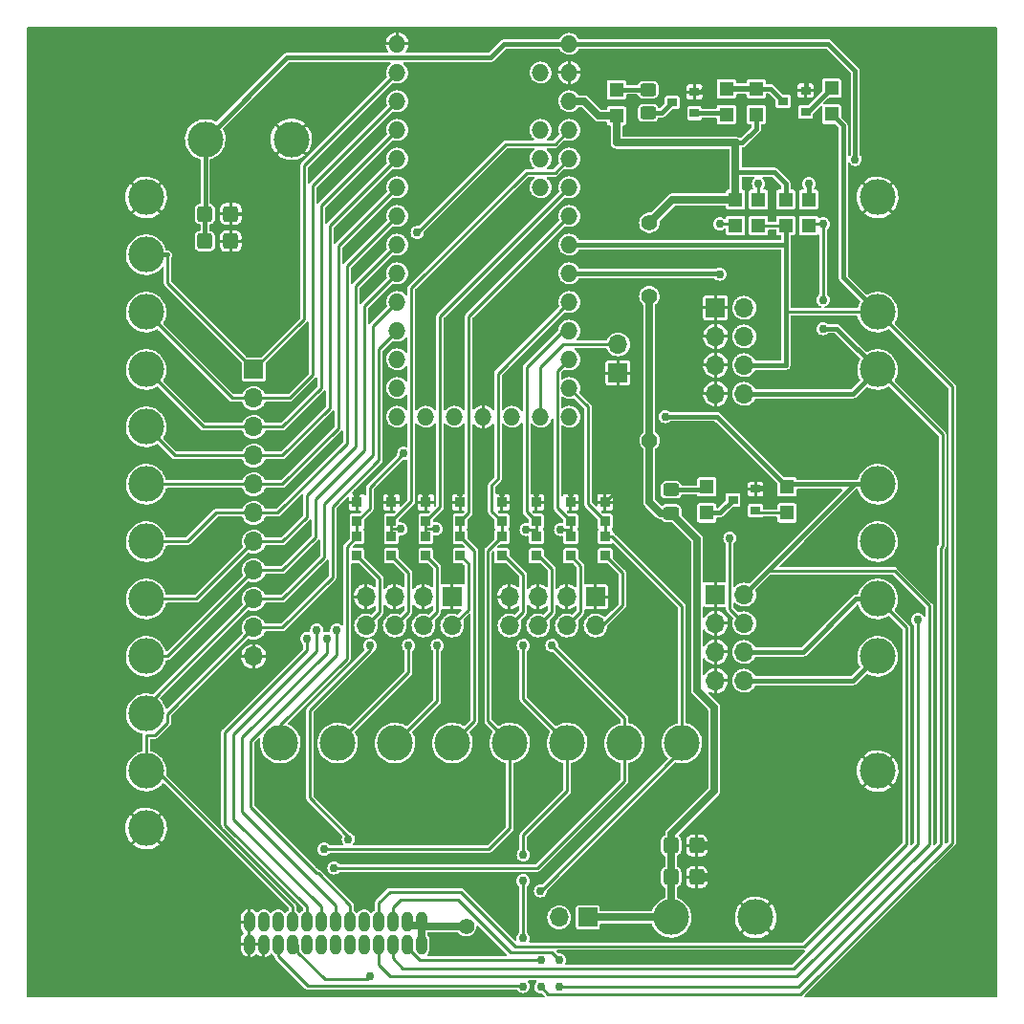
<source format=gbr>
G04 #@! TF.GenerationSoftware,KiCad,Pcbnew,(6.0.1)*
G04 #@! TF.CreationDate,2022-10-16T00:11:51-04:00*
G04 #@! TF.ProjectId,Teensy-Breakout-v6,5465656e-7379-42d4-9272-65616b6f7574,rev?*
G04 #@! TF.SameCoordinates,Original*
G04 #@! TF.FileFunction,Copper,L1,Top*
G04 #@! TF.FilePolarity,Positive*
%FSLAX46Y46*%
G04 Gerber Fmt 4.6, Leading zero omitted, Abs format (unit mm)*
G04 Created by KiCad (PCBNEW (6.0.1)) date 2022-10-16 00:11:51*
%MOMM*%
%LPD*%
G01*
G04 APERTURE LIST*
G04 Aperture macros list*
%AMRoundRect*
0 Rectangle with rounded corners*
0 $1 Rounding radius*
0 $2 $3 $4 $5 $6 $7 $8 $9 X,Y pos of 4 corners*
0 Add a 4 corners polygon primitive as box body*
4,1,4,$2,$3,$4,$5,$6,$7,$8,$9,$2,$3,0*
0 Add four circle primitives for the rounded corners*
1,1,$1+$1,$2,$3*
1,1,$1+$1,$4,$5*
1,1,$1+$1,$6,$7*
1,1,$1+$1,$8,$9*
0 Add four rect primitives between the rounded corners*
20,1,$1+$1,$2,$3,$4,$5,0*
20,1,$1+$1,$4,$5,$6,$7,0*
20,1,$1+$1,$6,$7,$8,$9,0*
20,1,$1+$1,$8,$9,$2,$3,0*%
G04 Aperture macros list end*
G04 #@! TA.AperFunction,SMDPad,CuDef*
%ADD10R,0.900000X0.950000*%
G04 #@! TD*
G04 #@! TA.AperFunction,SMDPad,CuDef*
%ADD11RoundRect,0.250000X-0.450000X0.325000X-0.450000X-0.325000X0.450000X-0.325000X0.450000X0.325000X0*%
G04 #@! TD*
G04 #@! TA.AperFunction,SMDPad,CuDef*
%ADD12R,0.900000X0.800000*%
G04 #@! TD*
G04 #@! TA.AperFunction,SMDPad,CuDef*
%ADD13R,1.300000X1.300000*%
G04 #@! TD*
G04 #@! TA.AperFunction,ComponentPad*
%ADD14C,6.985000*%
G04 #@! TD*
G04 #@! TA.AperFunction,ComponentPad*
%ADD15C,3.175000*%
G04 #@! TD*
G04 #@! TA.AperFunction,SMDPad,CuDef*
%ADD16RoundRect,0.250000X0.450000X-0.325000X0.450000X0.325000X-0.450000X0.325000X-0.450000X-0.325000X0*%
G04 #@! TD*
G04 #@! TA.AperFunction,ComponentPad*
%ADD17O,1.524000X1.524000*%
G04 #@! TD*
G04 #@! TA.AperFunction,SMDPad,CuDef*
%ADD18RoundRect,0.303149X-0.395351X-0.395351X0.395351X-0.395351X0.395351X0.395351X-0.395351X0.395351X0*%
G04 #@! TD*
G04 #@! TA.AperFunction,ComponentPad*
%ADD19O,1.016000X1.778000*%
G04 #@! TD*
G04 #@! TA.AperFunction,ComponentPad*
%ADD20R,1.700000X1.700000*%
G04 #@! TD*
G04 #@! TA.AperFunction,ComponentPad*
%ADD21O,1.700000X1.700000*%
G04 #@! TD*
G04 #@! TA.AperFunction,ViaPad*
%ADD22C,0.762000*%
G04 #@! TD*
G04 #@! TA.AperFunction,ViaPad*
%ADD23C,1.397000*%
G04 #@! TD*
G04 #@! TA.AperFunction,Conductor*
%ADD24C,0.254000*%
G04 #@! TD*
G04 #@! TA.AperFunction,Conductor*
%ADD25C,0.381000*%
G04 #@! TD*
G04 #@! TA.AperFunction,Conductor*
%ADD26C,0.762000*%
G04 #@! TD*
G04 #@! TA.AperFunction,Conductor*
%ADD27C,0.508000*%
G04 #@! TD*
G04 #@! TA.AperFunction,Conductor*
%ADD28C,0.635000*%
G04 #@! TD*
G04 APERTURE END LIST*
D10*
X110617000Y-104824000D03*
X110617000Y-103124000D03*
D11*
X135382000Y-98987500D03*
X135382000Y-101037500D03*
D12*
X137462199Y-63744099D03*
X137462199Y-65644099D03*
X135462199Y-64694099D03*
D13*
X138557000Y-101035500D03*
X138557000Y-98735500D03*
X145669000Y-98735500D03*
X145669000Y-101035500D03*
X140284200Y-63454900D03*
X140284200Y-65754900D03*
D14*
X83185000Y-139065000D03*
D15*
X135382000Y-136842500D03*
D16*
X133350000Y-65604500D03*
X133350000Y-63554500D03*
D15*
X142875000Y-136842500D03*
D13*
X145542000Y-75572000D03*
X145542000Y-73272000D03*
D17*
X111125000Y-59499500D03*
X111125000Y-62039500D03*
X111125000Y-64579500D03*
X111125000Y-67119500D03*
X111125000Y-69659500D03*
X111125000Y-72199500D03*
X111125000Y-74739500D03*
X111125000Y-77279500D03*
X111125000Y-79819500D03*
X111125000Y-82359500D03*
X111125000Y-84899500D03*
X111125000Y-87439500D03*
X111125000Y-89979500D03*
X111125000Y-92519500D03*
X113665000Y-92519500D03*
X116205000Y-92519500D03*
X118745000Y-92519500D03*
X121285000Y-92519500D03*
X123825000Y-92519500D03*
X126365000Y-92519500D03*
X126365000Y-89979500D03*
X126365000Y-87439500D03*
X126365000Y-84899500D03*
X126365000Y-82359500D03*
X126365000Y-79819500D03*
X126365000Y-77279500D03*
X126365000Y-74739500D03*
X126365000Y-72199500D03*
X126365000Y-69659500D03*
X126365000Y-67119500D03*
X126365000Y-64579500D03*
X126365000Y-62039500D03*
X126365000Y-59499500D03*
X123825000Y-62039500D03*
X123825000Y-67119500D03*
X123825000Y-69659500D03*
X123825000Y-72199500D03*
D15*
X153670000Y-98488500D03*
X153670000Y-88328500D03*
X153670000Y-83248500D03*
X153670000Y-108648500D03*
X153670000Y-103568500D03*
X88900000Y-123888500D03*
X88900000Y-118808500D03*
X88900000Y-113728500D03*
X88900000Y-108648500D03*
X88900000Y-103568500D03*
X88900000Y-98488500D03*
X88900000Y-93408500D03*
X88900000Y-88328500D03*
X88900000Y-83248500D03*
X88900000Y-78168500D03*
D18*
X135382000Y-130492500D03*
X137668000Y-130492500D03*
X135382000Y-133286500D03*
X137668000Y-133286500D03*
D13*
X141097000Y-75572000D03*
X141097000Y-73272000D03*
X130556000Y-63556500D03*
X130556000Y-65856500D03*
X142925800Y-65754900D03*
X142925800Y-63454900D03*
D12*
X147304000Y-63629500D03*
X147304000Y-65529500D03*
X145304000Y-64579500D03*
X142859000Y-98916501D03*
X142859000Y-100816501D03*
X140859000Y-99866501D03*
D19*
X113284000Y-137248900D03*
X113284000Y-139230100D03*
X112014000Y-137248900D03*
X112014000Y-139230100D03*
X110744000Y-137248900D03*
X110744000Y-139230100D03*
X109474000Y-137248900D03*
X109474000Y-139230100D03*
X108204000Y-137248900D03*
X108204000Y-139230100D03*
X106934000Y-137248900D03*
X106934000Y-139230100D03*
X105664000Y-137248900D03*
X105664000Y-139230100D03*
X104394000Y-137248900D03*
X104394000Y-139230100D03*
X103124000Y-137248900D03*
X103124000Y-139230100D03*
X101854000Y-137248900D03*
X101854000Y-139230100D03*
X100584000Y-137248900D03*
X100584000Y-139230100D03*
X99314000Y-137248900D03*
X99314000Y-139230100D03*
X98044000Y-137248900D03*
X98044000Y-139230100D03*
D15*
X88900000Y-128968500D03*
X153670000Y-73088500D03*
X88900000Y-73088500D03*
D14*
X83185000Y-62865000D03*
X159385000Y-139065000D03*
X159385000Y-62865000D03*
D15*
X153670000Y-123888500D03*
X153670000Y-113728500D03*
D13*
X149606000Y-65729500D03*
X149606000Y-63429500D03*
D20*
X139319000Y-82867500D03*
D21*
X141859000Y-82867500D03*
X139319000Y-85407500D03*
X141859000Y-85407500D03*
X139319000Y-87947500D03*
X141859000Y-87947500D03*
X139319000Y-90487500D03*
X141859000Y-90487500D03*
D20*
X139319000Y-108267500D03*
D21*
X141859000Y-108267500D03*
X139319000Y-110807500D03*
X141859000Y-110807500D03*
X139319000Y-113347500D03*
X141859000Y-113347500D03*
X139319000Y-115887500D03*
X141859000Y-115887500D03*
D20*
X98425000Y-88328500D03*
D21*
X98425000Y-90868500D03*
X98425000Y-93408500D03*
X98425000Y-95948500D03*
X98425000Y-98488500D03*
X98425000Y-101028500D03*
X98425000Y-103568500D03*
X98425000Y-106108500D03*
X98425000Y-108648500D03*
X98425000Y-111188500D03*
X98425000Y-113728500D03*
D20*
X128016000Y-136842500D03*
D21*
X125476000Y-136842500D03*
D10*
X107569000Y-101776000D03*
X107569000Y-100076000D03*
D20*
X128704500Y-108453000D03*
D21*
X128704500Y-110993000D03*
X126164500Y-108453000D03*
X126164500Y-110993000D03*
X123624500Y-108453000D03*
X123624500Y-110993000D03*
X121084500Y-108453000D03*
X121084500Y-110993000D03*
D15*
X100787200Y-121412000D03*
X110947200Y-121412000D03*
D18*
X94107000Y-74549000D03*
X96393000Y-74549000D03*
D10*
X116713000Y-103124000D03*
X116713000Y-104824000D03*
D15*
X136347200Y-121412000D03*
D10*
X113665000Y-100076000D03*
X113665000Y-101776000D03*
D15*
X101750000Y-67945000D03*
D13*
X143129000Y-75572000D03*
X143129000Y-73272000D03*
D10*
X120396000Y-101776000D03*
X120396000Y-100076000D03*
X129540000Y-101776000D03*
X129540000Y-100076000D03*
X116713000Y-100076000D03*
X116713000Y-101776000D03*
D15*
X121107200Y-121412000D03*
X94130000Y-67945000D03*
D10*
X110617000Y-101776000D03*
X110617000Y-100076000D03*
D13*
X147574000Y-75572000D03*
X147574000Y-73272000D03*
D21*
X108384500Y-110993000D03*
X108384500Y-108453000D03*
X110924500Y-110993000D03*
X110924500Y-108453000D03*
X113464500Y-110993000D03*
X113464500Y-108453000D03*
X116004500Y-110993000D03*
D20*
X116004500Y-108453000D03*
D15*
X105867200Y-121412000D03*
D10*
X123444000Y-100076000D03*
X123444000Y-101776000D03*
X126492000Y-100076000D03*
X126492000Y-101776000D03*
D15*
X131267200Y-121412000D03*
D10*
X120396000Y-104824000D03*
X120396000Y-103124000D03*
X107569000Y-104824000D03*
X107569000Y-103124000D03*
D15*
X116027200Y-121412000D03*
X126187200Y-121412000D03*
D10*
X129540000Y-104824000D03*
X129540000Y-103124000D03*
X123444000Y-104824000D03*
X123444000Y-103124000D03*
X126492000Y-104824000D03*
X126492000Y-103124000D03*
D20*
X130683000Y-88646000D03*
D21*
X130683000Y-86106000D03*
D18*
X94107000Y-76962000D03*
X96393000Y-76962000D03*
D10*
X113665000Y-104824000D03*
X113665000Y-103124000D03*
D22*
X96139000Y-112268000D03*
X100838000Y-109855000D03*
X105283000Y-129921000D03*
X108204000Y-129921000D03*
X131191000Y-98425000D03*
X126492000Y-99236000D03*
X123444000Y-99236000D03*
X125603000Y-102489000D03*
X120396000Y-99236000D03*
X107569000Y-99314000D03*
X147193000Y-84709000D03*
X114427000Y-76962000D03*
X144145000Y-114681000D03*
X147193000Y-82169000D03*
X110617000Y-99314000D03*
X123698000Y-113665000D03*
X144145000Y-86614000D03*
X141097000Y-78486000D03*
X112903000Y-73914000D03*
X138303000Y-78486000D03*
X110236000Y-113665000D03*
X95377000Y-137287000D03*
X125984000Y-138557000D03*
X120777000Y-113665000D03*
X149225000Y-73279000D03*
X118110000Y-139319000D03*
X127508000Y-113665000D03*
D23*
X139192000Y-133286500D03*
D22*
X95377000Y-131064000D03*
X90424000Y-137287000D03*
X144145000Y-110871000D03*
X134874000Y-93853000D03*
X146431000Y-70866000D03*
X118110000Y-134239000D03*
X116078000Y-113665000D03*
X138303000Y-75438000D03*
X97663000Y-76962000D03*
X140589000Y-102108000D03*
X153035000Y-69723000D03*
X116713000Y-99236000D03*
X135128000Y-81788000D03*
X145034000Y-140462000D03*
X90424000Y-134112000D03*
X120777000Y-131318000D03*
X156083000Y-109347000D03*
X143764000Y-98933000D03*
X113411000Y-113665000D03*
X135255000Y-75311000D03*
X90424000Y-131064000D03*
X144145000Y-91948000D03*
X113665000Y-99275000D03*
X127381000Y-140462000D03*
D23*
X139192000Y-130492500D03*
D22*
X134874000Y-91186000D03*
X97663000Y-74549000D03*
X131826000Y-75311000D03*
X95377000Y-134112000D03*
X138557000Y-63182500D03*
X147320000Y-62420500D03*
X144145000Y-89154000D03*
X147193000Y-77343000D03*
X144145000Y-108331000D03*
X131826000Y-81788000D03*
X142113000Y-71755000D03*
X123850400Y-140614400D03*
X123850400Y-143002000D03*
X139700000Y-75438000D03*
X125476000Y-142951200D03*
X139700000Y-79883000D03*
X148844000Y-75438000D03*
X125476000Y-140614400D03*
X148844000Y-84709000D03*
X148844000Y-82169000D03*
D23*
X133451600Y-75336400D03*
X133477000Y-94615000D03*
X133451600Y-81838800D03*
D22*
X157226000Y-110490000D03*
X140589000Y-103251000D03*
X134874000Y-92506800D03*
X105791000Y-111379000D03*
X104902000Y-112141000D03*
X103124000Y-112141000D03*
X104013000Y-111379000D03*
X106807000Y-129921000D03*
X108712000Y-112776000D03*
X124841000Y-112776000D03*
X105537000Y-132461000D03*
X122555000Y-102489000D03*
X122275600Y-142951200D03*
X122301000Y-131318000D03*
X122275600Y-133604000D03*
X122275600Y-138684000D03*
X122301000Y-112776000D03*
X123825000Y-134493000D03*
X108762800Y-142036800D03*
X114554000Y-102450000D03*
X114681000Y-112776000D03*
X104648000Y-130810000D03*
D23*
X117246400Y-137617200D03*
D22*
X112141000Y-112776000D03*
X111455200Y-102463600D03*
X111709200Y-95758000D03*
X112903000Y-76200000D03*
X143129000Y-71882000D03*
X147574000Y-71882000D03*
X151688292Y-69723000D03*
D24*
X131191000Y-98425000D02*
X129540000Y-100076000D01*
X106807000Y-129667000D02*
X103378000Y-126238000D01*
X103378000Y-118554500D02*
X108712000Y-113220500D01*
X106807000Y-129921000D02*
X106807000Y-129667000D01*
X103378000Y-126238000D02*
X103378000Y-118554500D01*
X108712000Y-113220500D02*
X108712000Y-112776000D01*
X130175000Y-103124000D02*
X136347200Y-109296200D01*
X136347200Y-109296200D02*
X136347200Y-121412000D01*
X129540000Y-103124000D02*
X130175000Y-103124000D01*
X126492000Y-99236000D02*
X126492000Y-100076000D01*
X123444000Y-99236000D02*
X123444000Y-100076000D01*
X131064000Y-106348000D02*
X129540000Y-104824000D01*
X131064000Y-109220000D02*
X131064000Y-106348000D01*
X129291000Y-110993000D02*
X131064000Y-109220000D01*
X128704500Y-110993000D02*
X129291000Y-110993000D01*
X128016000Y-100252000D02*
X129540000Y-101776000D01*
X128016000Y-91630500D02*
X128016000Y-100252000D01*
X126365000Y-89979500D02*
X128016000Y-91630500D01*
X100787200Y-119811800D02*
X100787200Y-121412000D01*
X106680000Y-104013000D02*
X106680000Y-113919000D01*
X106680000Y-113919000D02*
X100787200Y-119811800D01*
X107569000Y-103124000D02*
X106680000Y-104013000D01*
X127381000Y-109776500D02*
X127381000Y-105713000D01*
X127381000Y-105713000D02*
X126492000Y-104824000D01*
X126164500Y-110993000D02*
X127381000Y-109776500D01*
X119176800Y-104343200D02*
X120396000Y-103124000D01*
X121107200Y-121412000D02*
X119176800Y-119481600D01*
X119176800Y-119481600D02*
X119176800Y-104343200D01*
X125603000Y-102489000D02*
X126492000Y-102489000D01*
X126492000Y-102489000D02*
X126492000Y-103124000D01*
X126492000Y-101776000D02*
X126492000Y-102489000D01*
X125298689Y-88505811D02*
X125298689Y-100582689D01*
X126365000Y-87439500D02*
X125298689Y-88505811D01*
X125298689Y-100582689D02*
X126492000Y-101776000D01*
X123444000Y-101776000D02*
X123444000Y-103124000D01*
X122731000Y-102489000D02*
X123444000Y-102489000D01*
X122580400Y-100912400D02*
X123444000Y-101776000D01*
X122580400Y-88112600D02*
X122580400Y-100912400D01*
X125793500Y-84899500D02*
X122580400Y-88112600D01*
X126365000Y-84899500D02*
X125793500Y-84899500D01*
X119507000Y-100887000D02*
X120396000Y-101776000D01*
X120040400Y-98018600D02*
X119507000Y-98552000D01*
X119507000Y-98552000D02*
X119507000Y-100887000D01*
X120040400Y-88684100D02*
X120040400Y-98018600D01*
X126365000Y-82359500D02*
X120040400Y-88684100D01*
X120396000Y-100076000D02*
X120396000Y-99236000D01*
X111455200Y-102463600D02*
X110642400Y-102463600D01*
X110617000Y-101776000D02*
X110617000Y-102489000D01*
X110617000Y-102489000D02*
X110617000Y-103124000D01*
X117475000Y-101014000D02*
X116713000Y-101776000D01*
X117475000Y-83629500D02*
X117475000Y-101014000D01*
X126365000Y-74739500D02*
X117475000Y-83629500D01*
X114935000Y-83629500D02*
X126365000Y-72199500D01*
X114935000Y-100506000D02*
X114935000Y-83629500D01*
X113665000Y-101776000D02*
X114935000Y-100506000D01*
X112395000Y-99998000D02*
X110617000Y-101776000D01*
X112395000Y-81102200D02*
X112395000Y-99998000D01*
X122580400Y-70916800D02*
X112395000Y-81102200D01*
X125107700Y-70916800D02*
X122580400Y-70916800D01*
X126365000Y-69659500D02*
X125107700Y-70916800D01*
X108712000Y-98755200D02*
X108712000Y-100633000D01*
X111709200Y-95758000D02*
X108712000Y-98755200D01*
X108712000Y-100633000D02*
X107569000Y-101776000D01*
X109601000Y-109776500D02*
X109601000Y-106856000D01*
X109601000Y-106856000D02*
X107569000Y-104824000D01*
X108384500Y-110993000D02*
X109601000Y-109776500D01*
X112141000Y-106348000D02*
X110617000Y-104824000D01*
X112141000Y-109776500D02*
X112141000Y-106348000D01*
X110924500Y-110993000D02*
X112141000Y-109776500D01*
X114681000Y-105840000D02*
X113665000Y-104824000D01*
X114681000Y-109776500D02*
X114681000Y-105840000D01*
X113464500Y-110993000D02*
X114681000Y-109776500D01*
X117403811Y-105514811D02*
X116713000Y-104824000D01*
X117403811Y-109593689D02*
X117403811Y-105514811D01*
X116004500Y-110993000D02*
X117403811Y-109593689D01*
X117983000Y-104394000D02*
X117983000Y-119456200D01*
X116713000Y-103124000D02*
X117983000Y-104394000D01*
X117983000Y-119456200D02*
X116027200Y-121412000D01*
X122301000Y-106514000D02*
X120650000Y-104863000D01*
X122301000Y-109776500D02*
X122301000Y-106514000D01*
X121084500Y-110993000D02*
X122301000Y-109776500D01*
X123624500Y-110993000D02*
X124841000Y-109776500D01*
X124841000Y-109776500D02*
X124841000Y-106006000D01*
X124841000Y-106006000D02*
X123698000Y-104863000D01*
X107569000Y-99314000D02*
X107569000Y-100076000D01*
X110617000Y-99314000D02*
X110617000Y-100076000D01*
X114554000Y-102450000D02*
X113665000Y-102450000D01*
X113665000Y-102450000D02*
X113665000Y-101776000D01*
X113665000Y-103124000D02*
X113665000Y-102450000D01*
X113665000Y-99275000D02*
X113665000Y-100076000D01*
X116713000Y-100076000D02*
X116713000Y-99236000D01*
X129540000Y-103124000D02*
X129540000Y-101776000D01*
X95377000Y-137287000D02*
X90424000Y-137287000D01*
D25*
X137995401Y-63744099D02*
X138557000Y-63182500D01*
D26*
X137668000Y-130492500D02*
X139192000Y-130492500D01*
D27*
X147304000Y-62436500D02*
X147320000Y-62420500D01*
D24*
X95377000Y-134112000D02*
X90424000Y-134112000D01*
X96393000Y-76962000D02*
X97663000Y-76962000D01*
X90424000Y-131064000D02*
X95377000Y-131064000D01*
D27*
X143747501Y-98916501D02*
X142859000Y-98916501D01*
D25*
X147304000Y-63629500D02*
X147304000Y-62436500D01*
X137462199Y-63744099D02*
X137995401Y-63744099D01*
D24*
X96393000Y-74549000D02*
X97663000Y-74549000D01*
D26*
X137668000Y-133286500D02*
X139192000Y-133286500D01*
D27*
X143764000Y-98933000D02*
X143747501Y-98916501D01*
D24*
X146862800Y-143662400D02*
X160274000Y-130251200D01*
D25*
X145542000Y-75572000D02*
X145542000Y-83185000D01*
X153670000Y-83248500D02*
X150622000Y-80200500D01*
D24*
X160274000Y-130251200D02*
X160274000Y-89852500D01*
D25*
X145542000Y-83185000D02*
X145542000Y-87947500D01*
X126365000Y-77279500D02*
X145542000Y-77279500D01*
D24*
X143129000Y-75572000D02*
X145542000Y-75572000D01*
D25*
X145542000Y-87947500D02*
X141859000Y-87947500D01*
D24*
X123850400Y-143002000D02*
X124510800Y-143662400D01*
X112014000Y-138874500D02*
X112014000Y-139489893D01*
X112014000Y-139489893D02*
X113138507Y-140614400D01*
X113138507Y-140614400D02*
X123850400Y-140614400D01*
D25*
X150622000Y-80200500D02*
X150622000Y-66745500D01*
D24*
X124510800Y-143662400D02*
X146862800Y-143662400D01*
X160274000Y-89852500D02*
X153670000Y-83248500D01*
X153670000Y-83248500D02*
X145605500Y-83248500D01*
D25*
X145542000Y-77279500D02*
X145542000Y-75572000D01*
X150622000Y-66745500D02*
X149606000Y-65729500D01*
D24*
X145605500Y-83248500D02*
X145542000Y-83185000D01*
X121132120Y-139928120D02*
X116484400Y-135280400D01*
X146659600Y-142951200D02*
X159258000Y-130352800D01*
X139700000Y-75438000D02*
X140963000Y-75438000D01*
X111404400Y-135280400D02*
X110744000Y-135940800D01*
X110744000Y-135940800D02*
X110744000Y-137604500D01*
X125476000Y-142951200D02*
X146659600Y-142951200D01*
X125476000Y-140614400D02*
X124789720Y-139928120D01*
X124789720Y-139928120D02*
X121132120Y-139928120D01*
X116484400Y-135280400D02*
X111404400Y-135280400D01*
D25*
X139636500Y-79819500D02*
X126365000Y-79819500D01*
X141859000Y-90487500D02*
X151511000Y-90487500D01*
D24*
X148844000Y-82169000D02*
X148844000Y-75438000D01*
D25*
X139700000Y-79883000D02*
X139636500Y-79819500D01*
D24*
X148844000Y-75438000D02*
X147708000Y-75438000D01*
X140963000Y-75438000D02*
X141097000Y-75572000D01*
D25*
X151511000Y-90487500D02*
X153670000Y-88328500D01*
X148844000Y-84709000D02*
X150050500Y-84709000D01*
D24*
X147708000Y-75438000D02*
X147574000Y-75572000D01*
X159409919Y-103975759D02*
X159409919Y-94068419D01*
D25*
X150050500Y-84709000D02*
X153670000Y-88328500D01*
D24*
X159258000Y-104127678D02*
X159409919Y-103975759D01*
X159258000Y-130352800D02*
X159258000Y-104127678D01*
X159409919Y-94068419D02*
X153670000Y-88328500D01*
D28*
X134438500Y-101037500D02*
X135382000Y-101037500D01*
X135382000Y-137477500D02*
X135382000Y-133286500D01*
D25*
X144526000Y-70866000D02*
X145542000Y-71882000D01*
X145542000Y-71882000D02*
X145542000Y-73272000D01*
D28*
X141097000Y-70866000D02*
X141097000Y-68326000D01*
X127705500Y-64586500D02*
X128975500Y-65856500D01*
X137668000Y-116713000D02*
X139192000Y-118237000D01*
D25*
X141681200Y-68262500D02*
X141071600Y-68262500D01*
X141097000Y-70866000D02*
X144526000Y-70866000D01*
D28*
X133451600Y-100050600D02*
X134438500Y-101037500D01*
X133451600Y-81838800D02*
X133451600Y-100050600D01*
X139192000Y-125666500D02*
X135382000Y-129476500D01*
X141097000Y-73272000D02*
X141097000Y-70866000D01*
X135516000Y-73272000D02*
X141097000Y-73272000D01*
X141097000Y-68326000D02*
X141160500Y-68262500D01*
X135382000Y-101037500D02*
X137668000Y-103323500D01*
X133451600Y-75336400D02*
X135516000Y-73272000D01*
X141160500Y-68262500D02*
X130556000Y-68262500D01*
D25*
X142938500Y-67005200D02*
X141681200Y-68262500D01*
D28*
X130556000Y-68262500D02*
X130556000Y-65856500D01*
X126372000Y-64586500D02*
X127705500Y-64586500D01*
X126365000Y-64579500D02*
X126372000Y-64586500D01*
X128975500Y-65856500D02*
X130556000Y-65856500D01*
X137668000Y-103323500D02*
X137668000Y-116713000D01*
X135382000Y-133286500D02*
X135382000Y-129476500D01*
D25*
X142925800Y-65754900D02*
X142925800Y-67005200D01*
D28*
X139192000Y-118237000D02*
X139192000Y-125666500D01*
X128016000Y-136842500D02*
X135382000Y-136842500D01*
D25*
X138305000Y-98987500D02*
X138557000Y-98735500D01*
X135382000Y-98987500D02*
X138305000Y-98987500D01*
X134551798Y-65604500D02*
X135462199Y-64694099D01*
X133350000Y-65604500D02*
X134551798Y-65604500D01*
D24*
X146202400Y-141376400D02*
X157226000Y-130352800D01*
X111629900Y-141376400D02*
X146202400Y-141376400D01*
X140589000Y-109537500D02*
X141859000Y-110807500D01*
X157226000Y-130352800D02*
X157226000Y-110490000D01*
X140589000Y-103251000D02*
X140589000Y-109537500D01*
X110744000Y-139509500D02*
X110744000Y-140490500D01*
X110744000Y-140490500D02*
X111629900Y-141376400D01*
X158242000Y-130352800D02*
X158242000Y-109248696D01*
D25*
X141859000Y-108267500D02*
X151638000Y-98488500D01*
D24*
X155165304Y-106172000D02*
X143954500Y-106172000D01*
D25*
X151765000Y-98488500D02*
X153670000Y-98488500D01*
X151638000Y-98488500D02*
X153670000Y-98488500D01*
D24*
X109474000Y-138874500D02*
X109474000Y-141020800D01*
X145669000Y-98735500D02*
X145916000Y-98488500D01*
X158242000Y-109248696D02*
X155165304Y-106172000D01*
D25*
X139440300Y-92506800D02*
X145669000Y-98735500D01*
D24*
X109474000Y-141020800D02*
X110540800Y-142087600D01*
D25*
X145916000Y-98488500D02*
X151765000Y-98488500D01*
D24*
X146507200Y-142087600D02*
X158242000Y-130352800D01*
X110540800Y-142087600D02*
X146507200Y-142087600D01*
D25*
X134874000Y-92506800D02*
X139440300Y-92506800D01*
D24*
X121564400Y-139395200D02*
X147167600Y-139395200D01*
X109474000Y-137604500D02*
X109474000Y-135572500D01*
X116738400Y-134569200D02*
X121564400Y-139395200D01*
D25*
X147066000Y-113347500D02*
X151765000Y-108648500D01*
X141859000Y-113347500D02*
X147066000Y-113347500D01*
D24*
X109474000Y-135572500D02*
X110477300Y-134569200D01*
X156210000Y-111188500D02*
X153670000Y-108648500D01*
X156210000Y-130352800D02*
X156210000Y-111188500D01*
X110477300Y-134569200D02*
X116738400Y-134569200D01*
X147167600Y-139395200D02*
X156210000Y-130352800D01*
D25*
X151765000Y-108648500D02*
X153670000Y-108648500D01*
D24*
X143077999Y-101035500D02*
X142859000Y-100816501D01*
X145669000Y-101035500D02*
X143077999Y-101035500D01*
X90805000Y-78168500D02*
X90805000Y-80708500D01*
D25*
X88900000Y-78168500D02*
X90805000Y-78168500D01*
D24*
X102870000Y-70294500D02*
X111125000Y-62039500D01*
X90805000Y-80708500D02*
X98425000Y-88328500D01*
X98425000Y-88328500D02*
X102870000Y-83883500D01*
X102870000Y-83883500D02*
X102870000Y-70294500D01*
X98171000Y-127101978D02*
X98171000Y-121199370D01*
X98171000Y-121199370D02*
X105791000Y-113579370D01*
X103632000Y-72072500D02*
X103632000Y-88836500D01*
X104126820Y-132955820D02*
X104024842Y-132955820D01*
X106934000Y-137604500D02*
X106934000Y-135763000D01*
X101600000Y-90868500D02*
X96520000Y-90868500D01*
X111125000Y-64579500D02*
X103632000Y-72072500D01*
X106934000Y-135763000D02*
X104126820Y-132955820D01*
X96520000Y-90868500D02*
X88900000Y-83248500D01*
X104024842Y-132955820D02*
X98171000Y-127101978D01*
X105791000Y-113579370D02*
X105791000Y-111379000D01*
X103632000Y-88836500D02*
X101600000Y-90868500D01*
X93980000Y-93408500D02*
X88900000Y-88328500D01*
X111125000Y-67119500D02*
X104394000Y-73850500D01*
X104394000Y-73850500D02*
X104394000Y-89979500D01*
X104394000Y-89979500D02*
X100965000Y-93408500D01*
X100965000Y-93408500D02*
X93980000Y-93408500D01*
X100965000Y-95948500D02*
X91440000Y-95948500D01*
X104902000Y-113411000D02*
X97409000Y-120904000D01*
X97409000Y-120904000D02*
X97409000Y-127508000D01*
X97409000Y-127508000D02*
X105664000Y-135763000D01*
X105664000Y-135763000D02*
X105664000Y-137604500D01*
X91440000Y-95948500D02*
X88900000Y-93408500D01*
X111125000Y-69659500D02*
X105156000Y-75628500D01*
X105156000Y-75628500D02*
X105156000Y-91757500D01*
X104902000Y-112141000D02*
X104902000Y-113411000D01*
X105156000Y-91757500D02*
X100965000Y-95948500D01*
X100965000Y-98488500D02*
X88900000Y-98488500D01*
X105918000Y-77406500D02*
X105918000Y-93535500D01*
X111125000Y-72199500D02*
X105918000Y-77406500D01*
X105918000Y-93535500D02*
X100965000Y-98488500D01*
X109524320Y-96342680D02*
X105410000Y-100457000D01*
X98425000Y-111188500D02*
X90791811Y-118821689D01*
X90791811Y-119592115D02*
X89683615Y-120700311D01*
X88913189Y-120700311D02*
X88900000Y-120713500D01*
X89852500Y-123888500D02*
X101854000Y-135890000D01*
X105410000Y-100457000D02*
X105410000Y-106743500D01*
X105410000Y-106743500D02*
X100965000Y-111188500D01*
X89683615Y-120700311D02*
X88913189Y-120700311D01*
X109524320Y-86500180D02*
X109524320Y-96342680D01*
X90791811Y-118821689D02*
X90791811Y-119592115D01*
X88900000Y-123888500D02*
X89852500Y-123888500D01*
X100965000Y-111188500D02*
X98425000Y-111188500D01*
X88900000Y-120713500D02*
X88900000Y-123888500D01*
X111125000Y-84899500D02*
X109524320Y-86500180D01*
X101854000Y-135890000D02*
X101854000Y-137604500D01*
X88900000Y-118173500D02*
X88900000Y-118808500D01*
X111125000Y-82359500D02*
X108966000Y-84518500D01*
X108966000Y-95885000D02*
X104648000Y-100203000D01*
X98425000Y-108648500D02*
X88900000Y-118173500D01*
X108966000Y-84518500D02*
X108966000Y-95885000D01*
X104648000Y-100203000D02*
X104648000Y-104965500D01*
X104648000Y-104965500D02*
X100965000Y-108648500D01*
X100965000Y-108648500D02*
X98425000Y-108648500D01*
X108204000Y-95504000D02*
X103886000Y-99822000D01*
X90805000Y-113728500D02*
X88900000Y-113728500D01*
X95885000Y-128651000D02*
X103124000Y-135890000D01*
X103124000Y-112141000D02*
X103124000Y-113201943D01*
X103124000Y-135890000D02*
X103124000Y-137604500D01*
X103886000Y-103187500D02*
X100965000Y-106108500D01*
X103886000Y-99822000D02*
X103886000Y-103187500D01*
X108204000Y-82740500D02*
X108204000Y-95504000D01*
X111125000Y-79819500D02*
X108204000Y-82740500D01*
X100965000Y-106108500D02*
X98425000Y-106108500D01*
X98425000Y-106108500D02*
X90805000Y-113728500D01*
X95885000Y-120440943D02*
X95885000Y-128651000D01*
X103124000Y-113201943D02*
X95885000Y-120440943D01*
X111125000Y-77279500D02*
X107442000Y-80962500D01*
X107442000Y-95123000D02*
X103124000Y-99441000D01*
X103124000Y-101409500D02*
X100965000Y-103568500D01*
X100965000Y-103568500D02*
X98425000Y-103568500D01*
X98425000Y-103568500D02*
X93345000Y-108648500D01*
X103124000Y-99441000D02*
X103124000Y-101409500D01*
X93345000Y-108648500D02*
X88900000Y-108648500D01*
X107442000Y-80962500D02*
X107442000Y-95123000D01*
X98425000Y-101028500D02*
X95059500Y-101028500D01*
X96647000Y-128143000D02*
X104394000Y-135890000D01*
X104013000Y-113284000D02*
X96647000Y-120650000D01*
X96647000Y-120650000D02*
X96647000Y-128143000D01*
X106680000Y-94869000D02*
X100520500Y-101028500D01*
X100520500Y-101028500D02*
X98425000Y-101028500D01*
X106680000Y-79184500D02*
X106680000Y-94869000D01*
X104013000Y-111379000D02*
X104013000Y-113284000D01*
X95059500Y-101028500D02*
X92519500Y-103568500D01*
X104394000Y-135890000D02*
X104394000Y-137604500D01*
X111125000Y-74739500D02*
X106680000Y-79184500D01*
X92519500Y-103568500D02*
X88900000Y-103568500D01*
D25*
X151511000Y-115887500D02*
X141859000Y-115887500D01*
X153670000Y-113728500D02*
X151511000Y-115887500D01*
X133348000Y-63556500D02*
X130556000Y-63556500D01*
X137462199Y-65644099D02*
X140427399Y-65644099D01*
X142087600Y-63454900D02*
X140284200Y-63454900D01*
X142925800Y-63454900D02*
X144179400Y-63454900D01*
X144179400Y-63454900D02*
X145304000Y-64579500D01*
D27*
X140284200Y-63454900D02*
X142925800Y-63454900D01*
D25*
X149606000Y-63429500D02*
X147506000Y-65529500D01*
X147506000Y-65529500D02*
X147304000Y-65529500D01*
X139690001Y-101035500D02*
X140859000Y-99866501D01*
X138557000Y-101035500D02*
X139690001Y-101035500D01*
D24*
X123571000Y-132461000D02*
X105537000Y-132461000D01*
X131267200Y-121412000D02*
X131267200Y-124764800D01*
X131267200Y-124764800D02*
X123571000Y-132461000D01*
X131267200Y-119202200D02*
X131267200Y-121412000D01*
X124841000Y-112776000D02*
X131267200Y-119202200D01*
X103247249Y-142925292D02*
X100584000Y-140262043D01*
X122249692Y-142925292D02*
X103247249Y-142925292D01*
X122301000Y-112776000D02*
X122301000Y-117525800D01*
X100584000Y-140262043D02*
X100584000Y-138874500D01*
X122301000Y-117525800D02*
X126187200Y-121412000D01*
X122249700Y-142925300D02*
X122275600Y-142951200D01*
X122275600Y-138684000D02*
X122275600Y-133604000D01*
X122275600Y-142951200D02*
X122249692Y-142925292D01*
X126187200Y-125653800D02*
X126187200Y-121412000D01*
X122301000Y-129540000D02*
X126187200Y-125653800D01*
X122301000Y-131318000D02*
X122301000Y-129540000D01*
X123875800Y-134493000D02*
X136347200Y-122021600D01*
X102311680Y-139332180D02*
X102311680Y-139947573D01*
X102311680Y-139947573D02*
X104705707Y-142341600D01*
X108458000Y-142341600D02*
X108762800Y-142036800D01*
X136347200Y-122021600D02*
X136347200Y-121412000D01*
X101854000Y-138874500D02*
X102311680Y-139332180D01*
X104705707Y-142341600D02*
X108458000Y-142341600D01*
X110947200Y-121412000D02*
X114681000Y-117678200D01*
X114681000Y-117678200D02*
X114681000Y-112776000D01*
X119253000Y-130810000D02*
X104648000Y-130810000D01*
X121107200Y-121920000D02*
X121107200Y-128955800D01*
X121107200Y-128955800D02*
X119253000Y-130810000D01*
D28*
X113296700Y-137617200D02*
X113284000Y-137604500D01*
X112014000Y-137604500D02*
X113284000Y-137604500D01*
X113284000Y-137604500D02*
X113284000Y-138874500D01*
X117246400Y-137617200D02*
X113296700Y-137617200D01*
D24*
X120396000Y-101776000D02*
X120396000Y-103124000D01*
X107569000Y-103124000D02*
X107569000Y-101776000D01*
X116713000Y-101776000D02*
X116713000Y-103124000D01*
X112141000Y-112776000D02*
X112141000Y-115138200D01*
X112141000Y-115138200D02*
X105867200Y-121412000D01*
X125107700Y-68376800D02*
X126365000Y-67119500D01*
X112928400Y-76200000D02*
X120751600Y-68376800D01*
X120751600Y-68376800D02*
X125107700Y-68376800D01*
X112903000Y-76200000D02*
X112928400Y-76200000D01*
X125833253Y-86106000D02*
X130683000Y-86106000D01*
X123825000Y-92519500D02*
X123825000Y-88114253D01*
X123825000Y-88114253D02*
X125833253Y-86106000D01*
D25*
X120586500Y-59499500D02*
X126365000Y-59499500D01*
X149288500Y-59499500D02*
X126365000Y-59499500D01*
X101369000Y-60706000D02*
X119380000Y-60706000D01*
X94130000Y-67945000D02*
X94130000Y-74526000D01*
X151688300Y-61899300D02*
X149288500Y-59499500D01*
X94130000Y-74526000D02*
X94107000Y-74549000D01*
X119380000Y-60706000D02*
X120586500Y-59499500D01*
X151688300Y-69723000D02*
X151688300Y-61899300D01*
X94107000Y-74549000D02*
X94107000Y-76962000D01*
X147574000Y-71882000D02*
X147574000Y-73272000D01*
D24*
X143129000Y-71882000D02*
X143129000Y-73272000D01*
D25*
X94130000Y-67945000D02*
X101369000Y-60706000D01*
G04 #@! TA.AperFunction,Conductor*
G36*
X164220331Y-58007413D02*
G01*
X164256876Y-58057713D01*
X164261800Y-58088800D01*
X164261800Y-143841200D01*
X164242587Y-143900331D01*
X164192287Y-143936876D01*
X164161200Y-143941800D01*
X147293950Y-143941800D01*
X147234819Y-143922587D01*
X147198274Y-143872287D01*
X147198274Y-143810113D01*
X147222815Y-143770065D01*
X160494519Y-130498361D01*
X160500989Y-130492432D01*
X160518115Y-130478061D01*
X160531239Y-130467049D01*
X160541178Y-130449835D01*
X160550981Y-130432857D01*
X160555695Y-130425458D01*
X160573291Y-130400327D01*
X160573291Y-130400326D01*
X160578340Y-130393116D01*
X160580617Y-130384618D01*
X160583124Y-130379243D01*
X160585153Y-130373669D01*
X160589551Y-130366051D01*
X160591126Y-130357123D01*
X160596409Y-130327158D01*
X160598309Y-130318592D01*
X160606246Y-130288969D01*
X160608524Y-130280467D01*
X160605083Y-130241135D01*
X160604700Y-130232367D01*
X160604700Y-89871325D01*
X160605083Y-89862558D01*
X160605874Y-89853520D01*
X160608523Y-89823233D01*
X160598307Y-89785103D01*
X160596408Y-89776537D01*
X160591079Y-89746314D01*
X160591079Y-89746313D01*
X160589551Y-89737649D01*
X160585152Y-89730030D01*
X160583124Y-89724457D01*
X160580617Y-89719081D01*
X160578340Y-89710583D01*
X160555690Y-89678236D01*
X160550979Y-89670841D01*
X160535641Y-89644274D01*
X160535638Y-89644271D01*
X160531239Y-89636651D01*
X160500989Y-89611268D01*
X160494519Y-89605339D01*
X155206556Y-84317376D01*
X155178330Y-84261978D01*
X155188056Y-84200570D01*
X155193074Y-84191834D01*
X155248552Y-84105584D01*
X155340177Y-83902182D01*
X155356363Y-83866250D01*
X155356364Y-83866247D01*
X155357897Y-83862844D01*
X155430163Y-83606609D01*
X155433024Y-83584124D01*
X155463443Y-83345009D01*
X155463443Y-83345003D01*
X155463761Y-83342507D01*
X155466223Y-83248500D01*
X155446493Y-82983001D01*
X155443026Y-82967680D01*
X155388563Y-82726984D01*
X155388562Y-82726980D01*
X155387737Y-82723335D01*
X155385342Y-82717175D01*
X155344773Y-82612854D01*
X155291244Y-82475206D01*
X155159136Y-82244065D01*
X155131195Y-82208621D01*
X155068673Y-82129313D01*
X154994315Y-82034989D01*
X154991595Y-82032430D01*
X154991592Y-82032427D01*
X154838146Y-81888081D01*
X154800400Y-81852573D01*
X154797343Y-81850453D01*
X154797339Y-81850449D01*
X154588375Y-81705486D01*
X154581652Y-81700822D01*
X154342877Y-81583071D01*
X154339325Y-81581934D01*
X154339320Y-81581932D01*
X154216099Y-81542489D01*
X154089320Y-81501907D01*
X153826551Y-81459112D01*
X153822809Y-81459063D01*
X153803700Y-81458813D01*
X153560343Y-81455627D01*
X153489614Y-81465253D01*
X153300246Y-81491025D01*
X153300244Y-81491025D01*
X153296544Y-81491529D01*
X153292961Y-81492573D01*
X153292958Y-81492574D01*
X153156315Y-81532402D01*
X153040949Y-81566028D01*
X153037567Y-81567587D01*
X153037562Y-81567589D01*
X152802566Y-81675924D01*
X152802563Y-81675926D01*
X152799174Y-81677488D01*
X152781413Y-81689133D01*
X152721430Y-81705486D01*
X152663288Y-81683459D01*
X152655120Y-81676137D01*
X151045665Y-80066682D01*
X151017439Y-80011284D01*
X151016200Y-79995547D01*
X151016200Y-74478933D01*
X152465096Y-74478933D01*
X152465503Y-74481503D01*
X152468129Y-74484754D01*
X152605670Y-74596730D01*
X152611464Y-74600802D01*
X152828790Y-74731643D01*
X152835121Y-74734869D01*
X153068706Y-74833780D01*
X153075420Y-74836079D01*
X153320617Y-74901091D01*
X153327588Y-74902421D01*
X153579509Y-74932237D01*
X153586581Y-74932570D01*
X153840183Y-74926594D01*
X153847253Y-74925926D01*
X154097485Y-74884276D01*
X154104378Y-74882621D01*
X154346232Y-74806132D01*
X154352848Y-74803513D01*
X154581513Y-74693710D01*
X154587670Y-74690199D01*
X154798602Y-74549257D01*
X154804195Y-74544919D01*
X154867562Y-74488163D01*
X154874369Y-74476445D01*
X154873974Y-74472597D01*
X154872846Y-74470951D01*
X153681268Y-73279373D01*
X153669189Y-73273218D01*
X153664077Y-73274028D01*
X152471251Y-74466854D01*
X152465096Y-74478933D01*
X151016200Y-74478933D01*
X151016200Y-73034062D01*
X151824847Y-73034062D01*
X151834805Y-73287530D01*
X151835585Y-73294596D01*
X151881160Y-73544139D01*
X151882922Y-73551000D01*
X151963203Y-73791635D01*
X151965922Y-73798197D01*
X152079302Y-74025106D01*
X152082920Y-74031224D01*
X152227147Y-74239903D01*
X152231575Y-74245431D01*
X152269703Y-74286677D01*
X152281527Y-74293299D01*
X152285787Y-74292795D01*
X152286820Y-74292075D01*
X153479127Y-73099768D01*
X153484455Y-73089311D01*
X153854718Y-73089311D01*
X153855528Y-73094423D01*
X155047835Y-74286730D01*
X155059914Y-74292885D01*
X155062900Y-74292412D01*
X155065607Y-74290260D01*
X155161320Y-74176396D01*
X155165492Y-74170653D01*
X155299729Y-73955413D01*
X155303050Y-73949142D01*
X155405620Y-73717131D01*
X155408024Y-73710454D01*
X155476881Y-73466305D01*
X155478317Y-73459369D01*
X155512219Y-73206972D01*
X155512642Y-73201847D01*
X155516123Y-73091077D01*
X155516022Y-73085934D01*
X155498037Y-72831915D01*
X155497038Y-72824894D01*
X155443645Y-72576895D01*
X155441668Y-72570092D01*
X155353869Y-72332103D01*
X155350946Y-72325629D01*
X155230490Y-72102383D01*
X155226689Y-72096393D01*
X155075982Y-71892352D01*
X155072245Y-71887977D01*
X155060490Y-71881871D01*
X155055481Y-71882624D01*
X153860873Y-73077232D01*
X153854718Y-73089311D01*
X153484455Y-73089311D01*
X153485282Y-73087689D01*
X153484472Y-73082577D01*
X152290802Y-71888907D01*
X152278723Y-71882752D01*
X152276573Y-71883093D01*
X152272781Y-71886205D01*
X152145239Y-72047990D01*
X152141257Y-72053851D01*
X152013841Y-72273213D01*
X152010726Y-72279571D01*
X151915490Y-72514697D01*
X151913299Y-72521444D01*
X151852144Y-72767632D01*
X151850924Y-72774622D01*
X151825069Y-73026975D01*
X151824847Y-73034062D01*
X151016200Y-73034062D01*
X151016200Y-71699179D01*
X152464447Y-71699179D01*
X152465074Y-71703845D01*
X152465375Y-71704270D01*
X153658732Y-72897627D01*
X153670811Y-72903782D01*
X153675923Y-72902972D01*
X154870765Y-71708130D01*
X154876920Y-71696051D01*
X154876646Y-71694321D01*
X154873044Y-71690001D01*
X154686437Y-71547588D01*
X154680505Y-71543691D01*
X154459184Y-71419746D01*
X154452752Y-71416719D01*
X154216186Y-71325198D01*
X154209386Y-71323106D01*
X153962279Y-71265830D01*
X153955261Y-71264719D01*
X153702546Y-71242831D01*
X153695442Y-71242720D01*
X153442165Y-71256658D01*
X153435116Y-71257549D01*
X153186325Y-71307036D01*
X153179480Y-71308909D01*
X152940141Y-71392959D01*
X152933629Y-71395777D01*
X152708521Y-71512711D01*
X152702463Y-71516423D01*
X152496075Y-71663910D01*
X152490614Y-71668428D01*
X152470884Y-71687250D01*
X152464447Y-71699179D01*
X151016200Y-71699179D01*
X151016200Y-70103945D01*
X151035413Y-70044814D01*
X151085713Y-70008269D01*
X151147887Y-70008269D01*
X151196612Y-70042704D01*
X151271279Y-70140013D01*
X151393419Y-70233734D01*
X151535655Y-70292650D01*
X151542191Y-70293510D01*
X151542193Y-70293511D01*
X151681752Y-70311884D01*
X151688292Y-70312745D01*
X151694832Y-70311884D01*
X151834391Y-70293511D01*
X151834393Y-70293510D01*
X151840929Y-70292650D01*
X151983165Y-70233734D01*
X152105305Y-70140013D01*
X152199026Y-70017872D01*
X152257942Y-69875637D01*
X152270126Y-69783094D01*
X152277176Y-69729540D01*
X152278037Y-69723000D01*
X152271560Y-69673799D01*
X152258803Y-69576901D01*
X152258802Y-69576899D01*
X152257942Y-69570363D01*
X152211295Y-69457748D01*
X152201549Y-69434218D01*
X152201547Y-69434215D01*
X152199026Y-69428128D01*
X152105305Y-69305987D01*
X152107208Y-69304527D01*
X152083739Y-69258466D01*
X152082500Y-69242729D01*
X152082500Y-61836865D01*
X152075238Y-61814515D01*
X152071557Y-61799185D01*
X152067880Y-61775967D01*
X152057215Y-61755036D01*
X152051174Y-61740451D01*
X152046361Y-61725639D01*
X152046360Y-61725636D01*
X152043913Y-61718106D01*
X152030103Y-61699098D01*
X152021855Y-61685639D01*
X152016149Y-61674439D01*
X152011190Y-61664707D01*
X149523093Y-59176610D01*
X149502158Y-59165943D01*
X149488702Y-59157697D01*
X149476100Y-59148541D01*
X149476099Y-59148540D01*
X149469694Y-59143887D01*
X149462164Y-59141440D01*
X149462161Y-59141439D01*
X149447349Y-59136626D01*
X149432764Y-59130585D01*
X149418890Y-59123516D01*
X149418891Y-59123516D01*
X149411833Y-59119920D01*
X149388615Y-59116243D01*
X149373285Y-59112562D01*
X149350935Y-59105300D01*
X127309617Y-59105300D01*
X127250486Y-59086087D01*
X127220793Y-59051930D01*
X127175556Y-58966853D01*
X127173244Y-58962504D01*
X127053548Y-58815742D01*
X127049754Y-58812603D01*
X126911419Y-58698161D01*
X126911413Y-58698157D01*
X126907626Y-58695024D01*
X126821252Y-58648322D01*
X126745358Y-58607286D01*
X126745354Y-58607285D01*
X126741035Y-58604949D01*
X126719866Y-58598396D01*
X126564822Y-58550402D01*
X126564820Y-58550402D01*
X126560121Y-58548947D01*
X126371774Y-58529151D01*
X126366873Y-58529597D01*
X126366870Y-58529597D01*
X126188068Y-58545869D01*
X126188065Y-58545869D01*
X126183170Y-58546315D01*
X126178456Y-58547702D01*
X126178453Y-58547703D01*
X126134321Y-58560692D01*
X126001492Y-58599786D01*
X125997132Y-58602065D01*
X125997128Y-58602067D01*
X125893467Y-58656260D01*
X125833659Y-58687527D01*
X125829820Y-58690614D01*
X125829818Y-58690615D01*
X125820433Y-58698161D01*
X125686066Y-58806195D01*
X125564332Y-58951271D01*
X125508315Y-59053166D01*
X125462994Y-59095726D01*
X125420160Y-59105300D01*
X120524065Y-59105300D01*
X120501715Y-59112562D01*
X120486385Y-59116243D01*
X120463167Y-59119920D01*
X120456109Y-59123516D01*
X120456110Y-59123516D01*
X120442236Y-59130585D01*
X120427651Y-59136626D01*
X120412839Y-59141439D01*
X120412836Y-59141440D01*
X120405306Y-59143887D01*
X120398901Y-59148540D01*
X120398900Y-59148541D01*
X120386298Y-59157697D01*
X120372842Y-59165943D01*
X120351907Y-59176610D01*
X119246182Y-60282335D01*
X119190784Y-60310561D01*
X119175047Y-60311800D01*
X111985778Y-60311800D01*
X111926647Y-60292587D01*
X111890102Y-60242287D01*
X111890102Y-60180113D01*
X111909624Y-60145467D01*
X111956017Y-60091719D01*
X111961666Y-60083711D01*
X112055223Y-59919022D01*
X112059206Y-59910075D01*
X112118993Y-59730350D01*
X112121162Y-59720802D01*
X112131078Y-59642308D01*
X112128538Y-59628993D01*
X112127105Y-59627648D01*
X112121970Y-59626500D01*
X110131978Y-59626500D01*
X110119088Y-59630688D01*
X110117269Y-59633193D01*
X110116885Y-59636506D01*
X110120444Y-59678886D01*
X110122214Y-59688529D01*
X110174419Y-59870593D01*
X110178027Y-59879703D01*
X110264603Y-60048163D01*
X110269907Y-60056394D01*
X110343078Y-60148713D01*
X110364750Y-60206988D01*
X110348030Y-60266871D01*
X110299304Y-60305491D01*
X110264238Y-60311800D01*
X101306565Y-60311800D01*
X101284215Y-60319062D01*
X101268885Y-60322743D01*
X101245667Y-60326420D01*
X101238609Y-60330016D01*
X101238610Y-60330016D01*
X101224736Y-60337085D01*
X101210151Y-60343126D01*
X101195339Y-60347939D01*
X101195336Y-60347940D01*
X101187806Y-60350387D01*
X101181401Y-60355040D01*
X101181400Y-60355041D01*
X101168798Y-60364197D01*
X101155342Y-60372443D01*
X101134407Y-60383110D01*
X95145229Y-66372288D01*
X95089831Y-66400514D01*
X95029600Y-66391378D01*
X94806229Y-66281224D01*
X94802877Y-66279571D01*
X94799325Y-66278434D01*
X94799320Y-66278432D01*
X94666698Y-66235980D01*
X94549320Y-66198407D01*
X94286551Y-66155612D01*
X94282809Y-66155563D01*
X94263700Y-66155313D01*
X94020343Y-66152127D01*
X93922750Y-66165409D01*
X93760246Y-66187525D01*
X93760244Y-66187525D01*
X93756544Y-66188029D01*
X93752961Y-66189073D01*
X93752958Y-66189074D01*
X93652596Y-66218327D01*
X93500949Y-66262528D01*
X93497567Y-66264087D01*
X93497562Y-66264089D01*
X93367591Y-66324007D01*
X93259174Y-66373988D01*
X93256053Y-66376034D01*
X93256048Y-66376037D01*
X93129539Y-66458980D01*
X93036529Y-66519960D01*
X92837905Y-66697239D01*
X92835513Y-66700115D01*
X92827957Y-66709200D01*
X92667667Y-66901928D01*
X92665732Y-66905117D01*
X92665729Y-66905121D01*
X92533934Y-67122314D01*
X92529554Y-67129532D01*
X92528114Y-67132967D01*
X92528110Y-67132974D01*
X92504783Y-67188603D01*
X92426599Y-67375050D01*
X92401980Y-67471987D01*
X92363341Y-67624132D01*
X92361066Y-67633089D01*
X92360692Y-67636800D01*
X92360692Y-67636802D01*
X92335854Y-67883475D01*
X92334393Y-67897980D01*
X92334572Y-67901710D01*
X92334572Y-67901715D01*
X92344088Y-68099826D01*
X92347166Y-68163905D01*
X92399105Y-68425020D01*
X92489069Y-68675590D01*
X92490835Y-68678876D01*
X92490836Y-68678879D01*
X92514630Y-68723161D01*
X92615081Y-68910110D01*
X92774373Y-69123428D01*
X92963446Y-69310859D01*
X92966459Y-69313069D01*
X92966460Y-69313069D01*
X93163171Y-69457302D01*
X93178147Y-69468283D01*
X93181445Y-69470018D01*
X93181448Y-69470020D01*
X93410452Y-69590505D01*
X93410456Y-69590507D01*
X93413758Y-69592244D01*
X93417285Y-69593476D01*
X93417288Y-69593477D01*
X93665103Y-69680018D01*
X93664766Y-69680983D01*
X93713388Y-69712568D01*
X93735800Y-69775868D01*
X93735800Y-73548702D01*
X93716587Y-73607833D01*
X93666287Y-73644378D01*
X93646065Y-73648713D01*
X93601691Y-73653533D01*
X93465745Y-73704497D01*
X93349567Y-73791567D01*
X93262497Y-73907745D01*
X93252271Y-73935024D01*
X93213748Y-74037781D01*
X93213748Y-74037783D01*
X93211533Y-74043691D01*
X93204800Y-74105671D01*
X93204801Y-74992328D01*
X93211533Y-75054309D01*
X93262497Y-75190255D01*
X93349567Y-75306433D01*
X93465745Y-75393503D01*
X93481425Y-75399381D01*
X93595781Y-75442252D01*
X93595785Y-75442253D01*
X93601691Y-75444467D01*
X93618378Y-75446280D01*
X93623065Y-75446789D01*
X93679776Y-75472277D01*
X93710674Y-75526229D01*
X93712800Y-75546801D01*
X93712800Y-75964200D01*
X93693587Y-76023331D01*
X93643287Y-76059876D01*
X93623062Y-76064212D01*
X93601691Y-76066533D01*
X93465745Y-76117497D01*
X93349567Y-76204567D01*
X93262497Y-76320745D01*
X93247548Y-76360621D01*
X93213748Y-76450781D01*
X93213748Y-76450783D01*
X93211533Y-76456691D01*
X93204800Y-76518671D01*
X93204801Y-77405328D01*
X93211533Y-77467309D01*
X93262497Y-77603255D01*
X93349567Y-77719433D01*
X93465745Y-77806503D01*
X93519369Y-77826606D01*
X93595781Y-77855252D01*
X93595785Y-77855253D01*
X93601691Y-77857467D01*
X93663671Y-77864200D01*
X94107000Y-77864200D01*
X94550328Y-77864199D01*
X94612309Y-77857467D01*
X94748255Y-77806503D01*
X94864433Y-77719433D01*
X94951503Y-77603255D01*
X94984958Y-77514015D01*
X95000252Y-77473219D01*
X95000253Y-77473215D01*
X95002467Y-77467309D01*
X95009200Y-77405329D01*
X95009200Y-77397606D01*
X95440501Y-77397606D01*
X95440864Y-77403636D01*
X95450720Y-77485085D01*
X95453875Y-77497506D01*
X95505166Y-77627053D01*
X95511837Y-77638893D01*
X95595832Y-77749553D01*
X95605447Y-77759168D01*
X95716107Y-77843163D01*
X95727947Y-77849834D01*
X95857498Y-77901127D01*
X95869914Y-77904280D01*
X95951361Y-77914136D01*
X95957388Y-77914500D01*
X96250067Y-77914500D01*
X96262957Y-77910312D01*
X96266000Y-77906123D01*
X96266000Y-77898566D01*
X96520000Y-77898566D01*
X96524188Y-77911456D01*
X96528377Y-77914499D01*
X96828606Y-77914499D01*
X96834636Y-77914136D01*
X96916085Y-77904280D01*
X96928506Y-77901125D01*
X97058053Y-77849834D01*
X97069893Y-77843163D01*
X97180553Y-77759168D01*
X97190168Y-77749553D01*
X97274163Y-77638893D01*
X97280834Y-77627053D01*
X97332127Y-77497502D01*
X97335280Y-77485086D01*
X97345136Y-77403639D01*
X97345500Y-77397612D01*
X97345500Y-77104933D01*
X97341312Y-77092043D01*
X97337123Y-77089000D01*
X96535933Y-77089000D01*
X96523043Y-77093188D01*
X96520000Y-77097377D01*
X96520000Y-77898566D01*
X96266000Y-77898566D01*
X96266000Y-77104933D01*
X96261812Y-77092043D01*
X96257623Y-77089000D01*
X95456434Y-77089000D01*
X95443544Y-77093188D01*
X95440501Y-77097377D01*
X95440501Y-77397606D01*
X95009200Y-77397606D01*
X95009199Y-76819067D01*
X95440500Y-76819067D01*
X95444688Y-76831957D01*
X95448877Y-76835000D01*
X96250067Y-76835000D01*
X96262957Y-76830812D01*
X96266000Y-76826623D01*
X96266000Y-76819067D01*
X96520000Y-76819067D01*
X96524188Y-76831957D01*
X96528377Y-76835000D01*
X97329566Y-76835000D01*
X97342456Y-76830812D01*
X97345499Y-76826623D01*
X97345499Y-76526394D01*
X97345136Y-76520364D01*
X97335280Y-76438915D01*
X97332125Y-76426494D01*
X97280834Y-76296947D01*
X97274163Y-76285107D01*
X97190168Y-76174447D01*
X97180553Y-76164832D01*
X97069893Y-76080837D01*
X97058053Y-76074166D01*
X96928502Y-76022873D01*
X96916086Y-76019720D01*
X96834639Y-76009864D01*
X96828612Y-76009500D01*
X96535933Y-76009500D01*
X96523043Y-76013688D01*
X96520000Y-76017877D01*
X96520000Y-76819067D01*
X96266000Y-76819067D01*
X96266000Y-76025434D01*
X96261812Y-76012544D01*
X96257623Y-76009501D01*
X95957394Y-76009501D01*
X95951364Y-76009864D01*
X95869915Y-76019720D01*
X95857494Y-76022875D01*
X95727947Y-76074166D01*
X95716107Y-76080837D01*
X95605447Y-76164832D01*
X95595832Y-76174447D01*
X95511837Y-76285107D01*
X95505166Y-76296947D01*
X95453873Y-76426498D01*
X95450720Y-76438914D01*
X95440864Y-76520361D01*
X95440500Y-76526388D01*
X95440500Y-76819067D01*
X95009199Y-76819067D01*
X95009199Y-76518672D01*
X95002467Y-76456691D01*
X94951503Y-76320745D01*
X94864433Y-76204567D01*
X94748255Y-76117497D01*
X94694631Y-76097394D01*
X94618219Y-76068748D01*
X94618215Y-76068747D01*
X94612309Y-76066533D01*
X94595622Y-76064720D01*
X94590935Y-76064211D01*
X94534224Y-76038723D01*
X94503326Y-75984771D01*
X94501200Y-75964199D01*
X94501200Y-75546800D01*
X94520413Y-75487669D01*
X94570713Y-75451124D01*
X94590938Y-75446788D01*
X94612309Y-75444467D01*
X94748255Y-75393503D01*
X94864433Y-75306433D01*
X94951503Y-75190255D01*
X94982602Y-75107300D01*
X95000252Y-75060219D01*
X95000253Y-75060215D01*
X95002467Y-75054309D01*
X95009200Y-74992329D01*
X95009200Y-74984606D01*
X95440501Y-74984606D01*
X95440864Y-74990636D01*
X95450720Y-75072085D01*
X95453875Y-75084506D01*
X95505166Y-75214053D01*
X95511837Y-75225893D01*
X95595832Y-75336553D01*
X95605447Y-75346168D01*
X95716107Y-75430163D01*
X95727947Y-75436834D01*
X95857498Y-75488127D01*
X95869914Y-75491280D01*
X95951361Y-75501136D01*
X95957388Y-75501500D01*
X96250067Y-75501500D01*
X96262957Y-75497312D01*
X96266000Y-75493123D01*
X96266000Y-75485566D01*
X96520000Y-75485566D01*
X96524188Y-75498456D01*
X96528377Y-75501499D01*
X96828606Y-75501499D01*
X96834636Y-75501136D01*
X96916085Y-75491280D01*
X96928506Y-75488125D01*
X97058053Y-75436834D01*
X97069893Y-75430163D01*
X97180553Y-75346168D01*
X97190168Y-75336553D01*
X97274163Y-75225893D01*
X97280834Y-75214053D01*
X97332127Y-75084502D01*
X97335280Y-75072086D01*
X97345136Y-74990639D01*
X97345500Y-74984612D01*
X97345500Y-74691933D01*
X97341312Y-74679043D01*
X97337123Y-74676000D01*
X96535933Y-74676000D01*
X96523043Y-74680188D01*
X96520000Y-74684377D01*
X96520000Y-75485566D01*
X96266000Y-75485566D01*
X96266000Y-74691933D01*
X96261812Y-74679043D01*
X96257623Y-74676000D01*
X95456434Y-74676000D01*
X95443544Y-74680188D01*
X95440501Y-74684377D01*
X95440501Y-74984606D01*
X95009200Y-74984606D01*
X95009199Y-74406067D01*
X95440500Y-74406067D01*
X95444688Y-74418957D01*
X95448877Y-74422000D01*
X96250067Y-74422000D01*
X96262957Y-74417812D01*
X96266000Y-74413623D01*
X96266000Y-74406067D01*
X96520000Y-74406067D01*
X96524188Y-74418957D01*
X96528377Y-74422000D01*
X97329566Y-74422000D01*
X97342456Y-74417812D01*
X97345499Y-74413623D01*
X97345499Y-74113394D01*
X97345136Y-74107364D01*
X97335280Y-74025915D01*
X97332125Y-74013494D01*
X97280834Y-73883947D01*
X97274163Y-73872107D01*
X97190168Y-73761447D01*
X97180553Y-73751832D01*
X97069893Y-73667837D01*
X97058053Y-73661166D01*
X96928502Y-73609873D01*
X96916086Y-73606720D01*
X96834639Y-73596864D01*
X96828612Y-73596500D01*
X96535933Y-73596500D01*
X96523043Y-73600688D01*
X96520000Y-73604877D01*
X96520000Y-74406067D01*
X96266000Y-74406067D01*
X96266000Y-73612434D01*
X96261812Y-73599544D01*
X96257623Y-73596501D01*
X95957394Y-73596501D01*
X95951364Y-73596864D01*
X95869915Y-73606720D01*
X95857494Y-73609875D01*
X95727947Y-73661166D01*
X95716107Y-73667837D01*
X95605447Y-73751832D01*
X95595832Y-73761447D01*
X95511837Y-73872107D01*
X95505166Y-73883947D01*
X95453873Y-74013498D01*
X95450720Y-74025914D01*
X95440864Y-74107361D01*
X95440500Y-74113388D01*
X95440500Y-74406067D01*
X95009199Y-74406067D01*
X95009199Y-74105672D01*
X95002467Y-74043691D01*
X94951503Y-73907745D01*
X94864433Y-73791567D01*
X94748255Y-73704497D01*
X94612309Y-73653533D01*
X94606038Y-73652852D01*
X94601527Y-73651779D01*
X94548444Y-73619407D01*
X94524527Y-73562017D01*
X94524200Y-73553908D01*
X94524200Y-69771084D01*
X94543413Y-69711953D01*
X94599187Y-69673799D01*
X94711181Y-69644313D01*
X94714793Y-69643362D01*
X94959403Y-69538269D01*
X95185793Y-69398175D01*
X95259908Y-69335433D01*
X100545096Y-69335433D01*
X100545503Y-69338003D01*
X100548129Y-69341254D01*
X100685670Y-69453230D01*
X100691464Y-69457302D01*
X100908790Y-69588143D01*
X100915121Y-69591369D01*
X101148706Y-69690280D01*
X101155420Y-69692579D01*
X101400617Y-69757591D01*
X101407588Y-69758921D01*
X101659509Y-69788737D01*
X101666581Y-69789070D01*
X101920183Y-69783094D01*
X101927253Y-69782426D01*
X102177485Y-69740776D01*
X102184378Y-69739121D01*
X102426232Y-69662632D01*
X102432848Y-69660013D01*
X102661513Y-69550210D01*
X102667670Y-69546699D01*
X102878602Y-69405757D01*
X102884195Y-69401419D01*
X102947562Y-69344663D01*
X102954369Y-69332945D01*
X102953974Y-69329097D01*
X102952846Y-69327451D01*
X101761268Y-68135873D01*
X101749189Y-68129718D01*
X101744077Y-68130528D01*
X100551251Y-69323354D01*
X100545096Y-69335433D01*
X95259908Y-69335433D01*
X95267392Y-69329097D01*
X95386134Y-69228574D01*
X95388989Y-69226157D01*
X95456731Y-69148912D01*
X95562063Y-69028804D01*
X95562065Y-69028802D01*
X95564527Y-69025994D01*
X95566545Y-69022856D01*
X95566550Y-69022850D01*
X95706527Y-68805233D01*
X95706530Y-68805228D01*
X95708552Y-68802084D01*
X95781259Y-68640679D01*
X95816363Y-68562750D01*
X95816364Y-68562747D01*
X95817897Y-68559344D01*
X95890163Y-68303109D01*
X95891997Y-68288698D01*
X95923443Y-68041509D01*
X95923443Y-68041503D01*
X95923761Y-68039007D01*
X95926223Y-67945000D01*
X95922178Y-67890562D01*
X99904847Y-67890562D01*
X99914805Y-68144030D01*
X99915585Y-68151096D01*
X99961160Y-68400639D01*
X99962922Y-68407500D01*
X100043203Y-68648135D01*
X100045922Y-68654697D01*
X100159302Y-68881606D01*
X100162920Y-68887724D01*
X100307147Y-69096403D01*
X100311575Y-69101931D01*
X100349703Y-69143177D01*
X100361527Y-69149799D01*
X100365787Y-69149295D01*
X100366820Y-69148575D01*
X101559127Y-67956268D01*
X101564455Y-67945811D01*
X101934718Y-67945811D01*
X101935528Y-67950923D01*
X103127835Y-69143230D01*
X103139914Y-69149385D01*
X103142900Y-69148912D01*
X103145607Y-69146760D01*
X103241320Y-69032896D01*
X103245492Y-69027153D01*
X103379729Y-68811913D01*
X103383050Y-68805642D01*
X103485620Y-68573631D01*
X103488024Y-68566954D01*
X103556881Y-68322805D01*
X103558317Y-68315869D01*
X103592219Y-68063472D01*
X103592642Y-68058347D01*
X103596123Y-67947577D01*
X103596022Y-67942434D01*
X103578037Y-67688415D01*
X103577038Y-67681394D01*
X103523645Y-67433395D01*
X103521668Y-67426592D01*
X103433869Y-67188603D01*
X103430946Y-67182129D01*
X103310490Y-66958883D01*
X103306689Y-66952893D01*
X103155982Y-66748852D01*
X103152245Y-66744477D01*
X103140490Y-66738371D01*
X103135481Y-66739124D01*
X101940873Y-67933732D01*
X101934718Y-67945811D01*
X101564455Y-67945811D01*
X101565282Y-67944189D01*
X101564472Y-67939077D01*
X100370802Y-66745407D01*
X100358723Y-66739252D01*
X100356573Y-66739593D01*
X100352781Y-66742705D01*
X100225239Y-66904490D01*
X100221257Y-66910351D01*
X100093841Y-67129713D01*
X100090726Y-67136071D01*
X99995490Y-67371197D01*
X99993299Y-67377944D01*
X99932144Y-67624132D01*
X99930924Y-67631122D01*
X99905069Y-67883475D01*
X99904847Y-67890562D01*
X95922178Y-67890562D01*
X95906493Y-67679501D01*
X95897732Y-67640783D01*
X95848563Y-67423484D01*
X95848562Y-67423480D01*
X95847737Y-67419835D01*
X95751244Y-67171706D01*
X95683736Y-67053591D01*
X95671076Y-66992723D01*
X95699943Y-66932540D01*
X96076804Y-66555679D01*
X100544447Y-66555679D01*
X100545074Y-66560345D01*
X100545375Y-66560770D01*
X101738732Y-67754127D01*
X101750811Y-67760282D01*
X101755923Y-67759472D01*
X102950765Y-66564630D01*
X102956920Y-66552551D01*
X102956646Y-66550821D01*
X102953044Y-66546501D01*
X102766437Y-66404088D01*
X102760505Y-66400191D01*
X102539184Y-66276246D01*
X102532752Y-66273219D01*
X102296186Y-66181698D01*
X102289386Y-66179606D01*
X102042279Y-66122330D01*
X102035261Y-66121219D01*
X101782546Y-66099331D01*
X101775442Y-66099220D01*
X101522165Y-66113158D01*
X101515116Y-66114049D01*
X101266325Y-66163536D01*
X101259480Y-66165409D01*
X101020141Y-66249459D01*
X101013629Y-66252277D01*
X100788521Y-66369211D01*
X100782463Y-66372923D01*
X100576075Y-66520410D01*
X100570614Y-66524928D01*
X100550884Y-66543750D01*
X100544447Y-66555679D01*
X96076804Y-66555679D01*
X101502818Y-61129665D01*
X101558216Y-61101439D01*
X101573953Y-61100200D01*
X110466354Y-61100200D01*
X110525485Y-61119413D01*
X110562030Y-61169713D01*
X110562030Y-61231887D01*
X110529390Y-61279200D01*
X110446066Y-61346195D01*
X110324332Y-61491271D01*
X110233096Y-61657229D01*
X110231608Y-61661919D01*
X110231607Y-61661922D01*
X110211395Y-61725639D01*
X110175832Y-61837748D01*
X110175283Y-61842639D01*
X110175283Y-61842641D01*
X110167789Y-61909457D01*
X110154722Y-62025951D01*
X110170569Y-62214671D01*
X110183797Y-62260802D01*
X110222770Y-62396718D01*
X110221177Y-62397175D01*
X110224654Y-62452345D01*
X110198347Y-62498473D01*
X102649481Y-70047339D01*
X102643011Y-70053268D01*
X102612761Y-70078651D01*
X102608360Y-70086274D01*
X102608359Y-70086275D01*
X102593019Y-70112843D01*
X102588305Y-70120242D01*
X102578125Y-70134782D01*
X102565660Y-70152584D01*
X102563383Y-70161082D01*
X102560876Y-70166457D01*
X102558847Y-70172031D01*
X102554449Y-70179649D01*
X102552922Y-70188311D01*
X102552921Y-70188313D01*
X102547591Y-70218542D01*
X102545691Y-70227108D01*
X102535476Y-70265233D01*
X102536243Y-70274001D01*
X102538917Y-70304565D01*
X102539300Y-70313333D01*
X102539300Y-83704850D01*
X102520087Y-83763981D01*
X102509835Y-83775985D01*
X99040485Y-87245335D01*
X98985087Y-87273561D01*
X98969350Y-87274800D01*
X97880650Y-87274800D01*
X97821519Y-87255587D01*
X97809515Y-87245335D01*
X91165165Y-80600985D01*
X91136939Y-80545587D01*
X91135700Y-80529850D01*
X91135700Y-78411917D01*
X91146665Y-78366245D01*
X91180984Y-78298890D01*
X91184580Y-78291833D01*
X91204114Y-78168500D01*
X91184580Y-78045167D01*
X91127890Y-77933907D01*
X91039593Y-77845610D01*
X91032541Y-77842017D01*
X91032540Y-77842016D01*
X90967781Y-77809020D01*
X90928333Y-77788920D01*
X90836026Y-77774300D01*
X90727751Y-77774300D01*
X90668620Y-77755087D01*
X90632075Y-77704787D01*
X90629632Y-77695903D01*
X90618562Y-77646981D01*
X90617737Y-77643335D01*
X90521244Y-77395206D01*
X90426047Y-77228646D01*
X90390990Y-77167308D01*
X90390987Y-77167303D01*
X90389136Y-77164065D01*
X90385411Y-77159339D01*
X90226627Y-76957922D01*
X90224315Y-76954989D01*
X90221595Y-76952430D01*
X90221592Y-76952427D01*
X90033118Y-76775130D01*
X90030400Y-76772573D01*
X90027343Y-76770453D01*
X90027339Y-76770449D01*
X89911779Y-76690283D01*
X89811652Y-76620822D01*
X89572877Y-76503071D01*
X89569325Y-76501934D01*
X89569320Y-76501932D01*
X89444240Y-76461894D01*
X89319320Y-76421907D01*
X89056551Y-76379112D01*
X89052809Y-76379063D01*
X89033700Y-76378813D01*
X88790343Y-76375627D01*
X88704676Y-76387286D01*
X88530246Y-76411025D01*
X88530244Y-76411025D01*
X88526544Y-76411529D01*
X88522961Y-76412573D01*
X88522958Y-76412574D01*
X88412008Y-76444913D01*
X88270949Y-76486028D01*
X88267567Y-76487587D01*
X88267562Y-76487589D01*
X88106318Y-76561924D01*
X88029174Y-76597488D01*
X88026053Y-76599534D01*
X88026048Y-76599537D01*
X87867337Y-76703593D01*
X87806529Y-76743460D01*
X87607905Y-76920739D01*
X87437667Y-77125428D01*
X87435732Y-77128617D01*
X87435729Y-77128621D01*
X87339427Y-77287323D01*
X87299554Y-77353032D01*
X87298114Y-77356467D01*
X87298110Y-77356474D01*
X87238281Y-77499150D01*
X87196599Y-77598550D01*
X87167355Y-77713698D01*
X87132782Y-77849834D01*
X87131066Y-77856589D01*
X87130692Y-77860300D01*
X87130692Y-77860302D01*
X87123281Y-77933907D01*
X87104393Y-78121480D01*
X87104572Y-78125210D01*
X87104572Y-78125215D01*
X87112575Y-78291833D01*
X87117166Y-78387405D01*
X87169105Y-78648520D01*
X87259069Y-78899090D01*
X87260835Y-78902376D01*
X87260836Y-78902379D01*
X87274219Y-78927286D01*
X87385081Y-79133610D01*
X87544373Y-79346928D01*
X87733446Y-79534359D01*
X87736459Y-79536569D01*
X87736460Y-79536569D01*
X87858854Y-79626311D01*
X87948147Y-79691783D01*
X87951445Y-79693518D01*
X87951448Y-79693520D01*
X88180452Y-79814005D01*
X88180456Y-79814007D01*
X88183758Y-79815744D01*
X88187285Y-79816976D01*
X88187288Y-79816977D01*
X88264058Y-79843786D01*
X88435103Y-79903518D01*
X88696662Y-79953177D01*
X88700392Y-79953324D01*
X88700396Y-79953324D01*
X88862243Y-79959683D01*
X88962687Y-79963629D01*
X88985538Y-79961126D01*
X89223623Y-79935052D01*
X89223628Y-79935051D01*
X89227336Y-79934645D01*
X89356065Y-79900753D01*
X89481182Y-79867813D01*
X89481186Y-79867812D01*
X89484793Y-79866862D01*
X89729403Y-79761769D01*
X89955793Y-79621675D01*
X89995421Y-79588128D01*
X90156134Y-79452074D01*
X90158989Y-79449657D01*
X90298065Y-79291071D01*
X90351498Y-79259282D01*
X90413411Y-79264971D01*
X90460156Y-79305965D01*
X90474300Y-79357401D01*
X90474300Y-80689667D01*
X90473917Y-80698435D01*
X90470476Y-80737767D01*
X90472754Y-80746269D01*
X90480691Y-80775892D01*
X90482591Y-80784458D01*
X90489449Y-80823351D01*
X90493847Y-80830969D01*
X90495876Y-80836543D01*
X90498383Y-80841918D01*
X90500660Y-80850416D01*
X90505709Y-80857626D01*
X90505709Y-80857627D01*
X90523305Y-80882758D01*
X90528019Y-80890157D01*
X90543359Y-80916725D01*
X90547761Y-80924349D01*
X90562361Y-80936600D01*
X90578011Y-80949732D01*
X90584481Y-80955661D01*
X97341835Y-87713015D01*
X97370061Y-87768413D01*
X97371300Y-87784150D01*
X97371300Y-89198564D01*
X97383119Y-89257980D01*
X97428140Y-89325360D01*
X97495520Y-89370381D01*
X97554936Y-89382200D01*
X99295064Y-89382200D01*
X99354480Y-89370381D01*
X99421860Y-89325360D01*
X99466881Y-89257980D01*
X99478700Y-89198564D01*
X99478700Y-87784150D01*
X99497913Y-87725019D01*
X99508165Y-87713015D01*
X103090519Y-84130661D01*
X103096989Y-84124732D01*
X103120499Y-84105005D01*
X103120500Y-84105004D01*
X103127239Y-84099349D01*
X103127541Y-84098826D01*
X103176361Y-84068319D01*
X103238384Y-84072655D01*
X103286013Y-84112619D01*
X103301300Y-84165930D01*
X103301300Y-88657850D01*
X103282087Y-88716981D01*
X103271835Y-88728985D01*
X101492485Y-90508335D01*
X101437087Y-90536561D01*
X101421350Y-90537800D01*
X99500592Y-90537800D01*
X99441461Y-90518587D01*
X99409338Y-90473399D01*
X99407202Y-90474279D01*
X99405331Y-90469739D01*
X99403907Y-90465023D01*
X99306895Y-90282570D01*
X99176292Y-90122435D01*
X99065947Y-90031150D01*
X99020857Y-89993848D01*
X99020856Y-89993847D01*
X99017072Y-89990717D01*
X98835301Y-89892433D01*
X98830601Y-89890978D01*
X98830596Y-89890976D01*
X98642602Y-89832783D01*
X98642600Y-89832783D01*
X98637901Y-89831328D01*
X98432392Y-89809728D01*
X98427491Y-89810174D01*
X98427488Y-89810174D01*
X98231499Y-89828010D01*
X98231496Y-89828010D01*
X98226601Y-89828456D01*
X98221887Y-89829843D01*
X98221884Y-89829844D01*
X98067734Y-89875214D01*
X98028367Y-89886800D01*
X98024007Y-89889079D01*
X98024003Y-89889081D01*
X97861559Y-89974005D01*
X97845241Y-89982536D01*
X97841402Y-89985623D01*
X97841400Y-89985624D01*
X97731375Y-90074087D01*
X97684198Y-90112018D01*
X97681037Y-90115785D01*
X97681036Y-90115786D01*
X97674578Y-90123482D01*
X97551371Y-90270314D01*
X97451821Y-90451395D01*
X97450334Y-90456084D01*
X97450331Y-90456090D01*
X97446675Y-90467617D01*
X97410483Y-90518172D01*
X97350784Y-90537800D01*
X96698650Y-90537800D01*
X96639519Y-90518587D01*
X96627515Y-90508335D01*
X90436556Y-84317376D01*
X90408330Y-84261978D01*
X90418056Y-84200570D01*
X90423074Y-84191834D01*
X90478552Y-84105584D01*
X90570177Y-83902182D01*
X90586363Y-83866250D01*
X90586364Y-83866247D01*
X90587897Y-83862844D01*
X90660163Y-83606609D01*
X90663024Y-83584124D01*
X90693443Y-83345009D01*
X90693443Y-83345003D01*
X90693761Y-83342507D01*
X90696223Y-83248500D01*
X90676493Y-82983001D01*
X90673026Y-82967680D01*
X90618563Y-82726984D01*
X90618562Y-82726980D01*
X90617737Y-82723335D01*
X90615342Y-82717175D01*
X90574773Y-82612854D01*
X90521244Y-82475206D01*
X90389136Y-82244065D01*
X90361195Y-82208621D01*
X90298673Y-82129313D01*
X90224315Y-82034989D01*
X90221595Y-82032430D01*
X90221592Y-82032427D01*
X90068146Y-81888081D01*
X90030400Y-81852573D01*
X90027343Y-81850453D01*
X90027339Y-81850449D01*
X89818375Y-81705486D01*
X89811652Y-81700822D01*
X89572877Y-81583071D01*
X89569325Y-81581934D01*
X89569320Y-81581932D01*
X89446099Y-81542489D01*
X89319320Y-81501907D01*
X89056551Y-81459112D01*
X89052809Y-81459063D01*
X89033700Y-81458813D01*
X88790343Y-81455627D01*
X88719614Y-81465253D01*
X88530246Y-81491025D01*
X88530244Y-81491025D01*
X88526544Y-81491529D01*
X88522961Y-81492573D01*
X88522958Y-81492574D01*
X88386315Y-81532402D01*
X88270949Y-81566028D01*
X88267567Y-81567587D01*
X88267562Y-81567589D01*
X88230394Y-81584724D01*
X88029174Y-81677488D01*
X88026053Y-81679534D01*
X88026048Y-81679537D01*
X87891596Y-81767688D01*
X87806529Y-81823460D01*
X87607905Y-82000739D01*
X87437667Y-82205428D01*
X87435732Y-82208617D01*
X87435729Y-82208621D01*
X87329437Y-82383786D01*
X87299554Y-82433032D01*
X87298114Y-82436467D01*
X87298110Y-82436474D01*
X87245202Y-82562646D01*
X87196599Y-82678550D01*
X87181639Y-82737457D01*
X87133488Y-82927054D01*
X87131066Y-82936589D01*
X87130692Y-82940300D01*
X87130692Y-82940302D01*
X87114403Y-83102075D01*
X87104393Y-83201480D01*
X87104572Y-83205210D01*
X87104572Y-83205215D01*
X87110550Y-83329660D01*
X87117166Y-83467405D01*
X87169105Y-83728520D01*
X87170369Y-83732041D01*
X87170370Y-83732044D01*
X87175872Y-83747369D01*
X87259069Y-83979090D01*
X87260835Y-83982376D01*
X87260836Y-83982379D01*
X87274219Y-84007286D01*
X87385081Y-84213610D01*
X87544373Y-84426928D01*
X87733446Y-84614359D01*
X87736459Y-84616569D01*
X87736460Y-84616569D01*
X87871441Y-84715540D01*
X87948147Y-84771783D01*
X87951445Y-84773518D01*
X87951448Y-84773520D01*
X88180452Y-84894005D01*
X88180456Y-84894007D01*
X88183758Y-84895744D01*
X88187285Y-84896976D01*
X88187288Y-84896977D01*
X88264058Y-84923786D01*
X88435103Y-84983518D01*
X88696662Y-85033177D01*
X88700392Y-85033324D01*
X88700396Y-85033324D01*
X88862243Y-85039683D01*
X88962687Y-85043629D01*
X88985538Y-85041126D01*
X89223623Y-85015052D01*
X89223628Y-85015051D01*
X89227336Y-85014645D01*
X89362239Y-84979128D01*
X89481182Y-84947813D01*
X89481186Y-84947812D01*
X89484793Y-84946862D01*
X89729403Y-84841769D01*
X89844625Y-84770467D01*
X89905017Y-84755689D01*
X89962562Y-84779231D01*
X89968697Y-84784877D01*
X96272839Y-91089019D01*
X96278768Y-91095489D01*
X96304151Y-91125739D01*
X96311771Y-91130138D01*
X96311774Y-91130141D01*
X96338341Y-91145479D01*
X96345736Y-91150190D01*
X96378083Y-91172840D01*
X96386581Y-91175117D01*
X96391957Y-91177624D01*
X96397530Y-91179652D01*
X96405149Y-91184051D01*
X96413813Y-91185579D01*
X96413814Y-91185579D01*
X96444037Y-91190908D01*
X96452603Y-91192807D01*
X96490733Y-91203023D01*
X96530057Y-91199583D01*
X96538825Y-91199200D01*
X97349316Y-91199200D01*
X97408447Y-91218413D01*
X97439706Y-91258706D01*
X97440555Y-91258270D01*
X97488577Y-91351710D01*
X97535010Y-91442060D01*
X97538063Y-91445912D01*
X97538065Y-91445915D01*
X97590238Y-91511741D01*
X97663364Y-91604003D01*
X97820730Y-91737931D01*
X98001111Y-91838743D01*
X98005792Y-91840264D01*
X98192959Y-91901079D01*
X98192965Y-91901080D01*
X98197639Y-91902599D01*
X98202521Y-91903181D01*
X98202525Y-91903182D01*
X98397936Y-91926483D01*
X98397937Y-91926483D01*
X98402826Y-91927066D01*
X98608858Y-91911212D01*
X98613599Y-91909888D01*
X98613601Y-91909888D01*
X98803145Y-91856967D01*
X98807887Y-91855643D01*
X98992332Y-91762473D01*
X99155168Y-91635252D01*
X99165317Y-91623495D01*
X99210168Y-91571533D01*
X99290191Y-91478825D01*
X99392260Y-91299152D01*
X99402608Y-91268045D01*
X99439504Y-91218002D01*
X99498065Y-91199200D01*
X101581167Y-91199200D01*
X101589935Y-91199583D01*
X101620499Y-91202257D01*
X101629267Y-91203024D01*
X101637769Y-91200746D01*
X101667392Y-91192809D01*
X101675958Y-91190909D01*
X101706187Y-91185579D01*
X101706189Y-91185578D01*
X101714851Y-91184051D01*
X101722469Y-91179653D01*
X101728043Y-91177624D01*
X101733418Y-91175117D01*
X101741916Y-91172840D01*
X101749127Y-91167791D01*
X101774258Y-91150195D01*
X101781657Y-91145481D01*
X101808225Y-91130141D01*
X101808226Y-91130140D01*
X101815849Y-91125739D01*
X101841232Y-91095489D01*
X101847161Y-91089019D01*
X103852519Y-89083661D01*
X103858989Y-89077732D01*
X103882499Y-89058005D01*
X103882500Y-89058004D01*
X103889239Y-89052349D01*
X103889541Y-89051826D01*
X103938361Y-89021319D01*
X104000384Y-89025655D01*
X104048013Y-89065619D01*
X104063300Y-89118930D01*
X104063300Y-89800850D01*
X104044087Y-89859981D01*
X104033835Y-89871985D01*
X100857485Y-93048335D01*
X100802087Y-93076561D01*
X100786350Y-93077800D01*
X99500592Y-93077800D01*
X99441461Y-93058587D01*
X99409338Y-93013399D01*
X99407202Y-93014279D01*
X99405331Y-93009739D01*
X99403907Y-93005023D01*
X99306895Y-92822570D01*
X99176292Y-92662435D01*
X99017072Y-92530717D01*
X98835301Y-92432433D01*
X98830601Y-92430978D01*
X98830596Y-92430976D01*
X98642602Y-92372783D01*
X98642600Y-92372783D01*
X98637901Y-92371328D01*
X98432392Y-92349728D01*
X98427491Y-92350174D01*
X98427488Y-92350174D01*
X98231499Y-92368010D01*
X98231496Y-92368010D01*
X98226601Y-92368456D01*
X98221887Y-92369843D01*
X98221884Y-92369844D01*
X98105613Y-92404065D01*
X98028367Y-92426800D01*
X98024007Y-92429079D01*
X98024003Y-92429081D01*
X97862831Y-92513340D01*
X97845241Y-92522536D01*
X97841402Y-92525623D01*
X97841400Y-92525624D01*
X97757562Y-92593032D01*
X97684198Y-92652018D01*
X97681037Y-92655785D01*
X97681036Y-92655786D01*
X97675457Y-92662435D01*
X97551371Y-92810314D01*
X97451821Y-92991395D01*
X97450334Y-92996084D01*
X97450331Y-92996090D01*
X97446675Y-93007617D01*
X97410483Y-93058172D01*
X97350784Y-93077800D01*
X94158650Y-93077800D01*
X94099519Y-93058587D01*
X94087515Y-93048335D01*
X90436556Y-89397376D01*
X90408330Y-89341978D01*
X90418056Y-89280570D01*
X90423074Y-89271834D01*
X90478552Y-89185584D01*
X90570177Y-88982182D01*
X90586363Y-88946250D01*
X90586364Y-88946247D01*
X90587897Y-88942844D01*
X90660163Y-88686609D01*
X90664206Y-88654833D01*
X90693443Y-88425009D01*
X90693443Y-88425003D01*
X90693761Y-88422507D01*
X90696223Y-88328500D01*
X90676493Y-88063001D01*
X90670529Y-88036642D01*
X90618563Y-87806984D01*
X90618562Y-87806980D01*
X90617737Y-87803335D01*
X90615342Y-87797175D01*
X90522594Y-87558678D01*
X90521244Y-87555206D01*
X90444575Y-87421063D01*
X90390990Y-87327308D01*
X90390987Y-87327303D01*
X90389136Y-87324065D01*
X90361195Y-87288621D01*
X90298670Y-87209309D01*
X90224315Y-87114989D01*
X90221595Y-87112430D01*
X90221592Y-87112427D01*
X90068146Y-86968081D01*
X90030400Y-86932573D01*
X90027343Y-86930453D01*
X90027339Y-86930449D01*
X89818375Y-86785486D01*
X89811652Y-86780822D01*
X89668269Y-86710113D01*
X89576229Y-86664724D01*
X89572877Y-86663071D01*
X89569325Y-86661934D01*
X89569320Y-86661932D01*
X89446099Y-86622489D01*
X89319320Y-86581907D01*
X89056551Y-86539112D01*
X89052809Y-86539063D01*
X89033700Y-86538813D01*
X88790343Y-86535627D01*
X88704676Y-86547286D01*
X88530246Y-86571025D01*
X88530244Y-86571025D01*
X88526544Y-86571529D01*
X88522961Y-86572573D01*
X88522958Y-86572574D01*
X88402464Y-86607695D01*
X88270949Y-86646028D01*
X88267567Y-86647587D01*
X88267562Y-86647589D01*
X88189850Y-86683415D01*
X88029174Y-86757488D01*
X88026053Y-86759534D01*
X88026048Y-86759537D01*
X87906917Y-86837643D01*
X87806529Y-86903460D01*
X87607905Y-87080739D01*
X87605513Y-87083615D01*
X87581550Y-87112427D01*
X87437667Y-87285428D01*
X87435732Y-87288617D01*
X87435729Y-87288621D01*
X87336164Y-87452700D01*
X87299554Y-87513032D01*
X87298114Y-87516467D01*
X87298110Y-87516474D01*
X87242283Y-87649607D01*
X87196599Y-87758550D01*
X87181133Y-87819448D01*
X87133231Y-88008066D01*
X87131066Y-88016589D01*
X87130692Y-88020300D01*
X87130692Y-88020302D01*
X87105148Y-88273984D01*
X87104393Y-88281480D01*
X87104572Y-88285210D01*
X87104572Y-88285215D01*
X87114777Y-88497672D01*
X87117166Y-88547405D01*
X87169105Y-88808520D01*
X87170369Y-88812041D01*
X87170370Y-88812044D01*
X87188840Y-88863487D01*
X87259069Y-89059090D01*
X87260835Y-89062376D01*
X87260836Y-89062379D01*
X87274219Y-89087286D01*
X87385081Y-89293610D01*
X87544373Y-89506928D01*
X87733446Y-89694359D01*
X87736459Y-89696569D01*
X87736460Y-89696569D01*
X87935514Y-89842520D01*
X87948147Y-89851783D01*
X87951445Y-89853518D01*
X87951448Y-89853520D01*
X88180452Y-89974005D01*
X88180456Y-89974007D01*
X88183758Y-89975744D01*
X88187285Y-89976976D01*
X88187288Y-89976977D01*
X88264058Y-90003786D01*
X88435103Y-90063518D01*
X88696662Y-90113177D01*
X88700392Y-90113324D01*
X88700396Y-90113324D01*
X88852505Y-90119300D01*
X88962687Y-90123629D01*
X89002215Y-90119300D01*
X89223623Y-90095052D01*
X89223628Y-90095051D01*
X89227336Y-90094645D01*
X89392568Y-90051143D01*
X89481182Y-90027813D01*
X89481186Y-90027812D01*
X89484793Y-90026862D01*
X89729403Y-89921769D01*
X89844625Y-89850467D01*
X89905017Y-89835689D01*
X89962562Y-89859231D01*
X89968697Y-89864877D01*
X93732839Y-93629019D01*
X93738768Y-93635489D01*
X93764151Y-93665739D01*
X93771774Y-93670140D01*
X93771775Y-93670141D01*
X93798343Y-93685481D01*
X93805742Y-93690195D01*
X93830873Y-93707791D01*
X93838084Y-93712840D01*
X93846582Y-93715117D01*
X93851957Y-93717624D01*
X93857531Y-93719653D01*
X93865149Y-93724051D01*
X93873811Y-93725578D01*
X93873813Y-93725579D01*
X93904042Y-93730909D01*
X93912608Y-93732809D01*
X93942231Y-93740746D01*
X93950733Y-93743024D01*
X93959501Y-93742257D01*
X93990065Y-93739583D01*
X93998833Y-93739200D01*
X97349316Y-93739200D01*
X97408447Y-93758413D01*
X97439706Y-93798706D01*
X97440555Y-93798270D01*
X97535010Y-93982060D01*
X97538063Y-93985912D01*
X97538065Y-93985915D01*
X97560759Y-94014547D01*
X97663364Y-94144003D01*
X97820730Y-94277931D01*
X98001111Y-94378743D01*
X98005792Y-94380264D01*
X98192959Y-94441079D01*
X98192965Y-94441080D01*
X98197639Y-94442599D01*
X98202521Y-94443181D01*
X98202525Y-94443182D01*
X98397936Y-94466483D01*
X98397937Y-94466483D01*
X98402826Y-94467066D01*
X98608858Y-94451212D01*
X98613599Y-94449888D01*
X98613601Y-94449888D01*
X98803145Y-94396967D01*
X98807887Y-94395643D01*
X98992332Y-94302473D01*
X99155168Y-94175252D01*
X99189420Y-94135571D01*
X99239237Y-94077856D01*
X99290191Y-94018825D01*
X99380307Y-93860193D01*
X99389831Y-93843428D01*
X99389831Y-93843427D01*
X99392260Y-93839152D01*
X99402608Y-93808045D01*
X99439504Y-93758002D01*
X99498065Y-93739200D01*
X100946167Y-93739200D01*
X100954935Y-93739583D01*
X100985499Y-93742257D01*
X100994267Y-93743024D01*
X101002769Y-93740746D01*
X101032392Y-93732809D01*
X101040958Y-93730909D01*
X101071187Y-93725579D01*
X101071189Y-93725578D01*
X101079851Y-93724051D01*
X101087469Y-93719653D01*
X101093043Y-93717624D01*
X101098418Y-93715117D01*
X101106916Y-93712840D01*
X101114127Y-93707791D01*
X101139258Y-93690195D01*
X101146657Y-93685481D01*
X101173225Y-93670141D01*
X101173226Y-93670140D01*
X101180849Y-93665739D01*
X101206232Y-93635489D01*
X101212161Y-93629019D01*
X104614519Y-90226661D01*
X104620989Y-90220732D01*
X104644499Y-90201005D01*
X104644500Y-90201004D01*
X104651239Y-90195349D01*
X104651541Y-90194826D01*
X104700361Y-90164319D01*
X104762384Y-90168655D01*
X104810013Y-90208619D01*
X104825300Y-90261930D01*
X104825300Y-91578850D01*
X104806087Y-91637981D01*
X104795835Y-91649985D01*
X100857485Y-95588335D01*
X100802087Y-95616561D01*
X100786350Y-95617800D01*
X99500592Y-95617800D01*
X99441461Y-95598587D01*
X99409338Y-95553399D01*
X99407202Y-95554279D01*
X99405331Y-95549739D01*
X99403907Y-95545023D01*
X99306895Y-95362570D01*
X99176292Y-95202435D01*
X99062813Y-95108557D01*
X99020857Y-95073848D01*
X99020856Y-95073847D01*
X99017072Y-95070717D01*
X98835301Y-94972433D01*
X98830601Y-94970978D01*
X98830596Y-94970976D01*
X98642602Y-94912783D01*
X98642600Y-94912783D01*
X98637901Y-94911328D01*
X98432392Y-94889728D01*
X98427491Y-94890174D01*
X98427488Y-94890174D01*
X98231499Y-94908010D01*
X98231496Y-94908010D01*
X98226601Y-94908456D01*
X98221887Y-94909843D01*
X98221884Y-94909844D01*
X98102854Y-94944877D01*
X98028367Y-94966800D01*
X98024007Y-94969079D01*
X98024003Y-94969081D01*
X97958656Y-95003244D01*
X97845241Y-95062536D01*
X97841402Y-95065623D01*
X97841400Y-95065624D01*
X97744520Y-95143518D01*
X97684198Y-95192018D01*
X97681037Y-95195785D01*
X97681036Y-95195786D01*
X97674578Y-95203482D01*
X97551371Y-95350314D01*
X97451821Y-95531395D01*
X97450334Y-95536084D01*
X97450331Y-95536090D01*
X97446675Y-95547617D01*
X97410483Y-95598172D01*
X97350784Y-95617800D01*
X91618650Y-95617800D01*
X91559519Y-95598587D01*
X91547515Y-95588335D01*
X90436556Y-94477376D01*
X90408330Y-94421978D01*
X90418056Y-94360570D01*
X90423074Y-94351834D01*
X90478552Y-94265584D01*
X90580551Y-94039152D01*
X90586363Y-94026250D01*
X90586364Y-94026247D01*
X90587897Y-94022844D01*
X90660163Y-93766609D01*
X90661861Y-93753267D01*
X90693443Y-93505009D01*
X90693443Y-93505003D01*
X90693761Y-93502507D01*
X90696223Y-93408500D01*
X90676493Y-93143001D01*
X90674595Y-93134611D01*
X90618563Y-92886984D01*
X90618562Y-92886980D01*
X90617737Y-92883335D01*
X90521244Y-92635206D01*
X90422045Y-92461643D01*
X90390990Y-92407308D01*
X90390987Y-92407303D01*
X90389136Y-92404065D01*
X90364476Y-92372783D01*
X90242469Y-92218018D01*
X90224315Y-92194989D01*
X90221595Y-92192430D01*
X90221592Y-92192427D01*
X90084158Y-92063143D01*
X90030400Y-92012573D01*
X90027343Y-92010453D01*
X90027339Y-92010449D01*
X89896680Y-91919808D01*
X89811652Y-91860822D01*
X89651480Y-91781834D01*
X89576229Y-91744724D01*
X89572877Y-91743071D01*
X89569325Y-91741934D01*
X89569320Y-91741932D01*
X89430578Y-91697521D01*
X89319320Y-91661907D01*
X89056551Y-91619112D01*
X89052809Y-91619063D01*
X89033700Y-91618813D01*
X88790343Y-91615627D01*
X88704676Y-91627286D01*
X88530246Y-91651025D01*
X88530244Y-91651025D01*
X88526544Y-91651529D01*
X88522961Y-91652573D01*
X88522958Y-91652574D01*
X88386315Y-91692402D01*
X88270949Y-91726028D01*
X88267567Y-91727587D01*
X88267562Y-91727589D01*
X88139196Y-91786767D01*
X88029174Y-91837488D01*
X88026053Y-91839534D01*
X88026048Y-91839537D01*
X87903615Y-91919808D01*
X87806529Y-91983460D01*
X87607905Y-92160739D01*
X87437667Y-92365428D01*
X87435732Y-92368617D01*
X87435729Y-92368621D01*
X87301490Y-92589841D01*
X87299554Y-92593032D01*
X87298114Y-92596467D01*
X87298110Y-92596474D01*
X87238281Y-92739150D01*
X87196599Y-92838550D01*
X87174945Y-92923813D01*
X87133488Y-93087054D01*
X87131066Y-93096589D01*
X87130692Y-93100300D01*
X87130692Y-93100302D01*
X87108552Y-93320180D01*
X87104393Y-93361480D01*
X87104572Y-93365210D01*
X87104572Y-93365215D01*
X87110550Y-93489660D01*
X87117166Y-93627405D01*
X87169105Y-93888520D01*
X87170369Y-93892041D01*
X87170370Y-93892044D01*
X87174957Y-93904820D01*
X87259069Y-94139090D01*
X87260835Y-94142376D01*
X87260836Y-94142379D01*
X87278866Y-94175934D01*
X87385081Y-94373610D01*
X87544373Y-94586928D01*
X87733446Y-94774359D01*
X87736459Y-94776569D01*
X87736460Y-94776569D01*
X87920250Y-94911328D01*
X87948147Y-94931783D01*
X87951445Y-94933518D01*
X87951448Y-94933520D01*
X88180452Y-95054005D01*
X88180456Y-95054007D01*
X88183758Y-95055744D01*
X88187285Y-95056976D01*
X88187288Y-95056977D01*
X88264947Y-95084097D01*
X88435103Y-95143518D01*
X88696662Y-95193177D01*
X88700392Y-95193324D01*
X88700396Y-95193324D01*
X88852505Y-95199300D01*
X88962687Y-95203629D01*
X89002215Y-95199300D01*
X89223623Y-95175052D01*
X89223628Y-95175051D01*
X89227336Y-95174645D01*
X89356064Y-95140754D01*
X89481182Y-95107813D01*
X89481186Y-95107812D01*
X89484793Y-95106862D01*
X89729403Y-95001769D01*
X89844625Y-94930467D01*
X89905017Y-94915689D01*
X89962562Y-94939231D01*
X89968697Y-94944877D01*
X91192839Y-96169019D01*
X91198768Y-96175489D01*
X91224151Y-96205739D01*
X91231771Y-96210138D01*
X91231774Y-96210141D01*
X91258341Y-96225479D01*
X91265736Y-96230190D01*
X91298083Y-96252840D01*
X91306581Y-96255117D01*
X91311957Y-96257624D01*
X91317530Y-96259652D01*
X91325149Y-96264051D01*
X91333813Y-96265579D01*
X91333814Y-96265579D01*
X91364037Y-96270908D01*
X91372603Y-96272807D01*
X91410733Y-96283023D01*
X91450055Y-96279583D01*
X91458821Y-96279200D01*
X97349316Y-96279200D01*
X97408447Y-96298413D01*
X97439706Y-96338706D01*
X97440555Y-96338270D01*
X97535010Y-96522060D01*
X97538063Y-96525912D01*
X97538065Y-96525915D01*
X97584033Y-96583912D01*
X97663364Y-96684003D01*
X97820730Y-96817931D01*
X98001111Y-96918743D01*
X98005792Y-96920264D01*
X98192959Y-96981079D01*
X98192965Y-96981080D01*
X98197639Y-96982599D01*
X98202521Y-96983181D01*
X98202525Y-96983182D01*
X98397936Y-97006483D01*
X98397937Y-97006483D01*
X98402826Y-97007066D01*
X98608858Y-96991212D01*
X98613599Y-96989888D01*
X98613601Y-96989888D01*
X98803145Y-96936967D01*
X98807887Y-96935643D01*
X98992332Y-96842473D01*
X99155168Y-96715252D01*
X99172066Y-96695676D01*
X99263419Y-96589841D01*
X99290191Y-96558825D01*
X99392260Y-96379152D01*
X99402608Y-96348045D01*
X99439504Y-96298002D01*
X99498065Y-96279200D01*
X100946167Y-96279200D01*
X100954935Y-96279583D01*
X100985499Y-96282257D01*
X100994267Y-96283024D01*
X101002769Y-96280746D01*
X101032392Y-96272809D01*
X101040958Y-96270909D01*
X101071187Y-96265579D01*
X101071189Y-96265578D01*
X101079851Y-96264051D01*
X101087469Y-96259653D01*
X101093043Y-96257624D01*
X101098418Y-96255117D01*
X101106916Y-96252840D01*
X101114127Y-96247791D01*
X101139258Y-96230195D01*
X101146657Y-96225481D01*
X101173225Y-96210141D01*
X101173226Y-96210140D01*
X101180849Y-96205739D01*
X101206232Y-96175489D01*
X101212161Y-96169019D01*
X105376519Y-92004661D01*
X105382989Y-91998732D01*
X105406499Y-91979005D01*
X105406500Y-91979004D01*
X105413239Y-91973349D01*
X105413541Y-91972826D01*
X105462361Y-91942319D01*
X105524384Y-91946655D01*
X105572013Y-91986619D01*
X105587300Y-92039930D01*
X105587300Y-93356849D01*
X105568087Y-93415980D01*
X105557835Y-93427984D01*
X100857485Y-98128335D01*
X100802087Y-98156561D01*
X100786350Y-98157800D01*
X99500592Y-98157800D01*
X99441461Y-98138587D01*
X99409338Y-98093399D01*
X99407202Y-98094279D01*
X99405331Y-98089739D01*
X99403907Y-98085023D01*
X99306895Y-97902570D01*
X99176292Y-97742435D01*
X99017072Y-97610717D01*
X98835301Y-97512433D01*
X98830601Y-97510978D01*
X98830596Y-97510976D01*
X98642602Y-97452783D01*
X98642600Y-97452783D01*
X98637901Y-97451328D01*
X98432392Y-97429728D01*
X98427491Y-97430174D01*
X98427488Y-97430174D01*
X98231499Y-97448010D01*
X98231496Y-97448010D01*
X98226601Y-97448456D01*
X98221887Y-97449843D01*
X98221884Y-97449844D01*
X98105613Y-97484065D01*
X98028367Y-97506800D01*
X98024007Y-97509079D01*
X98024003Y-97509081D01*
X98013108Y-97514777D01*
X97845241Y-97602536D01*
X97841402Y-97605623D01*
X97841400Y-97605624D01*
X97757562Y-97673032D01*
X97684198Y-97732018D01*
X97681037Y-97735785D01*
X97681036Y-97735786D01*
X97675457Y-97742435D01*
X97551371Y-97890314D01*
X97451821Y-98071395D01*
X97450334Y-98076084D01*
X97450331Y-98076090D01*
X97446675Y-98087617D01*
X97410483Y-98138172D01*
X97350784Y-98157800D01*
X90742119Y-98157800D01*
X90682988Y-98138587D01*
X90646443Y-98088287D01*
X90644000Y-98079402D01*
X90642189Y-98071395D01*
X90617737Y-97963335D01*
X90521244Y-97715206D01*
X90455136Y-97599540D01*
X90390990Y-97487308D01*
X90390987Y-97487303D01*
X90389136Y-97484065D01*
X90364476Y-97452783D01*
X90226627Y-97277922D01*
X90224315Y-97274989D01*
X90221595Y-97272430D01*
X90221592Y-97272427D01*
X90033118Y-97095130D01*
X90030400Y-97092573D01*
X90027343Y-97090453D01*
X90027339Y-97090449D01*
X89882380Y-96989888D01*
X89811652Y-96940822D01*
X89572877Y-96823071D01*
X89569325Y-96821934D01*
X89569320Y-96821932D01*
X89446098Y-96782489D01*
X89319320Y-96741907D01*
X89056551Y-96699112D01*
X89052809Y-96699063D01*
X89033700Y-96698813D01*
X88790343Y-96695627D01*
X88678837Y-96710803D01*
X88530246Y-96731025D01*
X88530244Y-96731025D01*
X88526544Y-96731529D01*
X88522961Y-96732573D01*
X88522958Y-96732574D01*
X88386315Y-96772402D01*
X88270949Y-96806028D01*
X88267567Y-96807587D01*
X88267562Y-96807589D01*
X88187076Y-96844694D01*
X88029174Y-96917488D01*
X88026053Y-96919534D01*
X88026048Y-96919537D01*
X87918745Y-96989888D01*
X87806529Y-97063460D01*
X87607905Y-97240739D01*
X87437667Y-97445428D01*
X87435732Y-97448617D01*
X87435729Y-97448621D01*
X87301490Y-97669841D01*
X87299554Y-97673032D01*
X87298114Y-97676467D01*
X87298110Y-97676474D01*
X87268851Y-97746250D01*
X87196599Y-97918550D01*
X87165984Y-98039099D01*
X87135838Y-98157800D01*
X87131066Y-98176589D01*
X87130692Y-98180300D01*
X87130692Y-98180302D01*
X87105840Y-98427112D01*
X87104393Y-98441480D01*
X87104572Y-98445210D01*
X87104572Y-98445215D01*
X87113945Y-98640349D01*
X87117166Y-98707405D01*
X87169105Y-98968520D01*
X87170369Y-98972041D01*
X87170370Y-98972044D01*
X87185573Y-99014387D01*
X87259069Y-99219090D01*
X87260835Y-99222376D01*
X87260836Y-99222379D01*
X87280127Y-99258281D01*
X87385081Y-99453610D01*
X87544373Y-99666928D01*
X87733446Y-99854359D01*
X87736459Y-99856569D01*
X87736460Y-99856569D01*
X87921416Y-99992183D01*
X87948147Y-100011783D01*
X87951445Y-100013518D01*
X87951448Y-100013520D01*
X88180452Y-100134005D01*
X88180456Y-100134007D01*
X88183758Y-100135744D01*
X88187285Y-100136976D01*
X88187288Y-100136977D01*
X88264947Y-100164097D01*
X88435103Y-100223518D01*
X88696662Y-100273177D01*
X88700392Y-100273324D01*
X88700396Y-100273324D01*
X88848585Y-100279146D01*
X88962687Y-100283629D01*
X89003621Y-100279146D01*
X89223623Y-100255052D01*
X89223628Y-100255051D01*
X89227336Y-100254645D01*
X89407590Y-100207188D01*
X89481182Y-100187813D01*
X89481186Y-100187812D01*
X89484793Y-100186862D01*
X89729403Y-100081769D01*
X89955793Y-99941675D01*
X89965962Y-99933067D01*
X90156134Y-99772074D01*
X90158989Y-99769657D01*
X90302380Y-99606151D01*
X90332063Y-99572304D01*
X90332065Y-99572302D01*
X90334527Y-99569494D01*
X90336545Y-99566356D01*
X90336550Y-99566350D01*
X90476527Y-99348733D01*
X90476530Y-99348728D01*
X90478552Y-99345584D01*
X90587897Y-99102844D01*
X90647223Y-98892492D01*
X90681764Y-98840797D01*
X90744045Y-98819200D01*
X97349316Y-98819200D01*
X97408447Y-98838413D01*
X97439706Y-98878706D01*
X97440555Y-98878270D01*
X97535010Y-99062060D01*
X97663364Y-99224003D01*
X97820730Y-99357931D01*
X98001111Y-99458743D01*
X98005792Y-99460264D01*
X98192959Y-99521079D01*
X98192965Y-99521080D01*
X98197639Y-99522599D01*
X98202521Y-99523181D01*
X98202525Y-99523182D01*
X98397936Y-99546483D01*
X98397937Y-99546483D01*
X98402826Y-99547066D01*
X98608858Y-99531212D01*
X98613599Y-99529888D01*
X98613601Y-99529888D01*
X98803145Y-99476967D01*
X98807887Y-99475643D01*
X98992332Y-99382473D01*
X99155168Y-99255252D01*
X99189420Y-99215571D01*
X99224209Y-99175266D01*
X99290191Y-99098825D01*
X99392260Y-98919152D01*
X99402608Y-98888045D01*
X99439504Y-98838002D01*
X99498065Y-98819200D01*
X100946167Y-98819200D01*
X100954935Y-98819583D01*
X100985499Y-98822257D01*
X100994267Y-98823024D01*
X101002769Y-98820746D01*
X101032392Y-98812809D01*
X101040958Y-98810909D01*
X101071187Y-98805579D01*
X101071189Y-98805578D01*
X101079851Y-98804051D01*
X101087469Y-98799653D01*
X101093043Y-98797624D01*
X101098418Y-98795117D01*
X101106916Y-98792840D01*
X101114127Y-98787791D01*
X101139258Y-98770195D01*
X101146657Y-98765481D01*
X101173225Y-98750141D01*
X101173226Y-98750140D01*
X101180849Y-98745739D01*
X101206232Y-98715489D01*
X101212161Y-98709019D01*
X106138525Y-93782656D01*
X106144995Y-93776727D01*
X106168499Y-93757005D01*
X106168500Y-93757004D01*
X106175239Y-93751349D01*
X106175541Y-93750826D01*
X106224361Y-93720319D01*
X106286384Y-93724655D01*
X106334013Y-93764619D01*
X106349300Y-93817930D01*
X106349300Y-94690350D01*
X106330087Y-94749481D01*
X106319835Y-94761485D01*
X100412985Y-100668335D01*
X100357587Y-100696561D01*
X100341850Y-100697800D01*
X99500592Y-100697800D01*
X99441461Y-100678587D01*
X99409338Y-100633399D01*
X99407202Y-100634279D01*
X99405331Y-100629739D01*
X99403907Y-100625023D01*
X99306895Y-100442570D01*
X99176292Y-100282435D01*
X99066595Y-100191686D01*
X99020857Y-100153848D01*
X99020856Y-100153847D01*
X99017072Y-100150717D01*
X98835301Y-100052433D01*
X98830601Y-100050978D01*
X98830596Y-100050976D01*
X98642602Y-99992783D01*
X98642600Y-99992783D01*
X98637901Y-99991328D01*
X98432392Y-99969728D01*
X98427491Y-99970174D01*
X98427488Y-99970174D01*
X98231499Y-99988010D01*
X98231496Y-99988010D01*
X98226601Y-99988456D01*
X98221887Y-99989843D01*
X98221884Y-99989844D01*
X98101940Y-100025146D01*
X98028367Y-100046800D01*
X98024007Y-100049079D01*
X98024003Y-100049081D01*
X97861559Y-100134005D01*
X97845241Y-100142536D01*
X97841402Y-100145623D01*
X97841400Y-100145624D01*
X97745553Y-100222687D01*
X97684198Y-100272018D01*
X97681037Y-100275785D01*
X97681036Y-100275786D01*
X97669303Y-100289769D01*
X97551371Y-100430314D01*
X97451821Y-100611395D01*
X97450334Y-100616084D01*
X97450331Y-100616090D01*
X97446675Y-100627617D01*
X97410483Y-100678172D01*
X97350784Y-100697800D01*
X95078321Y-100697800D01*
X95069555Y-100697417D01*
X95030233Y-100693977D01*
X94992104Y-100704193D01*
X94983537Y-100706092D01*
X94953314Y-100711421D01*
X94953313Y-100711421D01*
X94944649Y-100712949D01*
X94937030Y-100717348D01*
X94931457Y-100719376D01*
X94926081Y-100721883D01*
X94917583Y-100724160D01*
X94885236Y-100746810D01*
X94877841Y-100751521D01*
X94851274Y-100766859D01*
X94851271Y-100766862D01*
X94843651Y-100771261D01*
X94837994Y-100778003D01*
X94818268Y-100801511D01*
X94812339Y-100807981D01*
X92411985Y-103208335D01*
X92356587Y-103236561D01*
X92340850Y-103237800D01*
X90742119Y-103237800D01*
X90682988Y-103218587D01*
X90646443Y-103168287D01*
X90644000Y-103159402D01*
X90643951Y-103159182D01*
X90628204Y-103089591D01*
X90618563Y-103046984D01*
X90618562Y-103046980D01*
X90617737Y-103043335D01*
X90521244Y-102795206D01*
X90407445Y-102596099D01*
X90390990Y-102567308D01*
X90390987Y-102567303D01*
X90389136Y-102564065D01*
X90364476Y-102532783D01*
X90293603Y-102442881D01*
X90224315Y-102354989D01*
X90221595Y-102352430D01*
X90221592Y-102352427D01*
X90033118Y-102175130D01*
X90030400Y-102172573D01*
X90027343Y-102170453D01*
X90027339Y-102170449D01*
X89879621Y-102067974D01*
X89811652Y-102020822D01*
X89606070Y-101919440D01*
X89576229Y-101904724D01*
X89572877Y-101903071D01*
X89569325Y-101901934D01*
X89569320Y-101901932D01*
X89393537Y-101845664D01*
X89319320Y-101821907D01*
X89056551Y-101779112D01*
X89052809Y-101779063D01*
X89033700Y-101778813D01*
X88790343Y-101775627D01*
X88678837Y-101790803D01*
X88530246Y-101811025D01*
X88530244Y-101811025D01*
X88526544Y-101811529D01*
X88522961Y-101812573D01*
X88522958Y-101812574D01*
X88474347Y-101826743D01*
X88270949Y-101886028D01*
X88267567Y-101887587D01*
X88267562Y-101887589D01*
X88125966Y-101952866D01*
X88029174Y-101997488D01*
X88026053Y-101999534D01*
X88026048Y-101999537D01*
X87893434Y-102086483D01*
X87806529Y-102143460D01*
X87607905Y-102320739D01*
X87437667Y-102525428D01*
X87435732Y-102528617D01*
X87435729Y-102528621D01*
X87301490Y-102749841D01*
X87299554Y-102753032D01*
X87298114Y-102756467D01*
X87298110Y-102756474D01*
X87253951Y-102861782D01*
X87196599Y-102998550D01*
X87183287Y-103050966D01*
X87135838Y-103237800D01*
X87131066Y-103256589D01*
X87130692Y-103260300D01*
X87130692Y-103260302D01*
X87105557Y-103509923D01*
X87104393Y-103521480D01*
X87104572Y-103525210D01*
X87104572Y-103525215D01*
X87114775Y-103737621D01*
X87117166Y-103787405D01*
X87169105Y-104048520D01*
X87170369Y-104052041D01*
X87170370Y-104052044D01*
X87173329Y-104060286D01*
X87259069Y-104299090D01*
X87260835Y-104302376D01*
X87260836Y-104302379D01*
X87280127Y-104338281D01*
X87385081Y-104533610D01*
X87544373Y-104746928D01*
X87733446Y-104934359D01*
X87736459Y-104936569D01*
X87736460Y-104936569D01*
X87932556Y-105080351D01*
X87948147Y-105091783D01*
X87951445Y-105093518D01*
X87951448Y-105093520D01*
X88180452Y-105214005D01*
X88180456Y-105214007D01*
X88183758Y-105215744D01*
X88187285Y-105216976D01*
X88187288Y-105216977D01*
X88264947Y-105244097D01*
X88435103Y-105303518D01*
X88696662Y-105353177D01*
X88700392Y-105353324D01*
X88700396Y-105353324D01*
X88852505Y-105359300D01*
X88962687Y-105363629D01*
X89002215Y-105359300D01*
X89223623Y-105335052D01*
X89223628Y-105335051D01*
X89227336Y-105334645D01*
X89390756Y-105291620D01*
X89481182Y-105267813D01*
X89481186Y-105267812D01*
X89484793Y-105266862D01*
X89729403Y-105161769D01*
X89955793Y-105021675D01*
X89969561Y-105010020D01*
X90156134Y-104852074D01*
X90158989Y-104849657D01*
X90334527Y-104649494D01*
X90336545Y-104646356D01*
X90336550Y-104646350D01*
X90476527Y-104428733D01*
X90476530Y-104428728D01*
X90478552Y-104425584D01*
X90556707Y-104252084D01*
X90586363Y-104186250D01*
X90586364Y-104186247D01*
X90587897Y-104182844D01*
X90647223Y-103972492D01*
X90681764Y-103920797D01*
X90744045Y-103899200D01*
X92500667Y-103899200D01*
X92509435Y-103899583D01*
X92539999Y-103902257D01*
X92548767Y-103903024D01*
X92557269Y-103900746D01*
X92586892Y-103892809D01*
X92595458Y-103890909D01*
X92625687Y-103885579D01*
X92625689Y-103885578D01*
X92634351Y-103884051D01*
X92641969Y-103879653D01*
X92647543Y-103877624D01*
X92652918Y-103875117D01*
X92661416Y-103872840D01*
X92668627Y-103867791D01*
X92693758Y-103850195D01*
X92701157Y-103845481D01*
X92727725Y-103830141D01*
X92727726Y-103830140D01*
X92735349Y-103825739D01*
X92760732Y-103795489D01*
X92766661Y-103789019D01*
X95167015Y-101388665D01*
X95222413Y-101360439D01*
X95238150Y-101359200D01*
X97349316Y-101359200D01*
X97408447Y-101378413D01*
X97439706Y-101418706D01*
X97440555Y-101418270D01*
X97519829Y-101572520D01*
X97535010Y-101602060D01*
X97538063Y-101605912D01*
X97538065Y-101605915D01*
X97558463Y-101631651D01*
X97663364Y-101764003D01*
X97820730Y-101897931D01*
X98001111Y-101998743D01*
X98005792Y-102000264D01*
X98192959Y-102061079D01*
X98192965Y-102061080D01*
X98197639Y-102062599D01*
X98202521Y-102063181D01*
X98202525Y-102063182D01*
X98397936Y-102086483D01*
X98397937Y-102086483D01*
X98402826Y-102087066D01*
X98564868Y-102074597D01*
X98603946Y-102071590D01*
X98608858Y-102071212D01*
X98613599Y-102069888D01*
X98613601Y-102069888D01*
X98803145Y-102016967D01*
X98807887Y-102015643D01*
X98992332Y-101922473D01*
X99155168Y-101795252D01*
X99172066Y-101775676D01*
X99201747Y-101741289D01*
X99290191Y-101638825D01*
X99392260Y-101459152D01*
X99396476Y-101446480D01*
X99402608Y-101428045D01*
X99439504Y-101378002D01*
X99498065Y-101359200D01*
X100501667Y-101359200D01*
X100510435Y-101359583D01*
X100540999Y-101362257D01*
X100549767Y-101363024D01*
X100559415Y-101360439D01*
X100587892Y-101352809D01*
X100596458Y-101350909D01*
X100626687Y-101345579D01*
X100626689Y-101345578D01*
X100635351Y-101344051D01*
X100642969Y-101339653D01*
X100648543Y-101337624D01*
X100653918Y-101335117D01*
X100662416Y-101332840D01*
X100669627Y-101327791D01*
X100694758Y-101310195D01*
X100702157Y-101305481D01*
X100728725Y-101290141D01*
X100728726Y-101290140D01*
X100736349Y-101285739D01*
X100761732Y-101255489D01*
X100767661Y-101249019D01*
X102621565Y-99395115D01*
X102676963Y-99366889D01*
X102738371Y-99376615D01*
X102782335Y-99420579D01*
X102793300Y-99466250D01*
X102793300Y-101230850D01*
X102774087Y-101289981D01*
X102763835Y-101301985D01*
X100857485Y-103208335D01*
X100802087Y-103236561D01*
X100786350Y-103237800D01*
X99500592Y-103237800D01*
X99441461Y-103218587D01*
X99409338Y-103173399D01*
X99407202Y-103174279D01*
X99405331Y-103169739D01*
X99403907Y-103165023D01*
X99306895Y-102982570D01*
X99176292Y-102822435D01*
X99017072Y-102690717D01*
X98835301Y-102592433D01*
X98830601Y-102590978D01*
X98830596Y-102590976D01*
X98642602Y-102532783D01*
X98642600Y-102532783D01*
X98637901Y-102531328D01*
X98432392Y-102509728D01*
X98427491Y-102510174D01*
X98427488Y-102510174D01*
X98231499Y-102528010D01*
X98231496Y-102528010D01*
X98226601Y-102528456D01*
X98221887Y-102529843D01*
X98221884Y-102529844D01*
X98115069Y-102561282D01*
X98028367Y-102586800D01*
X98024007Y-102589079D01*
X98024003Y-102589081D01*
X97885948Y-102661255D01*
X97845241Y-102682536D01*
X97841402Y-102685623D01*
X97841400Y-102685624D01*
X97761208Y-102750100D01*
X97684198Y-102812018D01*
X97681037Y-102815785D01*
X97681036Y-102815786D01*
X97669131Y-102829974D01*
X97551371Y-102970314D01*
X97451821Y-103151395D01*
X97450333Y-103156085D01*
X97450332Y-103156088D01*
X97418150Y-103257540D01*
X97389339Y-103348364D01*
X97388790Y-103353255D01*
X97388790Y-103353257D01*
X97383873Y-103397099D01*
X97366305Y-103553717D01*
X97383596Y-103759633D01*
X97440555Y-103958270D01*
X97449272Y-103975231D01*
X97450135Y-103976910D01*
X97460073Y-104038285D01*
X97431793Y-104094027D01*
X93237485Y-108288335D01*
X93182087Y-108316561D01*
X93166350Y-108317800D01*
X90742119Y-108317800D01*
X90682988Y-108298587D01*
X90646443Y-108248287D01*
X90644000Y-108239402D01*
X90642189Y-108231395D01*
X90617737Y-108123335D01*
X90521244Y-107875206D01*
X90417348Y-107693426D01*
X90390990Y-107647308D01*
X90390987Y-107647303D01*
X90389136Y-107644065D01*
X90364476Y-107612783D01*
X90226627Y-107437922D01*
X90224315Y-107434989D01*
X90221595Y-107432430D01*
X90221592Y-107432427D01*
X90068146Y-107288081D01*
X90030400Y-107252573D01*
X90027343Y-107250453D01*
X90027339Y-107250449D01*
X89882380Y-107149888D01*
X89811652Y-107100822D01*
X89572877Y-106983071D01*
X89569325Y-106981934D01*
X89569320Y-106981932D01*
X89391959Y-106925159D01*
X89319320Y-106901907D01*
X89056551Y-106859112D01*
X89052809Y-106859063D01*
X89033700Y-106858813D01*
X88790343Y-106855627D01*
X88713647Y-106866065D01*
X88530246Y-106891025D01*
X88530244Y-106891025D01*
X88526544Y-106891529D01*
X88522961Y-106892573D01*
X88522958Y-106892574D01*
X88411164Y-106925159D01*
X88270949Y-106966028D01*
X88267567Y-106967587D01*
X88267562Y-106967589D01*
X88122097Y-107034650D01*
X88029174Y-107077488D01*
X88026053Y-107079534D01*
X88026048Y-107079537D01*
X87893121Y-107166688D01*
X87806529Y-107223460D01*
X87607905Y-107400739D01*
X87437667Y-107605428D01*
X87435732Y-107608617D01*
X87435729Y-107608621D01*
X87326413Y-107788769D01*
X87299554Y-107833032D01*
X87298114Y-107836467D01*
X87298110Y-107836474D01*
X87228857Y-108001625D01*
X87196599Y-108078550D01*
X87171225Y-108178462D01*
X87134398Y-108323470D01*
X87131066Y-108336589D01*
X87130692Y-108340300D01*
X87130692Y-108340302D01*
X87104952Y-108595933D01*
X87104393Y-108601480D01*
X87104572Y-108605210D01*
X87104572Y-108605215D01*
X87108812Y-108693483D01*
X87117166Y-108867405D01*
X87169105Y-109128520D01*
X87170369Y-109132041D01*
X87170370Y-109132044D01*
X87191183Y-109190013D01*
X87259069Y-109379090D01*
X87260835Y-109382376D01*
X87260836Y-109382379D01*
X87280127Y-109418281D01*
X87385081Y-109613610D01*
X87544373Y-109826928D01*
X87733446Y-110014359D01*
X87736459Y-110016569D01*
X87736460Y-110016569D01*
X87920250Y-110151328D01*
X87948147Y-110171783D01*
X87951445Y-110173518D01*
X87951448Y-110173520D01*
X88180452Y-110294005D01*
X88180456Y-110294007D01*
X88183758Y-110295744D01*
X88187285Y-110296976D01*
X88187288Y-110296977D01*
X88264947Y-110324097D01*
X88435103Y-110383518D01*
X88696662Y-110433177D01*
X88700392Y-110433324D01*
X88700396Y-110433324D01*
X88852505Y-110439300D01*
X88962687Y-110443629D01*
X89002215Y-110439300D01*
X89223623Y-110415052D01*
X89223628Y-110415051D01*
X89227336Y-110414645D01*
X89356065Y-110380753D01*
X89481182Y-110347813D01*
X89481186Y-110347812D01*
X89484793Y-110346862D01*
X89729403Y-110241769D01*
X89955793Y-110101675D01*
X89994026Y-110069309D01*
X90156134Y-109932074D01*
X90158989Y-109929657D01*
X90239601Y-109837737D01*
X90332063Y-109732304D01*
X90332065Y-109732302D01*
X90334527Y-109729494D01*
X90336545Y-109726356D01*
X90336550Y-109726350D01*
X90476527Y-109508733D01*
X90476531Y-109508726D01*
X90478552Y-109505584D01*
X90555461Y-109334851D01*
X90586363Y-109266250D01*
X90586364Y-109266247D01*
X90587897Y-109262844D01*
X90647223Y-109052492D01*
X90681764Y-109000797D01*
X90744045Y-108979200D01*
X93326167Y-108979200D01*
X93334935Y-108979583D01*
X93365499Y-108982257D01*
X93374267Y-108983024D01*
X93382769Y-108980746D01*
X93412392Y-108972809D01*
X93420958Y-108970909D01*
X93451187Y-108965579D01*
X93451189Y-108965578D01*
X93459851Y-108964051D01*
X93467469Y-108959653D01*
X93473043Y-108957624D01*
X93478418Y-108955117D01*
X93486916Y-108952840D01*
X93494127Y-108947791D01*
X93519258Y-108930195D01*
X93526657Y-108925481D01*
X93553225Y-108910141D01*
X93553226Y-108910140D01*
X93560849Y-108905739D01*
X93586232Y-108875489D01*
X93592161Y-108869019D01*
X97898198Y-104562982D01*
X97953596Y-104534756D01*
X98000455Y-104540761D01*
X98001111Y-104538743D01*
X98192959Y-104601079D01*
X98192965Y-104601080D01*
X98197639Y-104602599D01*
X98202521Y-104603181D01*
X98202525Y-104603182D01*
X98397936Y-104626483D01*
X98397937Y-104626483D01*
X98402826Y-104627066D01*
X98608858Y-104611212D01*
X98613599Y-104609888D01*
X98613601Y-104609888D01*
X98803145Y-104556967D01*
X98807887Y-104555643D01*
X98992332Y-104462473D01*
X99155168Y-104335252D01*
X99189420Y-104295571D01*
X99214981Y-104265957D01*
X99290191Y-104178825D01*
X99376188Y-104027443D01*
X99389831Y-104003428D01*
X99389831Y-104003427D01*
X99392260Y-103999152D01*
X99402608Y-103968045D01*
X99439504Y-103918002D01*
X99498065Y-103899200D01*
X100946167Y-103899200D01*
X100954935Y-103899583D01*
X100985499Y-103902257D01*
X100994267Y-103903024D01*
X101002769Y-103900746D01*
X101032392Y-103892809D01*
X101040958Y-103890909D01*
X101071187Y-103885579D01*
X101071189Y-103885578D01*
X101079851Y-103884051D01*
X101087469Y-103879653D01*
X101093043Y-103877624D01*
X101098418Y-103875117D01*
X101106916Y-103872840D01*
X101114127Y-103867791D01*
X101139258Y-103850195D01*
X101146657Y-103845481D01*
X101173225Y-103830141D01*
X101173226Y-103830140D01*
X101180849Y-103825739D01*
X101206232Y-103795489D01*
X101212161Y-103789019D01*
X103344519Y-101656661D01*
X103350989Y-101650732D01*
X103374499Y-101631005D01*
X103374500Y-101631004D01*
X103381239Y-101625349D01*
X103381541Y-101624826D01*
X103430361Y-101594319D01*
X103492384Y-101598655D01*
X103540013Y-101638619D01*
X103555300Y-101691930D01*
X103555300Y-103008850D01*
X103536087Y-103067981D01*
X103525835Y-103079985D01*
X100857485Y-105748335D01*
X100802087Y-105776561D01*
X100786350Y-105777800D01*
X99500592Y-105777800D01*
X99441461Y-105758587D01*
X99409338Y-105713399D01*
X99407202Y-105714279D01*
X99405331Y-105709739D01*
X99403907Y-105705023D01*
X99306895Y-105522570D01*
X99176292Y-105362435D01*
X99065473Y-105270758D01*
X99020857Y-105233848D01*
X99020856Y-105233847D01*
X99017072Y-105230717D01*
X98835301Y-105132433D01*
X98830601Y-105130978D01*
X98830596Y-105130976D01*
X98642602Y-105072783D01*
X98642600Y-105072783D01*
X98637901Y-105071328D01*
X98432392Y-105049728D01*
X98427491Y-105050174D01*
X98427488Y-105050174D01*
X98231499Y-105068010D01*
X98231496Y-105068010D01*
X98226601Y-105068456D01*
X98221887Y-105069843D01*
X98221884Y-105069844D01*
X98079057Y-105111881D01*
X98028367Y-105126800D01*
X98024007Y-105129079D01*
X98024003Y-105129081D01*
X97898641Y-105194619D01*
X97845241Y-105222536D01*
X97841402Y-105225623D01*
X97841400Y-105225624D01*
X97744520Y-105303518D01*
X97684198Y-105352018D01*
X97681037Y-105355785D01*
X97681036Y-105355786D01*
X97655080Y-105386719D01*
X97551371Y-105510314D01*
X97451821Y-105691395D01*
X97450333Y-105696085D01*
X97450332Y-105696088D01*
X97402241Y-105847691D01*
X97389339Y-105888364D01*
X97388790Y-105893255D01*
X97388790Y-105893257D01*
X97374032Y-106024833D01*
X97366305Y-106093717D01*
X97383596Y-106299633D01*
X97440555Y-106498270D01*
X97443469Y-106503939D01*
X97450135Y-106516910D01*
X97460073Y-106578285D01*
X97431793Y-106634027D01*
X90791892Y-113273928D01*
X90736494Y-113302154D01*
X90675086Y-113292428D01*
X90631122Y-113248464D01*
X90622640Y-113225001D01*
X90617737Y-113203335D01*
X90521244Y-112955206D01*
X90441422Y-112815546D01*
X90390990Y-112727308D01*
X90390987Y-112727303D01*
X90389136Y-112724065D01*
X90361195Y-112688621D01*
X90298670Y-112609309D01*
X90224315Y-112514989D01*
X90221595Y-112512430D01*
X90221592Y-112512427D01*
X90068146Y-112368081D01*
X90030400Y-112332573D01*
X90027343Y-112330453D01*
X90027339Y-112330449D01*
X89882380Y-112229888D01*
X89811652Y-112180822D01*
X89572877Y-112063071D01*
X89569325Y-112061934D01*
X89569320Y-112061932D01*
X89379810Y-112001270D01*
X89319320Y-111981907D01*
X89056551Y-111939112D01*
X89052809Y-111939063D01*
X89033700Y-111938813D01*
X88790343Y-111935627D01*
X88678837Y-111950803D01*
X88530246Y-111971025D01*
X88530244Y-111971025D01*
X88526544Y-111971529D01*
X88522961Y-111972573D01*
X88522958Y-111972574D01*
X88468789Y-111988363D01*
X88270949Y-112046028D01*
X88267567Y-112047587D01*
X88267562Y-112047589D01*
X88136402Y-112108055D01*
X88029174Y-112157488D01*
X88026053Y-112159534D01*
X88026048Y-112159537D01*
X87918745Y-112229888D01*
X87806529Y-112303460D01*
X87607905Y-112480739D01*
X87437667Y-112685428D01*
X87435732Y-112688617D01*
X87435729Y-112688621D01*
X87307505Y-112899929D01*
X87299554Y-112913032D01*
X87298114Y-112916467D01*
X87298110Y-112916474D01*
X87253317Y-113023293D01*
X87196599Y-113158550D01*
X87168407Y-113269557D01*
X87135042Y-113400935D01*
X87131066Y-113416589D01*
X87130692Y-113420300D01*
X87130692Y-113420302D01*
X87105148Y-113673984D01*
X87104393Y-113681480D01*
X87104572Y-113685210D01*
X87104572Y-113685215D01*
X87113509Y-113871268D01*
X87117166Y-113947405D01*
X87169105Y-114208520D01*
X87170369Y-114212041D01*
X87170370Y-114212044D01*
X87172125Y-114216931D01*
X87259069Y-114459090D01*
X87385081Y-114693610D01*
X87544373Y-114906928D01*
X87733446Y-115094359D01*
X87736459Y-115096569D01*
X87736460Y-115096569D01*
X87896833Y-115214158D01*
X87948147Y-115251783D01*
X87951445Y-115253518D01*
X87951448Y-115253520D01*
X88180452Y-115374005D01*
X88180456Y-115374007D01*
X88183758Y-115375744D01*
X88187285Y-115376976D01*
X88187288Y-115376977D01*
X88264947Y-115404097D01*
X88435103Y-115463518D01*
X88696662Y-115513177D01*
X88700392Y-115513324D01*
X88700396Y-115513324D01*
X88862243Y-115519683D01*
X88962687Y-115523629D01*
X88985538Y-115521126D01*
X89223623Y-115495052D01*
X89223628Y-115495051D01*
X89227336Y-115494645D01*
X89356064Y-115460754D01*
X89481182Y-115427813D01*
X89481186Y-115427812D01*
X89484793Y-115426862D01*
X89729403Y-115321769D01*
X89955793Y-115181675D01*
X89962534Y-115175969D01*
X90156134Y-115012074D01*
X90158989Y-115009657D01*
X90202932Y-114959550D01*
X90332063Y-114812304D01*
X90332065Y-114812302D01*
X90334527Y-114809494D01*
X90336545Y-114806356D01*
X90336550Y-114806350D01*
X90476527Y-114588733D01*
X90476530Y-114588728D01*
X90478552Y-114585584D01*
X90570177Y-114382182D01*
X90586363Y-114346250D01*
X90586364Y-114346247D01*
X90587897Y-114342844D01*
X90647223Y-114132492D01*
X90681764Y-114080797D01*
X90744045Y-114059200D01*
X90786167Y-114059200D01*
X90794935Y-114059583D01*
X90825499Y-114062257D01*
X90834267Y-114063024D01*
X90842769Y-114060746D01*
X90872392Y-114052809D01*
X90880958Y-114050909D01*
X90911187Y-114045579D01*
X90911189Y-114045578D01*
X90919851Y-114044051D01*
X90927469Y-114039653D01*
X90933043Y-114037624D01*
X90938418Y-114035117D01*
X90946916Y-114032840D01*
X90957846Y-114025187D01*
X90979258Y-114010195D01*
X90986657Y-114005481D01*
X91013225Y-113990141D01*
X91013226Y-113990140D01*
X91020849Y-113985739D01*
X91046232Y-113955489D01*
X91052161Y-113949019D01*
X97898198Y-107102982D01*
X97953596Y-107074756D01*
X98000455Y-107080761D01*
X98001111Y-107078743D01*
X98192959Y-107141079D01*
X98192965Y-107141080D01*
X98197639Y-107142599D01*
X98202521Y-107143181D01*
X98202525Y-107143182D01*
X98397936Y-107166483D01*
X98397937Y-107166483D01*
X98402826Y-107167066D01*
X98608858Y-107151212D01*
X98613599Y-107149888D01*
X98613601Y-107149888D01*
X98803145Y-107096967D01*
X98807887Y-107095643D01*
X98992332Y-107002473D01*
X99155168Y-106875252D01*
X99169757Y-106858351D01*
X99263443Y-106749813D01*
X99290191Y-106718825D01*
X99370029Y-106578285D01*
X99389831Y-106543428D01*
X99389831Y-106543427D01*
X99392260Y-106539152D01*
X99395823Y-106528443D01*
X99402608Y-106508045D01*
X99439504Y-106458002D01*
X99498065Y-106439200D01*
X100946167Y-106439200D01*
X100954935Y-106439583D01*
X100985499Y-106442257D01*
X100994267Y-106443024D01*
X101002769Y-106440746D01*
X101032392Y-106432809D01*
X101040958Y-106430909D01*
X101071187Y-106425579D01*
X101071189Y-106425578D01*
X101079851Y-106424051D01*
X101087469Y-106419653D01*
X101093043Y-106417624D01*
X101098418Y-106415117D01*
X101106916Y-106412840D01*
X101114127Y-106407791D01*
X101139258Y-106390195D01*
X101146657Y-106385481D01*
X101173225Y-106370141D01*
X101173226Y-106370140D01*
X101180849Y-106365739D01*
X101206232Y-106335489D01*
X101212161Y-106329019D01*
X104106519Y-103434661D01*
X104112989Y-103428732D01*
X104136499Y-103409005D01*
X104136500Y-103409004D01*
X104143239Y-103403349D01*
X104143541Y-103402826D01*
X104192361Y-103372319D01*
X104254384Y-103376655D01*
X104302013Y-103416619D01*
X104317300Y-103469930D01*
X104317300Y-104786849D01*
X104298087Y-104845980D01*
X104287835Y-104857984D01*
X100857485Y-108288335D01*
X100802087Y-108316561D01*
X100786350Y-108317800D01*
X99500592Y-108317800D01*
X99441461Y-108298587D01*
X99409338Y-108253399D01*
X99407202Y-108254279D01*
X99405331Y-108249739D01*
X99403907Y-108245023D01*
X99306895Y-108062570D01*
X99176292Y-107902435D01*
X99017072Y-107770717D01*
X98835301Y-107672433D01*
X98830601Y-107670978D01*
X98830596Y-107670976D01*
X98642602Y-107612783D01*
X98642600Y-107612783D01*
X98637901Y-107611328D01*
X98432392Y-107589728D01*
X98427491Y-107590174D01*
X98427488Y-107590174D01*
X98231499Y-107608010D01*
X98231496Y-107608010D01*
X98226601Y-107608456D01*
X98221887Y-107609843D01*
X98221884Y-107609844D01*
X98105613Y-107644065D01*
X98028367Y-107666800D01*
X98024007Y-107669079D01*
X98024003Y-107669081D01*
X97849606Y-107760254D01*
X97845241Y-107762536D01*
X97841402Y-107765623D01*
X97841400Y-107765624D01*
X97757562Y-107833032D01*
X97684198Y-107892018D01*
X97681037Y-107895785D01*
X97681036Y-107895786D01*
X97633113Y-107952899D01*
X97551371Y-108050314D01*
X97451821Y-108231395D01*
X97450333Y-108236085D01*
X97450332Y-108236088D01*
X97417274Y-108340302D01*
X97389339Y-108428364D01*
X97388790Y-108433255D01*
X97388790Y-108433257D01*
X97371259Y-108589555D01*
X97366305Y-108633717D01*
X97383596Y-108839633D01*
X97409565Y-108930195D01*
X97438336Y-109030530D01*
X97440555Y-109038270D01*
X97445579Y-109048045D01*
X97450135Y-109056910D01*
X97460073Y-109118285D01*
X97431793Y-109174027D01*
X89532831Y-117072989D01*
X89477433Y-117101215D01*
X89431029Y-117097665D01*
X89319320Y-117061907D01*
X89056551Y-117019112D01*
X89052809Y-117019063D01*
X89033700Y-117018813D01*
X88790343Y-117015627D01*
X88679848Y-117030665D01*
X88530246Y-117051025D01*
X88530244Y-117051025D01*
X88526544Y-117051529D01*
X88522961Y-117052573D01*
X88522958Y-117052574D01*
X88490578Y-117062012D01*
X88270949Y-117126028D01*
X88267567Y-117127587D01*
X88267562Y-117127589D01*
X88106318Y-117201924D01*
X88029174Y-117237488D01*
X88026053Y-117239534D01*
X88026048Y-117239537D01*
X87867337Y-117343593D01*
X87806529Y-117383460D01*
X87607905Y-117560739D01*
X87437667Y-117765428D01*
X87435732Y-117768617D01*
X87435729Y-117768621D01*
X87301490Y-117989841D01*
X87299554Y-117993032D01*
X87298114Y-117996467D01*
X87298110Y-117996474D01*
X87239098Y-118137202D01*
X87196599Y-118238550D01*
X87171177Y-118338651D01*
X87142165Y-118452888D01*
X87131066Y-118496589D01*
X87130692Y-118500300D01*
X87130692Y-118500302D01*
X87107246Y-118733150D01*
X87104393Y-118761480D01*
X87117166Y-119027405D01*
X87169105Y-119288520D01*
X87170369Y-119292041D01*
X87170370Y-119292044D01*
X87187294Y-119339180D01*
X87259069Y-119539090D01*
X87260835Y-119542376D01*
X87260836Y-119542379D01*
X87285235Y-119587787D01*
X87385081Y-119773610D01*
X87544373Y-119986928D01*
X87733446Y-120174359D01*
X87736459Y-120176569D01*
X87736460Y-120176569D01*
X87922394Y-120312900D01*
X87948147Y-120331783D01*
X87951445Y-120333518D01*
X87951448Y-120333520D01*
X88180452Y-120454005D01*
X88180456Y-120454007D01*
X88183758Y-120455744D01*
X88187285Y-120456976D01*
X88187288Y-120456977D01*
X88205830Y-120463452D01*
X88435103Y-120543518D01*
X88488596Y-120553674D01*
X88543102Y-120583577D01*
X88569624Y-120639811D01*
X88567790Y-120666901D01*
X88568521Y-120666965D01*
X88567754Y-120675731D01*
X88565476Y-120684233D01*
X88566243Y-120693001D01*
X88568917Y-120723565D01*
X88569300Y-120732333D01*
X88569300Y-122043603D01*
X88550087Y-122102734D01*
X88496852Y-122140183D01*
X88270949Y-122206028D01*
X88267567Y-122207587D01*
X88267562Y-122207589D01*
X88106318Y-122281924D01*
X88029174Y-122317488D01*
X88026053Y-122319534D01*
X88026048Y-122319537D01*
X87943250Y-122373822D01*
X87806529Y-122463460D01*
X87607905Y-122640739D01*
X87437667Y-122845428D01*
X87435732Y-122848617D01*
X87435729Y-122848621D01*
X87301490Y-123069841D01*
X87299554Y-123073032D01*
X87298114Y-123076467D01*
X87298110Y-123076474D01*
X87248127Y-123195671D01*
X87196599Y-123318550D01*
X87163104Y-123450437D01*
X87133341Y-123567632D01*
X87131066Y-123576589D01*
X87130692Y-123580300D01*
X87130692Y-123580302D01*
X87105854Y-123826975D01*
X87104393Y-123841480D01*
X87104572Y-123845210D01*
X87104572Y-123845215D01*
X87111046Y-123979985D01*
X87117166Y-124107405D01*
X87169105Y-124368520D01*
X87259069Y-124619090D01*
X87385081Y-124853610D01*
X87544373Y-125066928D01*
X87733446Y-125254359D01*
X87736459Y-125256569D01*
X87736460Y-125256569D01*
X87933171Y-125400802D01*
X87948147Y-125411783D01*
X87951445Y-125413518D01*
X87951448Y-125413520D01*
X88180452Y-125534005D01*
X88180456Y-125534007D01*
X88183758Y-125535744D01*
X88187285Y-125536976D01*
X88187288Y-125536977D01*
X88264947Y-125564097D01*
X88435103Y-125623518D01*
X88696662Y-125673177D01*
X88700392Y-125673324D01*
X88700396Y-125673324D01*
X88862243Y-125679683D01*
X88962687Y-125683629D01*
X88985538Y-125681126D01*
X89223623Y-125655052D01*
X89223628Y-125655051D01*
X89227336Y-125654645D01*
X89411601Y-125606132D01*
X89481182Y-125587813D01*
X89481186Y-125587812D01*
X89484793Y-125586862D01*
X89729403Y-125481769D01*
X89955793Y-125341675D01*
X90037392Y-125272597D01*
X90156134Y-125172074D01*
X90158989Y-125169657D01*
X90226731Y-125092412D01*
X90325048Y-124980303D01*
X90378481Y-124948514D01*
X90440394Y-124954203D01*
X90471818Y-124975498D01*
X101493835Y-135997515D01*
X101522061Y-136052913D01*
X101523300Y-136068650D01*
X101523300Y-136176355D01*
X101504087Y-136235486D01*
X101468840Y-136265750D01*
X101451027Y-136274944D01*
X101446462Y-136278926D01*
X101446461Y-136278927D01*
X101386889Y-136330895D01*
X101321219Y-136388182D01*
X101301663Y-136416007D01*
X101251946Y-136453338D01*
X101189779Y-136454315D01*
X101136451Y-136415142D01*
X101135548Y-136413828D01*
X101121775Y-136393788D01*
X100993160Y-136279196D01*
X100914699Y-136237653D01*
X100846286Y-136201430D01*
X100840924Y-136198591D01*
X100673855Y-136156626D01*
X100667798Y-136156594D01*
X100667796Y-136156594D01*
X100583694Y-136156154D01*
X100501598Y-136155724D01*
X100495701Y-136157140D01*
X100495699Y-136157140D01*
X100339997Y-136194521D01*
X100334099Y-136195937D01*
X100328713Y-136198717D01*
X100328710Y-136198718D01*
X100210749Y-136259603D01*
X100181027Y-136274944D01*
X100176462Y-136278926D01*
X100176461Y-136278927D01*
X100116889Y-136330895D01*
X100051219Y-136388182D01*
X100031663Y-136416007D01*
X99981946Y-136453338D01*
X99919779Y-136454315D01*
X99866451Y-136415142D01*
X99865548Y-136413828D01*
X99851775Y-136393788D01*
X99723160Y-136279196D01*
X99644699Y-136237653D01*
X99576286Y-136201430D01*
X99570924Y-136198591D01*
X99403855Y-136156626D01*
X99397798Y-136156594D01*
X99397796Y-136156594D01*
X99313694Y-136156154D01*
X99231598Y-136155724D01*
X99225701Y-136157140D01*
X99225699Y-136157140D01*
X99069997Y-136194521D01*
X99064099Y-136195937D01*
X99058713Y-136198717D01*
X99058710Y-136198718D01*
X98940749Y-136259603D01*
X98911027Y-136274944D01*
X98906462Y-136278926D01*
X98906461Y-136278927D01*
X98869388Y-136311268D01*
X98781219Y-136388182D01*
X98780032Y-136386821D01*
X98733253Y-136413828D01*
X98671419Y-136407328D01*
X98635159Y-136379954D01*
X98628313Y-136371765D01*
X98507805Y-136257607D01*
X98498510Y-136250654D01*
X98354968Y-136167278D01*
X98344322Y-136162649D01*
X98185455Y-136114533D01*
X98183432Y-136114169D01*
X98173778Y-136116658D01*
X98171433Y-136119497D01*
X98171000Y-136121775D01*
X98171000Y-139087167D01*
X98175188Y-139100057D01*
X98179377Y-139103100D01*
X99340400Y-139103100D01*
X99399531Y-139122313D01*
X99436076Y-139172613D01*
X99441000Y-139203700D01*
X99441000Y-140346538D01*
X99445188Y-140359428D01*
X99445803Y-140359875D01*
X99453063Y-140360398D01*
X99524848Y-140348063D01*
X99535990Y-140344783D01*
X99688723Y-140279795D01*
X99698823Y-140274034D01*
X99832511Y-140175650D01*
X99841003Y-140167732D01*
X99902633Y-140095188D01*
X99955560Y-140062564D01*
X100017555Y-140067279D01*
X100045571Y-140085946D01*
X100046225Y-140085212D01*
X100174840Y-140199804D01*
X100180200Y-140202642D01*
X100197945Y-140212038D01*
X100241211Y-140256688D01*
X100249803Y-140287567D01*
X100249476Y-140291310D01*
X100251754Y-140299812D01*
X100259691Y-140329435D01*
X100261591Y-140338001D01*
X100268449Y-140376894D01*
X100272847Y-140384512D01*
X100274876Y-140390086D01*
X100277383Y-140395461D01*
X100279660Y-140403959D01*
X100284709Y-140411169D01*
X100284709Y-140411170D01*
X100302305Y-140436301D01*
X100307019Y-140443700D01*
X100321223Y-140468301D01*
X100326761Y-140477892D01*
X100333503Y-140483549D01*
X100357011Y-140503275D01*
X100363481Y-140509204D01*
X103000088Y-143145811D01*
X103006017Y-143152281D01*
X103031400Y-143182531D01*
X103039023Y-143186932D01*
X103039024Y-143186933D01*
X103065592Y-143202273D01*
X103072991Y-143206987D01*
X103098122Y-143224583D01*
X103105333Y-143229632D01*
X103113831Y-143231909D01*
X103119206Y-143234416D01*
X103124780Y-143236445D01*
X103132398Y-143240843D01*
X103141060Y-143242370D01*
X103141062Y-143242371D01*
X103171291Y-143247701D01*
X103179857Y-143249601D01*
X103209480Y-143257538D01*
X103217982Y-143259816D01*
X103226750Y-143259049D01*
X103257314Y-143256375D01*
X103266082Y-143255992D01*
X121722867Y-143255992D01*
X121781998Y-143275205D01*
X121802678Y-143295350D01*
X121858587Y-143368213D01*
X121980727Y-143461934D01*
X122122963Y-143520850D01*
X122129499Y-143521710D01*
X122129501Y-143521711D01*
X122269060Y-143540084D01*
X122275600Y-143540945D01*
X122282140Y-143540084D01*
X122421699Y-143521711D01*
X122421701Y-143521710D01*
X122428237Y-143520850D01*
X122570473Y-143461934D01*
X122692613Y-143368213D01*
X122786334Y-143246072D01*
X122845250Y-143103837D01*
X122847132Y-143089547D01*
X122864484Y-142957740D01*
X122865345Y-142951200D01*
X122845250Y-142798563D01*
X122786334Y-142656328D01*
X122727874Y-142580140D01*
X122707120Y-142521533D01*
X122724779Y-142461919D01*
X122774105Y-142424070D01*
X122807686Y-142418300D01*
X123358421Y-142418300D01*
X123417552Y-142437513D01*
X123454097Y-142487813D01*
X123454097Y-142549987D01*
X123432885Y-142584602D01*
X123433387Y-142584987D01*
X123429724Y-142589760D01*
X123429722Y-142589764D01*
X123339666Y-142707128D01*
X123280750Y-142849363D01*
X123260655Y-143002000D01*
X123261516Y-143008540D01*
X123274856Y-143109864D01*
X123280750Y-143154637D01*
X123294128Y-143186933D01*
X123324130Y-143259364D01*
X123339666Y-143296872D01*
X123433387Y-143419013D01*
X123555527Y-143512734D01*
X123697763Y-143571650D01*
X123704299Y-143572510D01*
X123704301Y-143572511D01*
X123843860Y-143590884D01*
X123850400Y-143591745D01*
X123856940Y-143590884D01*
X123909078Y-143584020D01*
X123970211Y-143595350D01*
X123993344Y-143612624D01*
X124150784Y-143770065D01*
X124179010Y-143825463D01*
X124169284Y-143886872D01*
X124125320Y-143930835D01*
X124079649Y-143941800D01*
X78408800Y-143941800D01*
X78349669Y-143922587D01*
X78313124Y-143872287D01*
X78308200Y-143841200D01*
X78308200Y-139652661D01*
X97282000Y-139652661D01*
X97282339Y-139658498D01*
X97296713Y-139781783D01*
X97299385Y-139793088D01*
X97356020Y-139949117D01*
X97361222Y-139959505D01*
X97452236Y-140098323D01*
X97459685Y-140107232D01*
X97580195Y-140221393D01*
X97589490Y-140228346D01*
X97733032Y-140311722D01*
X97743678Y-140316351D01*
X97902545Y-140364467D01*
X97904568Y-140364831D01*
X97914222Y-140362342D01*
X97916567Y-140359503D01*
X97917000Y-140357225D01*
X97917000Y-140346538D01*
X98171000Y-140346538D01*
X98175188Y-140359428D01*
X98175803Y-140359875D01*
X98183063Y-140360398D01*
X98254848Y-140348063D01*
X98265990Y-140344783D01*
X98418723Y-140279795D01*
X98428823Y-140274034D01*
X98562511Y-140175650D01*
X98571007Y-140167728D01*
X98601484Y-140131854D01*
X98654411Y-140099229D01*
X98716406Y-140103944D01*
X98747337Y-140123954D01*
X98850195Y-140221393D01*
X98859490Y-140228346D01*
X99003032Y-140311722D01*
X99013678Y-140316351D01*
X99172545Y-140364467D01*
X99174568Y-140364831D01*
X99184222Y-140362342D01*
X99186567Y-140359503D01*
X99187000Y-140357225D01*
X99187000Y-139373033D01*
X99182812Y-139360143D01*
X99178623Y-139357100D01*
X98186933Y-139357100D01*
X98174043Y-139361288D01*
X98171000Y-139365477D01*
X98171000Y-140346538D01*
X97917000Y-140346538D01*
X97917000Y-139373033D01*
X97912812Y-139360143D01*
X97908623Y-139357100D01*
X97297933Y-139357100D01*
X97285043Y-139361288D01*
X97282000Y-139365477D01*
X97282000Y-139652661D01*
X78308200Y-139652661D01*
X78308200Y-139087167D01*
X97282000Y-139087167D01*
X97286188Y-139100057D01*
X97290377Y-139103100D01*
X97901067Y-139103100D01*
X97913957Y-139098912D01*
X97917000Y-139094723D01*
X97917000Y-137391833D01*
X97912812Y-137378943D01*
X97908623Y-137375900D01*
X97297933Y-137375900D01*
X97285043Y-137380088D01*
X97282000Y-137384277D01*
X97282000Y-137671461D01*
X97282339Y-137677298D01*
X97296713Y-137800583D01*
X97299385Y-137811888D01*
X97356020Y-137967917D01*
X97361222Y-137978305D01*
X97452236Y-138117123D01*
X97459688Y-138126036D01*
X97500600Y-138164792D01*
X97530315Y-138219405D01*
X97522254Y-138281055D01*
X97508084Y-138302959D01*
X97409521Y-138418975D01*
X97403076Y-138428640D01*
X97327586Y-138576476D01*
X97323540Y-138587355D01*
X97283762Y-138749919D01*
X97282418Y-138758750D01*
X97282097Y-138763932D01*
X97282000Y-138767059D01*
X97282000Y-139087167D01*
X78308200Y-139087167D01*
X78308200Y-137105967D01*
X97282000Y-137105967D01*
X97286188Y-137118857D01*
X97290377Y-137121900D01*
X97901067Y-137121900D01*
X97913957Y-137117712D01*
X97917000Y-137113523D01*
X97917000Y-136132462D01*
X97912812Y-136119572D01*
X97912197Y-136119125D01*
X97904937Y-136118602D01*
X97833152Y-136130937D01*
X97822010Y-136134217D01*
X97669277Y-136199205D01*
X97659177Y-136204966D01*
X97525489Y-136303350D01*
X97516997Y-136311268D01*
X97409521Y-136437775D01*
X97403076Y-136447440D01*
X97327586Y-136595276D01*
X97323540Y-136606155D01*
X97283762Y-136768719D01*
X97282418Y-136777550D01*
X97282097Y-136782732D01*
X97282000Y-136785859D01*
X97282000Y-137105967D01*
X78308200Y-137105967D01*
X78308200Y-130358933D01*
X87695096Y-130358933D01*
X87695503Y-130361503D01*
X87698129Y-130364754D01*
X87835670Y-130476730D01*
X87841464Y-130480802D01*
X88058790Y-130611643D01*
X88065121Y-130614869D01*
X88298706Y-130713780D01*
X88305420Y-130716079D01*
X88550617Y-130781091D01*
X88557588Y-130782421D01*
X88809509Y-130812237D01*
X88816581Y-130812570D01*
X89070183Y-130806594D01*
X89077253Y-130805926D01*
X89327485Y-130764276D01*
X89334378Y-130762621D01*
X89576232Y-130686132D01*
X89582848Y-130683513D01*
X89811513Y-130573710D01*
X89817670Y-130570199D01*
X90028602Y-130429257D01*
X90034195Y-130424919D01*
X90097562Y-130368163D01*
X90104369Y-130356445D01*
X90103974Y-130352597D01*
X90102846Y-130350951D01*
X88911268Y-129159373D01*
X88899189Y-129153218D01*
X88894077Y-129154028D01*
X87701251Y-130346854D01*
X87695096Y-130358933D01*
X78308200Y-130358933D01*
X78308200Y-128914062D01*
X87054847Y-128914062D01*
X87064805Y-129167530D01*
X87065585Y-129174596D01*
X87111160Y-129424139D01*
X87112922Y-129431000D01*
X87193203Y-129671635D01*
X87195922Y-129678197D01*
X87309302Y-129905106D01*
X87312920Y-129911224D01*
X87457147Y-130119903D01*
X87461575Y-130125431D01*
X87499703Y-130166677D01*
X87511527Y-130173299D01*
X87515787Y-130172795D01*
X87516820Y-130172075D01*
X88709127Y-128979768D01*
X88714455Y-128969311D01*
X89084718Y-128969311D01*
X89085528Y-128974423D01*
X90277835Y-130166730D01*
X90289914Y-130172885D01*
X90292900Y-130172412D01*
X90295607Y-130170260D01*
X90391320Y-130056396D01*
X90395492Y-130050653D01*
X90529729Y-129835413D01*
X90533050Y-129829142D01*
X90635620Y-129597131D01*
X90638024Y-129590454D01*
X90706881Y-129346305D01*
X90708317Y-129339369D01*
X90742219Y-129086972D01*
X90742642Y-129081847D01*
X90746123Y-128971077D01*
X90746022Y-128965934D01*
X90728037Y-128711915D01*
X90727038Y-128704894D01*
X90673645Y-128456895D01*
X90671668Y-128450092D01*
X90583869Y-128212103D01*
X90580946Y-128205629D01*
X90460490Y-127982383D01*
X90456689Y-127976393D01*
X90305982Y-127772352D01*
X90302245Y-127767977D01*
X90290490Y-127761871D01*
X90285481Y-127762624D01*
X89090873Y-128957232D01*
X89084718Y-128969311D01*
X88714455Y-128969311D01*
X88715282Y-128967689D01*
X88714472Y-128962577D01*
X87520802Y-127768907D01*
X87508723Y-127762752D01*
X87506573Y-127763093D01*
X87502781Y-127766205D01*
X87375239Y-127927990D01*
X87371257Y-127933851D01*
X87243841Y-128153213D01*
X87240726Y-128159571D01*
X87145490Y-128394697D01*
X87143299Y-128401444D01*
X87082144Y-128647632D01*
X87080924Y-128654622D01*
X87055069Y-128906975D01*
X87054847Y-128914062D01*
X78308200Y-128914062D01*
X78308200Y-127579179D01*
X87694447Y-127579179D01*
X87695074Y-127583845D01*
X87695375Y-127584270D01*
X88888732Y-128777627D01*
X88900811Y-128783782D01*
X88905923Y-128782972D01*
X90100765Y-127588130D01*
X90106920Y-127576051D01*
X90106646Y-127574321D01*
X90103044Y-127570001D01*
X89916437Y-127427588D01*
X89910505Y-127423691D01*
X89689184Y-127299746D01*
X89682752Y-127296719D01*
X89446186Y-127205198D01*
X89439386Y-127203106D01*
X89192279Y-127145830D01*
X89185261Y-127144719D01*
X88932546Y-127122831D01*
X88925442Y-127122720D01*
X88672165Y-127136658D01*
X88665116Y-127137549D01*
X88416325Y-127187036D01*
X88409480Y-127188909D01*
X88170141Y-127272959D01*
X88163629Y-127275777D01*
X87938521Y-127392711D01*
X87932463Y-127396423D01*
X87726075Y-127543910D01*
X87720614Y-127548428D01*
X87700884Y-127567250D01*
X87694447Y-127579179D01*
X78308200Y-127579179D01*
X78308200Y-74478933D01*
X87695096Y-74478933D01*
X87695503Y-74481503D01*
X87698129Y-74484754D01*
X87835670Y-74596730D01*
X87841464Y-74600802D01*
X88058790Y-74731643D01*
X88065121Y-74734869D01*
X88298706Y-74833780D01*
X88305420Y-74836079D01*
X88550617Y-74901091D01*
X88557588Y-74902421D01*
X88809509Y-74932237D01*
X88816581Y-74932570D01*
X89070183Y-74926594D01*
X89077253Y-74925926D01*
X89327485Y-74884276D01*
X89334378Y-74882621D01*
X89576232Y-74806132D01*
X89582848Y-74803513D01*
X89811513Y-74693710D01*
X89817670Y-74690199D01*
X90028602Y-74549257D01*
X90034195Y-74544919D01*
X90097562Y-74488163D01*
X90104369Y-74476445D01*
X90103974Y-74472597D01*
X90102846Y-74470951D01*
X88911268Y-73279373D01*
X88899189Y-73273218D01*
X88894077Y-73274028D01*
X87701251Y-74466854D01*
X87695096Y-74478933D01*
X78308200Y-74478933D01*
X78308200Y-73034062D01*
X87054847Y-73034062D01*
X87064805Y-73287530D01*
X87065585Y-73294596D01*
X87111160Y-73544139D01*
X87112922Y-73551000D01*
X87193203Y-73791635D01*
X87195922Y-73798197D01*
X87309302Y-74025106D01*
X87312920Y-74031224D01*
X87457147Y-74239903D01*
X87461575Y-74245431D01*
X87499703Y-74286677D01*
X87511527Y-74293299D01*
X87515787Y-74292795D01*
X87516820Y-74292075D01*
X88709127Y-73099768D01*
X88714455Y-73089311D01*
X89084718Y-73089311D01*
X89085528Y-73094423D01*
X90277835Y-74286730D01*
X90289914Y-74292885D01*
X90292900Y-74292412D01*
X90295607Y-74290260D01*
X90391320Y-74176396D01*
X90395492Y-74170653D01*
X90529729Y-73955413D01*
X90533050Y-73949142D01*
X90635620Y-73717131D01*
X90638024Y-73710454D01*
X90706881Y-73466305D01*
X90708317Y-73459369D01*
X90742219Y-73206972D01*
X90742642Y-73201847D01*
X90746123Y-73091077D01*
X90746022Y-73085934D01*
X90728037Y-72831915D01*
X90727038Y-72824894D01*
X90673645Y-72576895D01*
X90671668Y-72570092D01*
X90583869Y-72332103D01*
X90580946Y-72325629D01*
X90460490Y-72102383D01*
X90456689Y-72096393D01*
X90305982Y-71892352D01*
X90302245Y-71887977D01*
X90290490Y-71881871D01*
X90285481Y-71882624D01*
X89090873Y-73077232D01*
X89084718Y-73089311D01*
X88714455Y-73089311D01*
X88715282Y-73087689D01*
X88714472Y-73082577D01*
X87520802Y-71888907D01*
X87508723Y-71882752D01*
X87506573Y-71883093D01*
X87502781Y-71886205D01*
X87375239Y-72047990D01*
X87371257Y-72053851D01*
X87243841Y-72273213D01*
X87240726Y-72279571D01*
X87145490Y-72514697D01*
X87143299Y-72521444D01*
X87082144Y-72767632D01*
X87080924Y-72774622D01*
X87055069Y-73026975D01*
X87054847Y-73034062D01*
X78308200Y-73034062D01*
X78308200Y-71699179D01*
X87694447Y-71699179D01*
X87695074Y-71703845D01*
X87695375Y-71704270D01*
X88888732Y-72897627D01*
X88900811Y-72903782D01*
X88905923Y-72902972D01*
X90100765Y-71708130D01*
X90106920Y-71696051D01*
X90106646Y-71694321D01*
X90103044Y-71690001D01*
X89916437Y-71547588D01*
X89910505Y-71543691D01*
X89689184Y-71419746D01*
X89682752Y-71416719D01*
X89446186Y-71325198D01*
X89439386Y-71323106D01*
X89192279Y-71265830D01*
X89185261Y-71264719D01*
X88932546Y-71242831D01*
X88925442Y-71242720D01*
X88672165Y-71256658D01*
X88665116Y-71257549D01*
X88416325Y-71307036D01*
X88409480Y-71308909D01*
X88170141Y-71392959D01*
X88163629Y-71395777D01*
X87938521Y-71512711D01*
X87932463Y-71516423D01*
X87726075Y-71663910D01*
X87720614Y-71668428D01*
X87700884Y-71687250D01*
X87694447Y-71699179D01*
X78308200Y-71699179D01*
X78308200Y-59356666D01*
X110118606Y-59356666D01*
X110121331Y-59369942D01*
X110123063Y-59371523D01*
X110127580Y-59372500D01*
X110982067Y-59372500D01*
X110994957Y-59368312D01*
X110998000Y-59364123D01*
X110998000Y-59356567D01*
X111252000Y-59356567D01*
X111256188Y-59369457D01*
X111260377Y-59372500D01*
X112117531Y-59372500D01*
X112130421Y-59368312D01*
X112132020Y-59366111D01*
X112132450Y-59362156D01*
X112126953Y-59306102D01*
X112125050Y-59296488D01*
X112070308Y-59115174D01*
X112066573Y-59106113D01*
X111977650Y-58938873D01*
X111972234Y-58930722D01*
X111852524Y-58783944D01*
X111845618Y-58776989D01*
X111699682Y-58656260D01*
X111691563Y-58650783D01*
X111524944Y-58560692D01*
X111515924Y-58556901D01*
X111334985Y-58500891D01*
X111325392Y-58498922D01*
X111267847Y-58492874D01*
X111254588Y-58495692D01*
X111252895Y-58497572D01*
X111252000Y-58501782D01*
X111252000Y-59356567D01*
X110998000Y-59356567D01*
X110998000Y-58506748D01*
X110993812Y-58493858D01*
X110991459Y-58492149D01*
X110987823Y-58491741D01*
X110938598Y-58496221D01*
X110928980Y-58498056D01*
X110747281Y-58551533D01*
X110738194Y-58555204D01*
X110570349Y-58642952D01*
X110562143Y-58648322D01*
X110414540Y-58766998D01*
X110407541Y-58773851D01*
X110285790Y-58918948D01*
X110280258Y-58927026D01*
X110189009Y-59093009D01*
X110185153Y-59102007D01*
X110127881Y-59282548D01*
X110125844Y-59292133D01*
X110118606Y-59356666D01*
X78308200Y-59356666D01*
X78308200Y-58088800D01*
X78327413Y-58029669D01*
X78377713Y-57993124D01*
X78408800Y-57988200D01*
X164161200Y-57988200D01*
X164220331Y-58007413D01*
G37*
G04 #@! TD.AperFunction*
G04 #@! TA.AperFunction,Conductor*
G36*
X147201481Y-139745113D02*
G01*
X147238026Y-139795413D01*
X147238026Y-139857587D01*
X147213485Y-139897635D01*
X146094885Y-141016235D01*
X146039487Y-141044461D01*
X146023750Y-141045700D01*
X126080782Y-141045700D01*
X126021651Y-141026487D01*
X125985106Y-140976187D01*
X125985106Y-140914013D01*
X125987840Y-140906602D01*
X126017532Y-140834919D01*
X126045650Y-140767037D01*
X126049518Y-140737661D01*
X126064884Y-140620940D01*
X126065745Y-140614400D01*
X126054406Y-140528269D01*
X126046511Y-140468301D01*
X126046510Y-140468299D01*
X126045650Y-140461763D01*
X126005499Y-140364831D01*
X125989257Y-140325618D01*
X125989255Y-140325615D01*
X125986734Y-140319528D01*
X125900614Y-140207293D01*
X125897027Y-140202618D01*
X125897026Y-140202617D01*
X125893013Y-140197387D01*
X125770873Y-140103666D01*
X125628637Y-140044750D01*
X125622101Y-140043890D01*
X125622099Y-140043889D01*
X125482540Y-140025516D01*
X125476000Y-140024655D01*
X125469460Y-140025516D01*
X125417322Y-140032380D01*
X125356189Y-140021050D01*
X125333056Y-140003776D01*
X125226915Y-139897635D01*
X125198689Y-139842237D01*
X125208415Y-139780829D01*
X125252379Y-139736865D01*
X125298050Y-139725900D01*
X147142350Y-139725900D01*
X147201481Y-139745113D01*
G37*
G04 #@! TD.AperFunction*
G04 #@! TA.AperFunction,Conductor*
G36*
X118291507Y-137564637D02*
G01*
X118321724Y-137585405D01*
X120848284Y-140111965D01*
X120876510Y-140167363D01*
X120866784Y-140228771D01*
X120822820Y-140272735D01*
X120777149Y-140283700D01*
X113864030Y-140283700D01*
X113804899Y-140264487D01*
X113768354Y-140214187D01*
X113768354Y-140152013D01*
X113797897Y-140107292D01*
X113812210Y-140094806D01*
X113812212Y-140094804D01*
X113816781Y-140090818D01*
X113866305Y-140020351D01*
X113912342Y-139954848D01*
X113912344Y-139954844D01*
X113915830Y-139949884D01*
X113978403Y-139789392D01*
X113995700Y-139658013D01*
X113995700Y-138805907D01*
X113981739Y-138690540D01*
X113980961Y-138684111D01*
X113980961Y-138684109D01*
X113980232Y-138678089D01*
X113972045Y-138656421D01*
X113921488Y-138522627D01*
X113921487Y-138522626D01*
X113919343Y-138516951D01*
X113822893Y-138376614D01*
X113805200Y-138319635D01*
X113805200Y-138239000D01*
X113824413Y-138179869D01*
X113874713Y-138143324D01*
X113905800Y-138138400D01*
X116456871Y-138138400D01*
X116516002Y-138157613D01*
X116531627Y-138171681D01*
X116639385Y-138291359D01*
X116650190Y-138299209D01*
X116782074Y-138395028D01*
X116792815Y-138402832D01*
X116966069Y-138479970D01*
X116971219Y-138481065D01*
X116971220Y-138481065D01*
X117003871Y-138488005D01*
X117151575Y-138519400D01*
X117341225Y-138519400D01*
X117488929Y-138488005D01*
X117521580Y-138481065D01*
X117521581Y-138481065D01*
X117526731Y-138479970D01*
X117699985Y-138402832D01*
X117710727Y-138395028D01*
X117842610Y-138299209D01*
X117853415Y-138291359D01*
X117934993Y-138200757D01*
X117976784Y-138154344D01*
X117976785Y-138154342D01*
X117980316Y-138150421D01*
X117983496Y-138144913D01*
X118072504Y-137990747D01*
X118072505Y-137990744D01*
X118075141Y-137986179D01*
X118126724Y-137827423D01*
X118132117Y-137810825D01*
X118132117Y-137810824D01*
X118133746Y-137805811D01*
X118150540Y-137646024D01*
X118175829Y-137589226D01*
X118229673Y-137558138D01*
X118291507Y-137564637D01*
G37*
G04 #@! TD.AperFunction*
G04 #@! TA.AperFunction,Conductor*
G36*
X125479501Y-59912913D02*
G01*
X125509845Y-59948316D01*
X125549337Y-60025159D01*
X125552390Y-60029011D01*
X125552392Y-60029014D01*
X125602092Y-60091719D01*
X125666972Y-60173578D01*
X125811195Y-60296321D01*
X125976512Y-60388714D01*
X126156627Y-60447236D01*
X126161511Y-60447818D01*
X126161514Y-60447819D01*
X126278084Y-60461719D01*
X126344678Y-60469660D01*
X126349579Y-60469283D01*
X126349582Y-60469283D01*
X126450797Y-60461495D01*
X126533504Y-60455131D01*
X126538240Y-60453809D01*
X126538244Y-60453808D01*
X126711169Y-60405526D01*
X126715911Y-60404202D01*
X126884952Y-60318813D01*
X126890798Y-60314246D01*
X126918520Y-60292587D01*
X127034188Y-60202217D01*
X127157935Y-60058854D01*
X127222836Y-59944609D01*
X127268749Y-59902685D01*
X127310307Y-59893700D01*
X149083547Y-59893700D01*
X149142678Y-59912913D01*
X149154682Y-59923165D01*
X151264635Y-62033118D01*
X151292861Y-62088516D01*
X151294100Y-62104253D01*
X151294100Y-69242713D01*
X151274887Y-69301844D01*
X151271481Y-69305832D01*
X151271279Y-69305987D01*
X151270663Y-69306790D01*
X151196612Y-69403296D01*
X151145372Y-69438512D01*
X151083220Y-69436885D01*
X151033893Y-69399036D01*
X151016200Y-69342055D01*
X151016200Y-66683065D01*
X151008938Y-66660715D01*
X151005257Y-66645385D01*
X151001580Y-66622167D01*
X150990915Y-66601236D01*
X150984874Y-66586651D01*
X150980061Y-66571839D01*
X150980060Y-66571836D01*
X150977613Y-66564306D01*
X150972498Y-66557265D01*
X150963803Y-66545298D01*
X150955555Y-66531839D01*
X150955339Y-66531414D01*
X150944890Y-66510907D01*
X150489165Y-66055182D01*
X150460939Y-65999784D01*
X150459700Y-65984047D01*
X150459700Y-65059436D01*
X150447881Y-65000020D01*
X150402860Y-64932640D01*
X150335480Y-64887619D01*
X150276064Y-64875800D01*
X148960053Y-64875800D01*
X148900922Y-64856587D01*
X148864377Y-64806287D01*
X148864377Y-64744113D01*
X148888918Y-64704065D01*
X149280318Y-64312665D01*
X149335716Y-64284439D01*
X149351453Y-64283200D01*
X150276064Y-64283200D01*
X150335480Y-64271381D01*
X150356607Y-64257265D01*
X150394621Y-64231865D01*
X150402860Y-64226360D01*
X150447881Y-64158980D01*
X150459700Y-64099564D01*
X150459700Y-62759436D01*
X150447881Y-62700020D01*
X150402860Y-62632640D01*
X150335480Y-62587619D01*
X150276064Y-62575800D01*
X148935936Y-62575800D01*
X148876520Y-62587619D01*
X148809140Y-62632640D01*
X148764119Y-62700020D01*
X148752300Y-62759436D01*
X148752300Y-63684047D01*
X148733087Y-63743178D01*
X148722835Y-63755182D01*
X147581682Y-64896335D01*
X147526284Y-64924561D01*
X147510547Y-64925800D01*
X146833936Y-64925800D01*
X146774520Y-64937619D01*
X146707140Y-64982640D01*
X146662119Y-65050020D01*
X146650300Y-65109436D01*
X146650300Y-65949564D01*
X146662119Y-66008980D01*
X146707140Y-66076360D01*
X146774520Y-66121381D01*
X146833936Y-66133200D01*
X147774064Y-66133200D01*
X147833480Y-66121381D01*
X147900860Y-66076360D01*
X147945881Y-66008980D01*
X147957700Y-65949564D01*
X147957700Y-65676953D01*
X147976913Y-65617822D01*
X147987165Y-65605818D01*
X148580565Y-65012418D01*
X148635963Y-64984192D01*
X148697371Y-64993918D01*
X148741335Y-65037882D01*
X148752300Y-65083553D01*
X148752300Y-66399564D01*
X148764119Y-66458980D01*
X148809140Y-66526360D01*
X148817379Y-66531865D01*
X148855394Y-66557265D01*
X148876520Y-66571381D01*
X148935936Y-66583200D01*
X149860547Y-66583200D01*
X149919678Y-66602413D01*
X149931682Y-66612665D01*
X150198335Y-66879318D01*
X150226561Y-66934716D01*
X150227800Y-66950453D01*
X150227800Y-80262935D01*
X150235062Y-80285285D01*
X150238743Y-80300615D01*
X150242420Y-80323833D01*
X150246016Y-80330890D01*
X150253085Y-80344764D01*
X150259126Y-80359349D01*
X150263939Y-80374161D01*
X150266387Y-80381694D01*
X150271040Y-80388099D01*
X150271041Y-80388100D01*
X150280197Y-80400702D01*
X150288443Y-80414158D01*
X150299110Y-80435093D01*
X152099641Y-82235624D01*
X152127867Y-82291022D01*
X152118141Y-82352430D01*
X152114524Y-82358922D01*
X152069554Y-82433032D01*
X152068114Y-82436467D01*
X152068110Y-82436474D01*
X152015202Y-82562646D01*
X151966599Y-82678550D01*
X151939282Y-82786113D01*
X151925098Y-82841963D01*
X151891921Y-82894545D01*
X151834173Y-82917585D01*
X151827593Y-82917800D01*
X149069880Y-82917800D01*
X149010749Y-82898587D01*
X148974204Y-82848287D01*
X148974204Y-82786113D01*
X149010749Y-82735813D01*
X149031382Y-82724258D01*
X149033611Y-82723335D01*
X149138873Y-82679734D01*
X149261013Y-82586013D01*
X149354734Y-82463872D01*
X149358373Y-82455088D01*
X149392780Y-82372021D01*
X149413650Y-82321637D01*
X149420539Y-82269314D01*
X149432884Y-82175540D01*
X149433745Y-82169000D01*
X149425705Y-82107933D01*
X149414511Y-82022901D01*
X149414510Y-82022899D01*
X149413650Y-82016363D01*
X149361902Y-81891433D01*
X149357257Y-81880218D01*
X149357255Y-81880215D01*
X149354734Y-81874128D01*
X149261013Y-81751987D01*
X149214059Y-81715958D01*
X149178843Y-81664719D01*
X149174700Y-81636147D01*
X149174700Y-75970853D01*
X149193913Y-75911722D01*
X149214059Y-75891042D01*
X149255779Y-75859029D01*
X149261013Y-75855013D01*
X149354734Y-75732872D01*
X149364591Y-75709077D01*
X149390914Y-75645526D01*
X149413650Y-75590637D01*
X149417548Y-75561033D01*
X149432884Y-75444540D01*
X149433745Y-75438000D01*
X149426695Y-75384447D01*
X149414511Y-75291901D01*
X149414510Y-75291899D01*
X149413650Y-75285363D01*
X149354734Y-75143128D01*
X149286582Y-75054309D01*
X149265027Y-75026218D01*
X149265026Y-75026217D01*
X149261013Y-75020987D01*
X149138873Y-74927266D01*
X148996637Y-74868350D01*
X148990101Y-74867490D01*
X148990099Y-74867489D01*
X148850540Y-74849116D01*
X148844000Y-74848255D01*
X148837460Y-74849116D01*
X148697901Y-74867489D01*
X148697899Y-74867490D01*
X148691363Y-74868350D01*
X148621989Y-74897086D01*
X148554849Y-74924896D01*
X148492866Y-74929774D01*
X148439854Y-74897288D01*
X148422302Y-74861104D01*
X148421606Y-74861392D01*
X148417814Y-74852238D01*
X148415881Y-74842520D01*
X148370860Y-74775140D01*
X148303480Y-74730119D01*
X148244064Y-74718300D01*
X146903936Y-74718300D01*
X146844520Y-74730119D01*
X146777140Y-74775140D01*
X146732119Y-74842520D01*
X146720300Y-74901936D01*
X146720300Y-76242064D01*
X146732119Y-76301480D01*
X146777140Y-76368860D01*
X146844520Y-76413881D01*
X146903936Y-76425700D01*
X148244064Y-76425700D01*
X148303480Y-76413881D01*
X148356811Y-76378247D01*
X148416651Y-76361372D01*
X148474982Y-76382892D01*
X148509523Y-76434588D01*
X148513300Y-76461894D01*
X148513300Y-81636147D01*
X148494087Y-81695278D01*
X148473941Y-81715958D01*
X148426987Y-81751987D01*
X148333266Y-81874128D01*
X148330745Y-81880215D01*
X148330743Y-81880218D01*
X148326098Y-81891433D01*
X148274350Y-82016363D01*
X148273490Y-82022899D01*
X148273489Y-82022901D01*
X148262295Y-82107933D01*
X148254255Y-82169000D01*
X148255116Y-82175540D01*
X148267462Y-82269314D01*
X148274350Y-82321637D01*
X148295220Y-82372021D01*
X148329628Y-82455088D01*
X148333266Y-82463872D01*
X148426987Y-82586013D01*
X148549127Y-82679734D01*
X148654390Y-82723335D01*
X148656618Y-82724258D01*
X148703896Y-82764636D01*
X148718410Y-82825093D01*
X148694617Y-82882534D01*
X148641605Y-82915020D01*
X148618120Y-82917800D01*
X146036800Y-82917800D01*
X145977669Y-82898587D01*
X145941124Y-82848287D01*
X145936200Y-82817200D01*
X145936200Y-77318440D01*
X145937439Y-77302703D01*
X145939875Y-77287323D01*
X145941114Y-77279500D01*
X145937439Y-77256297D01*
X145936200Y-77240560D01*
X145936200Y-76526300D01*
X145955413Y-76467169D01*
X146005713Y-76430624D01*
X146036800Y-76425700D01*
X146212064Y-76425700D01*
X146271480Y-76413881D01*
X146338860Y-76368860D01*
X146383881Y-76301480D01*
X146395700Y-76242064D01*
X146395700Y-74901936D01*
X146383881Y-74842520D01*
X146338860Y-74775140D01*
X146271480Y-74730119D01*
X146212064Y-74718300D01*
X144871936Y-74718300D01*
X144812520Y-74730119D01*
X144745140Y-74775140D01*
X144700119Y-74842520D01*
X144688300Y-74901936D01*
X144688300Y-75140700D01*
X144669087Y-75199831D01*
X144618787Y-75236376D01*
X144587700Y-75241300D01*
X144083300Y-75241300D01*
X144024169Y-75222087D01*
X143987624Y-75171787D01*
X143982700Y-75140700D01*
X143982700Y-74901936D01*
X143970881Y-74842520D01*
X143925860Y-74775140D01*
X143858480Y-74730119D01*
X143799064Y-74718300D01*
X142458936Y-74718300D01*
X142399520Y-74730119D01*
X142332140Y-74775140D01*
X142287119Y-74842520D01*
X142275300Y-74901936D01*
X142275300Y-76242064D01*
X142287119Y-76301480D01*
X142332140Y-76368860D01*
X142399520Y-76413881D01*
X142458936Y-76425700D01*
X143799064Y-76425700D01*
X143858480Y-76413881D01*
X143925860Y-76368860D01*
X143970881Y-76301480D01*
X143982700Y-76242064D01*
X143982700Y-76003300D01*
X144001913Y-75944169D01*
X144052213Y-75907624D01*
X144083300Y-75902700D01*
X144587700Y-75902700D01*
X144646831Y-75921913D01*
X144683376Y-75972213D01*
X144688300Y-76003300D01*
X144688300Y-76242064D01*
X144700119Y-76301480D01*
X144745140Y-76368860D01*
X144812520Y-76413881D01*
X144871936Y-76425700D01*
X145047200Y-76425700D01*
X145106331Y-76444913D01*
X145142876Y-76495213D01*
X145147800Y-76526300D01*
X145147800Y-76784700D01*
X145128587Y-76843831D01*
X145078287Y-76880376D01*
X145047200Y-76885300D01*
X127309617Y-76885300D01*
X127250486Y-76866087D01*
X127220793Y-76831930D01*
X127213954Y-76819067D01*
X127173244Y-76742504D01*
X127149393Y-76713259D01*
X127105729Y-76659722D01*
X127053548Y-76595742D01*
X127049754Y-76592603D01*
X126911419Y-76478161D01*
X126911413Y-76478157D01*
X126907626Y-76475024D01*
X126851937Y-76444913D01*
X126745358Y-76387286D01*
X126745354Y-76387285D01*
X126741035Y-76384949D01*
X126722179Y-76379112D01*
X126564822Y-76330402D01*
X126564820Y-76330402D01*
X126560121Y-76328947D01*
X126371774Y-76309151D01*
X126366873Y-76309597D01*
X126366870Y-76309597D01*
X126188068Y-76325869D01*
X126188065Y-76325869D01*
X126183170Y-76326315D01*
X126178456Y-76327702D01*
X126178453Y-76327703D01*
X126093736Y-76352637D01*
X126001492Y-76379786D01*
X125997132Y-76382065D01*
X125997128Y-76382067D01*
X125865691Y-76450781D01*
X125833659Y-76467527D01*
X125829820Y-76470614D01*
X125829818Y-76470615D01*
X125766663Y-76521393D01*
X125686066Y-76586195D01*
X125682905Y-76589962D01*
X125682904Y-76589963D01*
X125657010Y-76620822D01*
X125564332Y-76731271D01*
X125473096Y-76897229D01*
X125471608Y-76901919D01*
X125471607Y-76901922D01*
X125466428Y-76918248D01*
X125415832Y-77077748D01*
X125415283Y-77082639D01*
X125415283Y-77082641D01*
X125399688Y-77221681D01*
X125394722Y-77265951D01*
X125410569Y-77454671D01*
X125422851Y-77497502D01*
X125459999Y-77627053D01*
X125462770Y-77636718D01*
X125549337Y-77805159D01*
X125552390Y-77809011D01*
X125552392Y-77809014D01*
X125576043Y-77838854D01*
X125666972Y-77953578D01*
X125811195Y-78076321D01*
X125976512Y-78168714D01*
X126156627Y-78227236D01*
X126161511Y-78227818D01*
X126161514Y-78227819D01*
X126278084Y-78241719D01*
X126344678Y-78249660D01*
X126349579Y-78249283D01*
X126349582Y-78249283D01*
X126450797Y-78241495D01*
X126533504Y-78235131D01*
X126538240Y-78233809D01*
X126538244Y-78233808D01*
X126711169Y-78185526D01*
X126715911Y-78184202D01*
X126884952Y-78098813D01*
X127034188Y-77982217D01*
X127157935Y-77838854D01*
X127186302Y-77788920D01*
X127222836Y-77724609D01*
X127268749Y-77682685D01*
X127310307Y-77673700D01*
X145047200Y-77673700D01*
X145106331Y-77692913D01*
X145142876Y-77743213D01*
X145147800Y-77774300D01*
X145147800Y-87452700D01*
X145128587Y-87511831D01*
X145078287Y-87548376D01*
X145047200Y-87553300D01*
X142903287Y-87553300D01*
X142844156Y-87534087D01*
X142814463Y-87499929D01*
X142743207Y-87365917D01*
X142743204Y-87365912D01*
X142740895Y-87361570D01*
X142610292Y-87201435D01*
X142467872Y-87083615D01*
X142454857Y-87072848D01*
X142454856Y-87072847D01*
X142451072Y-87069717D01*
X142269301Y-86971433D01*
X142264601Y-86969978D01*
X142264596Y-86969976D01*
X142076602Y-86911783D01*
X142076600Y-86911783D01*
X142071901Y-86910328D01*
X141866392Y-86888728D01*
X141861491Y-86889174D01*
X141861488Y-86889174D01*
X141665499Y-86907010D01*
X141665496Y-86907010D01*
X141660601Y-86907456D01*
X141655887Y-86908843D01*
X141655884Y-86908844D01*
X141532430Y-86945179D01*
X141462367Y-86965800D01*
X141458007Y-86968079D01*
X141458003Y-86968081D01*
X141283606Y-87059254D01*
X141279241Y-87061536D01*
X141275402Y-87064623D01*
X141275400Y-87064624D01*
X141263934Y-87073843D01*
X141118198Y-87191018D01*
X141115037Y-87194785D01*
X141115036Y-87194786D01*
X141082925Y-87233054D01*
X140985371Y-87349314D01*
X140885821Y-87530395D01*
X140884333Y-87535085D01*
X140884332Y-87535088D01*
X140829922Y-87706611D01*
X140823339Y-87727364D01*
X140822790Y-87732255D01*
X140822790Y-87732257D01*
X140803015Y-87908560D01*
X140800305Y-87932717D01*
X140817596Y-88138633D01*
X140861359Y-88291250D01*
X140872102Y-88328714D01*
X140874555Y-88337270D01*
X140969010Y-88521060D01*
X140972063Y-88524912D01*
X140972065Y-88524915D01*
X140992790Y-88551063D01*
X141097364Y-88683003D01*
X141254730Y-88816931D01*
X141435111Y-88917743D01*
X141439792Y-88919264D01*
X141626959Y-88980079D01*
X141626965Y-88980080D01*
X141631639Y-88981599D01*
X141636521Y-88982181D01*
X141636525Y-88982182D01*
X141831936Y-89005483D01*
X141831937Y-89005483D01*
X141836826Y-89006066D01*
X142042858Y-88990212D01*
X142047599Y-88988888D01*
X142047601Y-88988888D01*
X142237145Y-88935967D01*
X142241887Y-88934643D01*
X142426332Y-88841473D01*
X142589168Y-88714252D01*
X142606507Y-88694165D01*
X142705881Y-88579037D01*
X142724191Y-88557825D01*
X142818047Y-88392609D01*
X142863960Y-88350685D01*
X142905518Y-88341700D01*
X145503060Y-88341700D01*
X145518797Y-88342939D01*
X145542000Y-88346614D01*
X145665333Y-88327080D01*
X145738181Y-88289962D01*
X145769540Y-88273984D01*
X145769541Y-88273983D01*
X145776593Y-88270390D01*
X145864890Y-88182093D01*
X145921580Y-88070833D01*
X145936200Y-87978526D01*
X145941114Y-87947500D01*
X145937439Y-87924297D01*
X145936200Y-87908560D01*
X145936200Y-83679800D01*
X145955413Y-83620669D01*
X146005713Y-83584124D01*
X146036800Y-83579200D01*
X151826843Y-83579200D01*
X151885974Y-83598413D01*
X151922519Y-83648713D01*
X151925510Y-83660173D01*
X151939105Y-83728520D01*
X151940369Y-83732041D01*
X151940370Y-83732044D01*
X151945872Y-83747369D01*
X152029069Y-83979090D01*
X152030835Y-83982376D01*
X152030836Y-83982379D01*
X152044219Y-84007286D01*
X152155081Y-84213610D01*
X152314373Y-84426928D01*
X152503446Y-84614359D01*
X152506459Y-84616569D01*
X152506460Y-84616569D01*
X152641441Y-84715540D01*
X152718147Y-84771783D01*
X152721445Y-84773518D01*
X152721448Y-84773520D01*
X152950452Y-84894005D01*
X152950456Y-84894007D01*
X152953758Y-84895744D01*
X152957285Y-84896976D01*
X152957288Y-84896977D01*
X153034058Y-84923786D01*
X153205103Y-84983518D01*
X153466662Y-85033177D01*
X153470392Y-85033324D01*
X153470396Y-85033324D01*
X153632243Y-85039683D01*
X153732687Y-85043629D01*
X153755538Y-85041126D01*
X153993623Y-85015052D01*
X153993628Y-85015051D01*
X153997336Y-85014645D01*
X154132239Y-84979128D01*
X154251182Y-84947813D01*
X154251186Y-84947812D01*
X154254793Y-84946862D01*
X154499403Y-84841769D01*
X154614625Y-84770467D01*
X154675017Y-84755689D01*
X154732562Y-84779231D01*
X154738697Y-84784877D01*
X159913835Y-89960015D01*
X159942061Y-90015413D01*
X159943300Y-90031150D01*
X159943300Y-94025517D01*
X159936596Y-94046150D01*
X159943300Y-94070324D01*
X159943300Y-103973854D01*
X159936596Y-103994487D01*
X159943300Y-104018661D01*
X159943300Y-130072550D01*
X159924087Y-130131681D01*
X159913835Y-130143685D01*
X159760435Y-130297085D01*
X159705037Y-130325311D01*
X159643629Y-130315585D01*
X159599665Y-130271621D01*
X159588700Y-130225950D01*
X159588700Y-104306328D01*
X159607913Y-104247197D01*
X159618165Y-104235193D01*
X159630438Y-104222920D01*
X159636908Y-104216991D01*
X159644788Y-104210379D01*
X159667158Y-104191608D01*
X159672218Y-104182844D01*
X159686900Y-104157416D01*
X159691614Y-104150017D01*
X159709210Y-104124886D01*
X159709210Y-104124885D01*
X159714259Y-104117675D01*
X159716536Y-104109177D01*
X159719043Y-104103802D01*
X159721072Y-104098228D01*
X159725470Y-104090610D01*
X159732328Y-104051717D01*
X159734228Y-104043151D01*
X159742165Y-104013528D01*
X159744443Y-104005026D01*
X159744538Y-104005051D01*
X159747904Y-103997121D01*
X159742483Y-103982622D01*
X159741002Y-103965694D01*
X159740619Y-103956926D01*
X159740619Y-94087252D01*
X159741002Y-94078484D01*
X159742483Y-94061556D01*
X159747904Y-94048784D01*
X159744416Y-94039456D01*
X159744443Y-94039152D01*
X159734227Y-94001022D01*
X159732328Y-93992461D01*
X159726998Y-93962234D01*
X159725470Y-93953568D01*
X159721069Y-93945946D01*
X159719041Y-93940373D01*
X159716537Y-93935002D01*
X159714259Y-93926502D01*
X159691609Y-93894155D01*
X159686898Y-93886760D01*
X159671560Y-93860193D01*
X159671557Y-93860190D01*
X159667158Y-93852570D01*
X159636908Y-93827187D01*
X159630438Y-93821258D01*
X155206556Y-89397376D01*
X155178330Y-89341978D01*
X155188056Y-89280570D01*
X155193074Y-89271834D01*
X155248552Y-89185584D01*
X155340177Y-88982182D01*
X155356363Y-88946250D01*
X155356364Y-88946247D01*
X155357897Y-88942844D01*
X155430163Y-88686609D01*
X155434206Y-88654833D01*
X155463443Y-88425009D01*
X155463443Y-88425003D01*
X155463761Y-88422507D01*
X155466223Y-88328500D01*
X155446493Y-88063001D01*
X155440529Y-88036642D01*
X155388563Y-87806984D01*
X155388562Y-87806980D01*
X155387737Y-87803335D01*
X155385342Y-87797175D01*
X155292594Y-87558678D01*
X155291244Y-87555206D01*
X155214575Y-87421063D01*
X155160990Y-87327308D01*
X155160987Y-87327303D01*
X155159136Y-87324065D01*
X155131195Y-87288621D01*
X155068670Y-87209309D01*
X154994315Y-87114989D01*
X154991595Y-87112430D01*
X154991592Y-87112427D01*
X154838146Y-86968081D01*
X154800400Y-86932573D01*
X154797343Y-86930453D01*
X154797339Y-86930449D01*
X154588375Y-86785486D01*
X154581652Y-86780822D01*
X154438269Y-86710113D01*
X154346229Y-86664724D01*
X154342877Y-86663071D01*
X154339325Y-86661934D01*
X154339320Y-86661932D01*
X154216099Y-86622489D01*
X154089320Y-86581907D01*
X153826551Y-86539112D01*
X153822809Y-86539063D01*
X153803700Y-86538813D01*
X153560343Y-86535627D01*
X153474676Y-86547286D01*
X153300246Y-86571025D01*
X153300244Y-86571025D01*
X153296544Y-86571529D01*
X153292961Y-86572573D01*
X153292958Y-86572574D01*
X153172464Y-86607695D01*
X153040949Y-86646028D01*
X153037567Y-86647587D01*
X153037562Y-86647589D01*
X152802566Y-86755924D01*
X152802563Y-86755926D01*
X152799174Y-86757488D01*
X152781413Y-86769133D01*
X152721430Y-86785486D01*
X152663288Y-86763459D01*
X152655120Y-86756137D01*
X150285093Y-84386110D01*
X150264158Y-84375443D01*
X150250702Y-84367197D01*
X150238100Y-84358041D01*
X150238099Y-84358040D01*
X150231694Y-84353387D01*
X150224164Y-84350940D01*
X150224161Y-84350939D01*
X150209349Y-84346126D01*
X150194764Y-84340085D01*
X150180890Y-84333016D01*
X150180891Y-84333016D01*
X150173833Y-84329420D01*
X150150615Y-84325743D01*
X150135285Y-84322062D01*
X150112935Y-84314800D01*
X149324278Y-84314800D01*
X149265147Y-84295587D01*
X149261167Y-84292188D01*
X149261013Y-84291987D01*
X149138873Y-84198266D01*
X148996637Y-84139350D01*
X148990101Y-84138490D01*
X148990099Y-84138489D01*
X148850540Y-84120116D01*
X148844000Y-84119255D01*
X148837460Y-84120116D01*
X148697901Y-84138489D01*
X148697899Y-84138490D01*
X148691363Y-84139350D01*
X148627194Y-84165930D01*
X148555218Y-84195743D01*
X148555215Y-84195745D01*
X148549128Y-84198266D01*
X148426987Y-84291987D01*
X148333266Y-84414128D01*
X148330745Y-84420215D01*
X148330743Y-84420218D01*
X148308331Y-84474326D01*
X148274350Y-84556363D01*
X148254255Y-84709000D01*
X148255116Y-84715540D01*
X148271929Y-84843244D01*
X148274350Y-84861637D01*
X148291199Y-84902314D01*
X148329628Y-84995088D01*
X148333266Y-85003872D01*
X148426987Y-85126013D01*
X148549127Y-85219734D01*
X148691363Y-85278650D01*
X148697899Y-85279510D01*
X148697901Y-85279511D01*
X148837460Y-85297884D01*
X148844000Y-85298745D01*
X148850540Y-85297884D01*
X148990099Y-85279511D01*
X148990101Y-85279510D01*
X148996637Y-85278650D01*
X149138873Y-85219734D01*
X149261013Y-85126013D01*
X149262471Y-85127913D01*
X149308541Y-85104439D01*
X149324278Y-85103200D01*
X149845547Y-85103200D01*
X149904678Y-85122413D01*
X149916682Y-85132665D01*
X152099641Y-87315624D01*
X152127867Y-87371022D01*
X152118141Y-87432430D01*
X152114524Y-87438922D01*
X152069554Y-87513032D01*
X152068114Y-87516467D01*
X152068110Y-87516474D01*
X152012283Y-87649607D01*
X151966599Y-87758550D01*
X151951133Y-87819448D01*
X151903231Y-88008066D01*
X151901066Y-88016589D01*
X151900692Y-88020300D01*
X151900692Y-88020302D01*
X151875148Y-88273984D01*
X151874393Y-88281480D01*
X151874572Y-88285210D01*
X151874572Y-88285215D01*
X151884777Y-88497672D01*
X151887166Y-88547405D01*
X151939105Y-88808520D01*
X151940369Y-88812041D01*
X151940370Y-88812044D01*
X151958840Y-88863487D01*
X152029069Y-89059090D01*
X152030835Y-89062376D01*
X152030836Y-89062379D01*
X152117004Y-89222745D01*
X152128067Y-89283927D01*
X152099521Y-89341496D01*
X151377182Y-90063835D01*
X151321784Y-90092061D01*
X151306047Y-90093300D01*
X142903287Y-90093300D01*
X142844156Y-90074087D01*
X142814463Y-90039929D01*
X142743207Y-89905917D01*
X142743204Y-89905912D01*
X142740895Y-89901570D01*
X142610292Y-89741435D01*
X142451072Y-89609717D01*
X142269301Y-89511433D01*
X142264601Y-89509978D01*
X142264596Y-89509976D01*
X142076602Y-89451783D01*
X142076600Y-89451783D01*
X142071901Y-89450328D01*
X141866392Y-89428728D01*
X141861491Y-89429174D01*
X141861488Y-89429174D01*
X141665499Y-89447010D01*
X141665496Y-89447010D01*
X141660601Y-89447456D01*
X141655887Y-89448843D01*
X141655884Y-89448844D01*
X141532430Y-89485179D01*
X141462367Y-89505800D01*
X141458007Y-89508079D01*
X141458003Y-89508081D01*
X141283606Y-89599254D01*
X141279241Y-89601536D01*
X141275402Y-89604623D01*
X141275400Y-89604624D01*
X141175894Y-89684629D01*
X141118198Y-89731018D01*
X141115037Y-89734785D01*
X141115036Y-89734786D01*
X141102271Y-89749999D01*
X140985371Y-89889314D01*
X140885821Y-90070395D01*
X140884333Y-90075085D01*
X140884332Y-90075088D01*
X140878142Y-90094603D01*
X140823339Y-90267364D01*
X140822790Y-90272255D01*
X140822790Y-90272257D01*
X140801656Y-90460677D01*
X140800305Y-90472717D01*
X140817596Y-90678633D01*
X140846715Y-90780180D01*
X140872687Y-90870754D01*
X140874555Y-90877270D01*
X140969010Y-91061060D01*
X141097364Y-91223003D01*
X141254730Y-91356931D01*
X141435111Y-91457743D01*
X141439792Y-91459264D01*
X141626959Y-91520079D01*
X141626965Y-91520080D01*
X141631639Y-91521599D01*
X141636521Y-91522181D01*
X141636525Y-91522182D01*
X141831936Y-91545483D01*
X141831937Y-91545483D01*
X141836826Y-91546066D01*
X142042858Y-91530212D01*
X142047599Y-91528888D01*
X142047601Y-91528888D01*
X142237145Y-91475967D01*
X142241887Y-91474643D01*
X142426332Y-91381473D01*
X142589168Y-91254252D01*
X142634049Y-91202257D01*
X142655311Y-91177624D01*
X142724191Y-91097825D01*
X142818047Y-90932609D01*
X142863960Y-90890685D01*
X142905518Y-90881700D01*
X151573435Y-90881700D01*
X151595785Y-90874438D01*
X151611115Y-90870757D01*
X151634333Y-90867080D01*
X151655264Y-90856415D01*
X151669849Y-90850374D01*
X151684661Y-90845561D01*
X151684664Y-90845560D01*
X151692194Y-90843113D01*
X151711202Y-90829303D01*
X151724658Y-90821057D01*
X151745593Y-90810390D01*
X152656611Y-89899372D01*
X152712009Y-89871146D01*
X152774586Y-89881477D01*
X152853972Y-89923244D01*
X152950452Y-89974005D01*
X152950456Y-89974007D01*
X152953758Y-89975744D01*
X152957285Y-89976976D01*
X152957288Y-89976977D01*
X153034058Y-90003786D01*
X153205103Y-90063518D01*
X153466662Y-90113177D01*
X153470392Y-90113324D01*
X153470396Y-90113324D01*
X153622505Y-90119300D01*
X153732687Y-90123629D01*
X153772215Y-90119300D01*
X153993623Y-90095052D01*
X153993628Y-90095051D01*
X153997336Y-90094645D01*
X154162568Y-90051143D01*
X154251182Y-90027813D01*
X154251186Y-90027812D01*
X154254793Y-90026862D01*
X154499403Y-89921769D01*
X154614625Y-89850467D01*
X154675017Y-89835689D01*
X154732562Y-89859231D01*
X154738697Y-89864877D01*
X159049754Y-94175934D01*
X159077980Y-94231332D01*
X159079219Y-94247069D01*
X159079219Y-103797109D01*
X159060006Y-103856240D01*
X159049754Y-103868244D01*
X159037481Y-103880517D01*
X159031011Y-103886446D01*
X159000761Y-103911829D01*
X158996360Y-103919452D01*
X158996359Y-103919453D01*
X158981019Y-103946021D01*
X158976305Y-103953420D01*
X158962951Y-103972493D01*
X158953660Y-103985762D01*
X158951383Y-103994260D01*
X158948876Y-103999635D01*
X158946847Y-104005209D01*
X158942449Y-104012827D01*
X158940922Y-104021489D01*
X158940921Y-104021491D01*
X158935591Y-104051720D01*
X158933691Y-104060286D01*
X158923476Y-104098411D01*
X158924243Y-104107179D01*
X158926917Y-104137743D01*
X158927300Y-104146511D01*
X158927300Y-130174150D01*
X158908087Y-130233281D01*
X158897835Y-130245285D01*
X158744435Y-130398685D01*
X158689037Y-130426911D01*
X158627629Y-130417185D01*
X158583665Y-130373221D01*
X158572700Y-130327550D01*
X158572700Y-109267529D01*
X158573083Y-109258761D01*
X158575757Y-109228197D01*
X158576524Y-109219429D01*
X158569998Y-109195072D01*
X158566309Y-109181304D01*
X158564409Y-109172738D01*
X158559079Y-109142509D01*
X158559078Y-109142507D01*
X158557551Y-109133845D01*
X158553153Y-109126227D01*
X158551124Y-109120653D01*
X158548617Y-109115278D01*
X158546340Y-109106780D01*
X158533173Y-109087975D01*
X158523695Y-109074438D01*
X158518981Y-109067039D01*
X158503641Y-109040471D01*
X158503640Y-109040470D01*
X158499239Y-109032847D01*
X158468989Y-109007464D01*
X158462519Y-109001535D01*
X155412465Y-105951481D01*
X155406536Y-105945011D01*
X155386810Y-105921503D01*
X155381153Y-105914761D01*
X155373529Y-105910359D01*
X155346961Y-105895019D01*
X155339562Y-105890305D01*
X155314431Y-105872709D01*
X155314430Y-105872709D01*
X155307220Y-105867660D01*
X155298722Y-105865383D01*
X155293347Y-105862876D01*
X155287773Y-105860847D01*
X155280155Y-105856449D01*
X155271493Y-105854922D01*
X155271491Y-105854921D01*
X155241262Y-105849591D01*
X155232696Y-105847691D01*
X155203073Y-105839754D01*
X155194571Y-105837476D01*
X155185803Y-105838243D01*
X155155239Y-105840917D01*
X155146471Y-105841300D01*
X145085553Y-105841300D01*
X145026422Y-105822087D01*
X144989877Y-105771787D01*
X144989877Y-105709613D01*
X145014418Y-105669565D01*
X147162503Y-103521480D01*
X151874393Y-103521480D01*
X151874572Y-103525210D01*
X151874572Y-103525215D01*
X151884775Y-103737621D01*
X151887166Y-103787405D01*
X151939105Y-104048520D01*
X151940369Y-104052041D01*
X151940370Y-104052044D01*
X151943329Y-104060286D01*
X152029069Y-104299090D01*
X152030835Y-104302376D01*
X152030836Y-104302379D01*
X152050127Y-104338281D01*
X152155081Y-104533610D01*
X152314373Y-104746928D01*
X152503446Y-104934359D01*
X152506459Y-104936569D01*
X152506460Y-104936569D01*
X152702556Y-105080351D01*
X152718147Y-105091783D01*
X152721445Y-105093518D01*
X152721448Y-105093520D01*
X152950452Y-105214005D01*
X152950456Y-105214007D01*
X152953758Y-105215744D01*
X152957285Y-105216976D01*
X152957288Y-105216977D01*
X153034947Y-105244097D01*
X153205103Y-105303518D01*
X153466662Y-105353177D01*
X153470392Y-105353324D01*
X153470396Y-105353324D01*
X153622505Y-105359300D01*
X153732687Y-105363629D01*
X153772215Y-105359300D01*
X153993623Y-105335052D01*
X153993628Y-105335051D01*
X153997336Y-105334645D01*
X154160756Y-105291620D01*
X154251182Y-105267813D01*
X154251186Y-105267812D01*
X154254793Y-105266862D01*
X154499403Y-105161769D01*
X154725793Y-105021675D01*
X154739561Y-105010020D01*
X154926134Y-104852074D01*
X154928989Y-104849657D01*
X155104527Y-104649494D01*
X155106545Y-104646356D01*
X155106550Y-104646350D01*
X155246527Y-104428733D01*
X155246530Y-104428728D01*
X155248552Y-104425584D01*
X155326707Y-104252084D01*
X155356363Y-104186250D01*
X155356364Y-104186247D01*
X155357897Y-104182844D01*
X155422568Y-103953538D01*
X155429150Y-103930201D01*
X155429150Y-103930200D01*
X155430163Y-103926609D01*
X155430903Y-103920797D01*
X155463443Y-103665009D01*
X155463443Y-103665003D01*
X155463761Y-103662507D01*
X155466223Y-103568500D01*
X155446493Y-103303001D01*
X155439929Y-103273990D01*
X155388563Y-103046984D01*
X155388562Y-103046980D01*
X155387737Y-103043335D01*
X155291244Y-102795206D01*
X155177445Y-102596099D01*
X155160990Y-102567308D01*
X155160987Y-102567303D01*
X155159136Y-102564065D01*
X155134476Y-102532783D01*
X155063603Y-102442881D01*
X154994315Y-102354989D01*
X154991595Y-102352430D01*
X154991592Y-102352427D01*
X154803118Y-102175130D01*
X154800400Y-102172573D01*
X154797343Y-102170453D01*
X154797339Y-102170449D01*
X154649621Y-102067974D01*
X154581652Y-102020822D01*
X154376070Y-101919440D01*
X154346229Y-101904724D01*
X154342877Y-101903071D01*
X154339325Y-101901934D01*
X154339320Y-101901932D01*
X154163537Y-101845664D01*
X154089320Y-101821907D01*
X153826551Y-101779112D01*
X153822809Y-101779063D01*
X153803700Y-101778813D01*
X153560343Y-101775627D01*
X153448837Y-101790803D01*
X153300246Y-101811025D01*
X153300244Y-101811025D01*
X153296544Y-101811529D01*
X153292961Y-101812573D01*
X153292958Y-101812574D01*
X153244347Y-101826743D01*
X153040949Y-101886028D01*
X153037567Y-101887587D01*
X153037562Y-101887589D01*
X152895966Y-101952866D01*
X152799174Y-101997488D01*
X152796053Y-101999534D01*
X152796048Y-101999537D01*
X152663434Y-102086483D01*
X152576529Y-102143460D01*
X152377905Y-102320739D01*
X152207667Y-102525428D01*
X152205732Y-102528617D01*
X152205729Y-102528621D01*
X152071490Y-102749841D01*
X152069554Y-102753032D01*
X152068114Y-102756467D01*
X152068110Y-102756474D01*
X152023951Y-102861782D01*
X151966599Y-102998550D01*
X151953287Y-103050966D01*
X151905838Y-103237800D01*
X151901066Y-103256589D01*
X151900692Y-103260300D01*
X151900692Y-103260302D01*
X151875557Y-103509923D01*
X151874393Y-103521480D01*
X147162503Y-103521480D01*
X151768916Y-98915067D01*
X151824314Y-98886841D01*
X151885722Y-98896567D01*
X151929686Y-98940531D01*
X151936920Y-98961386D01*
X151937379Y-98961259D01*
X151938375Y-98964850D01*
X151939105Y-98968520D01*
X151940369Y-98972041D01*
X151940370Y-98972044D01*
X151955573Y-99014387D01*
X152029069Y-99219090D01*
X152030835Y-99222376D01*
X152030836Y-99222379D01*
X152050127Y-99258281D01*
X152155081Y-99453610D01*
X152314373Y-99666928D01*
X152503446Y-99854359D01*
X152506459Y-99856569D01*
X152506460Y-99856569D01*
X152691416Y-99992183D01*
X152718147Y-100011783D01*
X152721445Y-100013518D01*
X152721448Y-100013520D01*
X152950452Y-100134005D01*
X152950456Y-100134007D01*
X152953758Y-100135744D01*
X152957285Y-100136976D01*
X152957288Y-100136977D01*
X153034947Y-100164097D01*
X153205103Y-100223518D01*
X153466662Y-100273177D01*
X153470392Y-100273324D01*
X153470396Y-100273324D01*
X153618585Y-100279146D01*
X153732687Y-100283629D01*
X153773621Y-100279146D01*
X153993623Y-100255052D01*
X153993628Y-100255051D01*
X153997336Y-100254645D01*
X154177590Y-100207188D01*
X154251182Y-100187813D01*
X154251186Y-100187812D01*
X154254793Y-100186862D01*
X154499403Y-100081769D01*
X154725793Y-99941675D01*
X154735962Y-99933067D01*
X154926134Y-99772074D01*
X154928989Y-99769657D01*
X155072380Y-99606151D01*
X155102063Y-99572304D01*
X155102065Y-99572302D01*
X155104527Y-99569494D01*
X155106545Y-99566356D01*
X155106550Y-99566350D01*
X155246527Y-99348733D01*
X155246530Y-99348728D01*
X155248552Y-99345584D01*
X155357897Y-99102844D01*
X155430163Y-98846609D01*
X155430903Y-98840797D01*
X155463443Y-98585009D01*
X155463443Y-98585003D01*
X155463761Y-98582507D01*
X155466223Y-98488500D01*
X155446493Y-98223001D01*
X155443829Y-98211226D01*
X155388563Y-97966984D01*
X155388562Y-97966980D01*
X155387737Y-97963335D01*
X155291244Y-97715206D01*
X155225136Y-97599540D01*
X155160990Y-97487308D01*
X155160987Y-97487303D01*
X155159136Y-97484065D01*
X155134476Y-97452783D01*
X154996627Y-97277922D01*
X154994315Y-97274989D01*
X154991595Y-97272430D01*
X154991592Y-97272427D01*
X154803118Y-97095130D01*
X154800400Y-97092573D01*
X154797343Y-97090453D01*
X154797339Y-97090449D01*
X154652380Y-96989888D01*
X154581652Y-96940822D01*
X154342877Y-96823071D01*
X154339325Y-96821934D01*
X154339320Y-96821932D01*
X154216098Y-96782489D01*
X154089320Y-96741907D01*
X153826551Y-96699112D01*
X153822809Y-96699063D01*
X153803700Y-96698813D01*
X153560343Y-96695627D01*
X153448837Y-96710803D01*
X153300246Y-96731025D01*
X153300244Y-96731025D01*
X153296544Y-96731529D01*
X153292961Y-96732573D01*
X153292958Y-96732574D01*
X153156315Y-96772402D01*
X153040949Y-96806028D01*
X153037567Y-96807587D01*
X153037562Y-96807589D01*
X152957076Y-96844694D01*
X152799174Y-96917488D01*
X152796053Y-96919534D01*
X152796048Y-96919537D01*
X152688745Y-96989888D01*
X152576529Y-97063460D01*
X152377905Y-97240739D01*
X152207667Y-97445428D01*
X152205732Y-97448617D01*
X152205729Y-97448621D01*
X152071490Y-97669841D01*
X152069554Y-97673032D01*
X152068114Y-97676467D01*
X152068110Y-97676474D01*
X152038851Y-97746250D01*
X151966599Y-97918550D01*
X151956110Y-97959853D01*
X151941225Y-98018462D01*
X151908048Y-98071045D01*
X151850300Y-98094085D01*
X151843720Y-98094300D01*
X146611002Y-98094300D01*
X146551871Y-98075087D01*
X146515326Y-98024787D01*
X146513219Y-98016715D01*
X146512814Y-98015737D01*
X146510881Y-98006020D01*
X146465860Y-97938640D01*
X146398480Y-97893619D01*
X146339064Y-97881800D01*
X145414453Y-97881800D01*
X145355322Y-97862587D01*
X145343318Y-97852335D01*
X139674893Y-92183910D01*
X139653958Y-92173243D01*
X139640502Y-92164997D01*
X139627900Y-92155841D01*
X139627899Y-92155840D01*
X139621494Y-92151187D01*
X139613964Y-92148740D01*
X139613961Y-92148739D01*
X139599149Y-92143926D01*
X139584564Y-92137885D01*
X139570690Y-92130816D01*
X139570691Y-92130816D01*
X139563633Y-92127220D01*
X139540415Y-92123543D01*
X139525085Y-92119862D01*
X139502735Y-92112600D01*
X135354278Y-92112600D01*
X135295147Y-92093387D01*
X135291167Y-92089988D01*
X135291013Y-92089787D01*
X135168873Y-91996066D01*
X135026637Y-91937150D01*
X135020101Y-91936290D01*
X135020099Y-91936289D01*
X134880540Y-91917916D01*
X134874000Y-91917055D01*
X134867460Y-91917916D01*
X134727901Y-91936289D01*
X134727899Y-91936290D01*
X134721363Y-91937150D01*
X134648087Y-91967502D01*
X134585218Y-91993543D01*
X134585215Y-91993545D01*
X134579128Y-91996066D01*
X134456987Y-92089787D01*
X134363266Y-92211928D01*
X134304350Y-92354163D01*
X134303490Y-92360699D01*
X134303489Y-92360701D01*
X134293737Y-92434777D01*
X134284255Y-92506800D01*
X134285116Y-92513340D01*
X134295608Y-92593032D01*
X134304350Y-92659437D01*
X134330948Y-92723649D01*
X134347363Y-92763278D01*
X134363266Y-92801672D01*
X134456987Y-92923813D01*
X134579127Y-93017534D01*
X134721363Y-93076450D01*
X134727899Y-93077310D01*
X134727901Y-93077311D01*
X134867460Y-93095684D01*
X134874000Y-93096545D01*
X134880540Y-93095684D01*
X135020099Y-93077311D01*
X135020101Y-93077310D01*
X135026637Y-93076450D01*
X135168873Y-93017534D01*
X135291013Y-92923813D01*
X135292471Y-92925713D01*
X135338541Y-92902239D01*
X135354278Y-92901000D01*
X139235347Y-92901000D01*
X139294478Y-92920213D01*
X139306482Y-92930465D01*
X144785835Y-98409818D01*
X144814061Y-98465216D01*
X144815300Y-98480953D01*
X144815300Y-99405564D01*
X144827119Y-99464980D01*
X144872140Y-99532360D01*
X144939520Y-99577381D01*
X144998936Y-99589200D01*
X146339064Y-99589200D01*
X146398480Y-99577381D01*
X146465860Y-99532360D01*
X146510881Y-99464980D01*
X146522700Y-99405564D01*
X146522700Y-98983300D01*
X146541913Y-98924169D01*
X146592213Y-98887624D01*
X146623300Y-98882700D01*
X150443447Y-98882700D01*
X150502578Y-98901913D01*
X150539123Y-98952213D01*
X150539123Y-99014387D01*
X150514582Y-99054435D01*
X142318537Y-107250480D01*
X142263139Y-107278706D01*
X142217655Y-107275446D01*
X142133187Y-107249299D01*
X142076602Y-107231783D01*
X142076600Y-107231783D01*
X142071901Y-107230328D01*
X141866392Y-107208728D01*
X141861491Y-107209174D01*
X141861488Y-107209174D01*
X141665499Y-107227010D01*
X141665496Y-107227010D01*
X141660601Y-107227456D01*
X141655887Y-107228843D01*
X141655884Y-107228844D01*
X141501734Y-107274214D01*
X141462367Y-107285800D01*
X141458007Y-107288079D01*
X141458003Y-107288081D01*
X141283606Y-107379254D01*
X141279241Y-107381536D01*
X141275402Y-107384623D01*
X141275400Y-107384624D01*
X141177418Y-107463404D01*
X141118198Y-107511018D01*
X141115032Y-107514791D01*
X141097364Y-107535846D01*
X141044637Y-107568794D01*
X140982615Y-107564457D01*
X140934986Y-107524492D01*
X140919700Y-107471182D01*
X140919700Y-103783853D01*
X140938913Y-103724722D01*
X140959059Y-103704042D01*
X141000779Y-103672029D01*
X141006013Y-103668013D01*
X141012172Y-103659987D01*
X141043572Y-103619064D01*
X141099734Y-103545872D01*
X141108291Y-103525215D01*
X141145799Y-103434661D01*
X141158650Y-103403637D01*
X141167662Y-103335188D01*
X141177884Y-103257540D01*
X141178745Y-103251000D01*
X141167856Y-103168287D01*
X141159511Y-103104901D01*
X141159510Y-103104899D01*
X141158650Y-103098363D01*
X141121572Y-103008850D01*
X141102257Y-102962218D01*
X141102255Y-102962215D01*
X141099734Y-102956128D01*
X141016013Y-102847019D01*
X141010027Y-102839218D01*
X141010026Y-102839217D01*
X141006013Y-102833987D01*
X140883873Y-102740266D01*
X140741637Y-102681350D01*
X140735101Y-102680490D01*
X140735099Y-102680489D01*
X140595540Y-102662116D01*
X140589000Y-102661255D01*
X140582460Y-102662116D01*
X140442901Y-102680489D01*
X140442899Y-102680490D01*
X140436363Y-102681350D01*
X140354326Y-102715331D01*
X140300218Y-102737743D01*
X140300215Y-102737745D01*
X140294128Y-102740266D01*
X140171987Y-102833987D01*
X140078266Y-102956128D01*
X140075745Y-102962215D01*
X140075743Y-102962218D01*
X140056428Y-103008850D01*
X140019350Y-103098363D01*
X140018490Y-103104899D01*
X140018489Y-103104901D01*
X140010144Y-103168287D01*
X139999255Y-103251000D01*
X140000116Y-103257540D01*
X140010339Y-103335188D01*
X140019350Y-103403637D01*
X140032201Y-103434661D01*
X140069710Y-103525215D01*
X140078266Y-103545872D01*
X140134428Y-103619064D01*
X140165829Y-103659987D01*
X140171987Y-103668013D01*
X140177221Y-103672029D01*
X140218941Y-103704042D01*
X140254157Y-103755281D01*
X140258300Y-103783853D01*
X140258300Y-107062900D01*
X140239087Y-107122031D01*
X140188787Y-107158576D01*
X140157700Y-107163500D01*
X139461933Y-107163500D01*
X139449043Y-107167688D01*
X139446000Y-107171877D01*
X139446000Y-109355566D01*
X139450188Y-109368456D01*
X139454377Y-109371499D01*
X140157700Y-109371499D01*
X140216831Y-109390712D01*
X140253376Y-109441012D01*
X140258300Y-109472099D01*
X140258300Y-109518667D01*
X140257917Y-109527435D01*
X140255331Y-109556999D01*
X140254476Y-109566767D01*
X140256754Y-109575269D01*
X140264691Y-109604892D01*
X140266591Y-109613458D01*
X140271187Y-109639520D01*
X140273449Y-109652351D01*
X140277847Y-109659969D01*
X140279876Y-109665543D01*
X140282383Y-109670918D01*
X140284660Y-109679416D01*
X140289709Y-109686626D01*
X140289709Y-109686627D01*
X140307305Y-109711758D01*
X140312019Y-109719157D01*
X140327359Y-109745725D01*
X140331761Y-109753349D01*
X140348573Y-109767456D01*
X140362011Y-109778732D01*
X140368481Y-109784661D01*
X140864544Y-110280724D01*
X140892770Y-110336122D01*
X140886068Y-110389946D01*
X140885821Y-110390395D01*
X140884333Y-110395085D01*
X140884332Y-110395088D01*
X140852150Y-110496540D01*
X140823339Y-110587364D01*
X140822790Y-110592255D01*
X140822790Y-110592257D01*
X140800908Y-110787345D01*
X140800305Y-110792717D01*
X140817596Y-110998633D01*
X140874555Y-111197270D01*
X140969010Y-111381060D01*
X140972063Y-111384912D01*
X140972065Y-111384915D01*
X141008962Y-111431467D01*
X141097364Y-111543003D01*
X141254730Y-111676931D01*
X141435111Y-111777743D01*
X141439792Y-111779264D01*
X141626959Y-111840079D01*
X141626965Y-111840080D01*
X141631639Y-111841599D01*
X141636521Y-111842181D01*
X141636525Y-111842182D01*
X141831936Y-111865483D01*
X141831937Y-111865483D01*
X141836826Y-111866066D01*
X142042858Y-111850212D01*
X142047599Y-111848888D01*
X142047601Y-111848888D01*
X142237145Y-111795967D01*
X142241887Y-111794643D01*
X142426332Y-111701473D01*
X142589168Y-111574252D01*
X142595808Y-111566560D01*
X142655311Y-111497624D01*
X142724191Y-111417825D01*
X142826260Y-111238152D01*
X142866607Y-111116864D01*
X142889932Y-111046747D01*
X142889932Y-111046745D01*
X142891486Y-111042075D01*
X142893600Y-111025343D01*
X142917034Y-110839843D01*
X142917034Y-110839840D01*
X142917385Y-110837063D01*
X142917798Y-110807500D01*
X142916416Y-110793399D01*
X142901633Y-110642637D01*
X142897633Y-110601845D01*
X142896211Y-110597135D01*
X142896210Y-110597130D01*
X142839331Y-110408738D01*
X142839329Y-110408734D01*
X142837907Y-110404023D01*
X142740895Y-110221570D01*
X142610292Y-110061435D01*
X142476506Y-109950758D01*
X142454857Y-109932848D01*
X142454856Y-109932847D01*
X142451072Y-109929717D01*
X142269301Y-109831433D01*
X142264601Y-109829978D01*
X142264596Y-109829976D01*
X142076602Y-109771783D01*
X142076600Y-109771783D01*
X142071901Y-109770328D01*
X141866392Y-109748728D01*
X141861491Y-109749174D01*
X141861488Y-109749174D01*
X141665499Y-109767010D01*
X141665496Y-109767010D01*
X141660601Y-109767456D01*
X141655887Y-109768843D01*
X141655884Y-109768844D01*
X141518979Y-109809138D01*
X141462367Y-109825800D01*
X141450770Y-109831863D01*
X141389471Y-109842234D01*
X141333027Y-109813847D01*
X140949165Y-109429985D01*
X140920939Y-109374587D01*
X140919700Y-109358850D01*
X140919700Y-109067329D01*
X140938913Y-109008198D01*
X140989213Y-108971653D01*
X141051387Y-108971653D01*
X141092667Y-108997448D01*
X141094308Y-108999148D01*
X141097364Y-109003003D01*
X141254730Y-109136931D01*
X141435111Y-109237743D01*
X141439792Y-109239264D01*
X141626959Y-109300079D01*
X141626965Y-109300080D01*
X141631639Y-109301599D01*
X141636521Y-109302181D01*
X141636525Y-109302182D01*
X141831936Y-109325483D01*
X141831937Y-109325483D01*
X141836826Y-109326066D01*
X141998868Y-109313597D01*
X142037946Y-109310590D01*
X142042858Y-109310212D01*
X142047599Y-109308888D01*
X142047601Y-109308888D01*
X142237145Y-109255967D01*
X142241887Y-109254643D01*
X142426332Y-109161473D01*
X142589168Y-109034252D01*
X142634049Y-108982257D01*
X142643187Y-108971670D01*
X142724191Y-108877825D01*
X142799582Y-108745113D01*
X142823830Y-108702430D01*
X142823831Y-108702428D01*
X142826260Y-108698152D01*
X142891486Y-108502075D01*
X142901391Y-108423670D01*
X142917034Y-108299843D01*
X142917034Y-108299840D01*
X142917385Y-108297063D01*
X142917798Y-108267500D01*
X142917456Y-108264006D01*
X142899271Y-108078550D01*
X142897633Y-108061845D01*
X142896211Y-108057135D01*
X142896210Y-108057130D01*
X142851147Y-107907877D01*
X142852449Y-107845716D01*
X142876318Y-107807665D01*
X144151818Y-106532165D01*
X144207216Y-106503939D01*
X144222953Y-106502700D01*
X154986654Y-106502700D01*
X155045785Y-106521913D01*
X155057789Y-106532165D01*
X157881835Y-109356211D01*
X157910061Y-109411609D01*
X157911300Y-109427346D01*
X157911300Y-110126268D01*
X157892087Y-110185399D01*
X157841787Y-110221944D01*
X157779613Y-110221944D01*
X157730888Y-110187509D01*
X157647027Y-110078218D01*
X157647026Y-110078217D01*
X157643013Y-110072987D01*
X157520873Y-109979266D01*
X157378637Y-109920350D01*
X157372101Y-109919490D01*
X157372099Y-109919489D01*
X157232540Y-109901116D01*
X157226000Y-109900255D01*
X157219460Y-109901116D01*
X157079901Y-109919489D01*
X157079899Y-109919490D01*
X157073363Y-109920350D01*
X156999952Y-109950758D01*
X156937218Y-109976743D01*
X156937215Y-109976745D01*
X156931128Y-109979266D01*
X156808987Y-110072987D01*
X156715266Y-110195128D01*
X156712745Y-110201215D01*
X156712743Y-110201218D01*
X156693947Y-110246597D01*
X156656350Y-110337363D01*
X156655490Y-110343899D01*
X156655489Y-110343901D01*
X156643392Y-110435786D01*
X156636255Y-110490000D01*
X156637116Y-110496540D01*
X156651625Y-110606744D01*
X156656350Y-110642637D01*
X156690331Y-110724674D01*
X156712319Y-110777757D01*
X156715266Y-110784872D01*
X156808987Y-110907013D01*
X156841724Y-110932133D01*
X156855941Y-110943042D01*
X156891157Y-110994281D01*
X156895300Y-111022853D01*
X156895300Y-130174149D01*
X156876087Y-130233280D01*
X156865835Y-130245284D01*
X156712435Y-130398684D01*
X156657037Y-130426910D01*
X156595629Y-130417184D01*
X156551665Y-130373220D01*
X156540700Y-130327549D01*
X156540700Y-111207321D01*
X156541083Y-111198553D01*
X156541930Y-111188867D01*
X156544523Y-111159233D01*
X156534307Y-111121103D01*
X156532408Y-111112537D01*
X156527079Y-111082314D01*
X156527079Y-111082313D01*
X156525551Y-111073649D01*
X156521152Y-111066030D01*
X156519124Y-111060457D01*
X156516617Y-111055081D01*
X156514340Y-111046583D01*
X156491690Y-111014236D01*
X156486979Y-111006841D01*
X156471641Y-110980274D01*
X156471638Y-110980271D01*
X156467239Y-110972651D01*
X156436989Y-110947268D01*
X156430519Y-110941339D01*
X155206556Y-109717376D01*
X155178330Y-109661978D01*
X155188056Y-109600570D01*
X155193074Y-109591834D01*
X155248552Y-109505584D01*
X155325461Y-109334851D01*
X155356363Y-109266250D01*
X155356364Y-109266247D01*
X155357897Y-109262844D01*
X155430163Y-109006609D01*
X155430809Y-109001535D01*
X155463443Y-108745009D01*
X155463443Y-108745003D01*
X155463761Y-108742507D01*
X155466223Y-108648500D01*
X155446493Y-108383001D01*
X155445668Y-108379354D01*
X155388563Y-108126984D01*
X155388562Y-108126980D01*
X155387737Y-108123335D01*
X155291244Y-107875206D01*
X155187348Y-107693426D01*
X155160990Y-107647308D01*
X155160987Y-107647303D01*
X155159136Y-107644065D01*
X155134476Y-107612783D01*
X154996627Y-107437922D01*
X154994315Y-107434989D01*
X154991595Y-107432430D01*
X154991592Y-107432427D01*
X154838146Y-107288081D01*
X154800400Y-107252573D01*
X154797343Y-107250453D01*
X154797339Y-107250449D01*
X154652380Y-107149888D01*
X154581652Y-107100822D01*
X154342877Y-106983071D01*
X154339325Y-106981934D01*
X154339320Y-106981932D01*
X154161959Y-106925159D01*
X154089320Y-106901907D01*
X153826551Y-106859112D01*
X153822809Y-106859063D01*
X153803700Y-106858813D01*
X153560343Y-106855627D01*
X153483647Y-106866065D01*
X153300246Y-106891025D01*
X153300244Y-106891025D01*
X153296544Y-106891529D01*
X153292961Y-106892573D01*
X153292958Y-106892574D01*
X153181164Y-106925159D01*
X153040949Y-106966028D01*
X153037567Y-106967587D01*
X153037562Y-106967589D01*
X152892097Y-107034650D01*
X152799174Y-107077488D01*
X152796053Y-107079534D01*
X152796048Y-107079537D01*
X152663121Y-107166688D01*
X152576529Y-107223460D01*
X152377905Y-107400739D01*
X152207667Y-107605428D01*
X152205732Y-107608617D01*
X152205729Y-107608621D01*
X152096413Y-107788769D01*
X152069554Y-107833032D01*
X152068114Y-107836467D01*
X152068110Y-107836474D01*
X151998857Y-108001625D01*
X151966599Y-108078550D01*
X151965680Y-108082170D01*
X151965679Y-108082173D01*
X151941225Y-108178462D01*
X151908048Y-108231045D01*
X151850300Y-108254085D01*
X151843720Y-108254300D01*
X151702565Y-108254300D01*
X151682044Y-108260968D01*
X151680217Y-108261561D01*
X151664868Y-108265245D01*
X151641667Y-108268920D01*
X151634609Y-108272516D01*
X151634610Y-108272516D01*
X151620738Y-108279584D01*
X151606148Y-108285627D01*
X151591337Y-108290439D01*
X151591336Y-108290440D01*
X151583806Y-108292886D01*
X151574231Y-108299843D01*
X151564793Y-108306700D01*
X151551337Y-108314945D01*
X151530407Y-108325610D01*
X146932182Y-112923835D01*
X146876784Y-112952061D01*
X146861047Y-112953300D01*
X142903287Y-112953300D01*
X142844156Y-112934087D01*
X142814463Y-112899929D01*
X142743207Y-112765917D01*
X142743204Y-112765912D01*
X142740895Y-112761570D01*
X142610292Y-112601435D01*
X142464866Y-112481128D01*
X142454857Y-112472848D01*
X142454856Y-112472847D01*
X142451072Y-112469717D01*
X142269301Y-112371433D01*
X142264601Y-112369978D01*
X142264596Y-112369976D01*
X142076602Y-112311783D01*
X142076600Y-112311783D01*
X142071901Y-112310328D01*
X141866392Y-112288728D01*
X141861491Y-112289174D01*
X141861488Y-112289174D01*
X141665499Y-112307010D01*
X141665496Y-112307010D01*
X141660601Y-112307456D01*
X141655887Y-112308843D01*
X141655884Y-112308844D01*
X141532430Y-112345179D01*
X141462367Y-112365800D01*
X141458007Y-112368079D01*
X141458003Y-112368081D01*
X141318331Y-112441100D01*
X141279241Y-112461536D01*
X141275402Y-112464623D01*
X141275400Y-112464624D01*
X141159364Y-112557920D01*
X141118198Y-112591018D01*
X141115037Y-112594785D01*
X141115036Y-112594786D01*
X141091057Y-112623363D01*
X140985371Y-112749314D01*
X140885821Y-112930395D01*
X140884333Y-112935085D01*
X140884332Y-112935088D01*
X140876849Y-112958678D01*
X140823339Y-113127364D01*
X140822790Y-113132255D01*
X140822790Y-113132257D01*
X140802487Y-113313267D01*
X140800305Y-113332717D01*
X140817596Y-113538633D01*
X140837670Y-113608637D01*
X140872687Y-113730754D01*
X140874555Y-113737270D01*
X140969010Y-113921060D01*
X140972063Y-113924912D01*
X140972065Y-113924915D01*
X140998149Y-113957825D01*
X141097364Y-114083003D01*
X141254730Y-114216931D01*
X141435111Y-114317743D01*
X141439792Y-114319264D01*
X141626959Y-114380079D01*
X141626965Y-114380080D01*
X141631639Y-114381599D01*
X141636521Y-114382181D01*
X141636525Y-114382182D01*
X141831936Y-114405483D01*
X141831937Y-114405483D01*
X141836826Y-114406066D01*
X142042858Y-114390212D01*
X142047599Y-114388888D01*
X142047601Y-114388888D01*
X142237145Y-114335967D01*
X142241887Y-114334643D01*
X142426332Y-114241473D01*
X142589168Y-114114252D01*
X142599058Y-114102795D01*
X142655311Y-114037624D01*
X142724191Y-113957825D01*
X142818047Y-113792609D01*
X142863960Y-113750685D01*
X142905518Y-113741700D01*
X147128435Y-113741700D01*
X147150785Y-113734438D01*
X147166115Y-113730757D01*
X147189333Y-113727080D01*
X147210264Y-113716415D01*
X147224849Y-113710374D01*
X147239661Y-113705561D01*
X147239664Y-113705560D01*
X147247194Y-113703113D01*
X147266202Y-113689303D01*
X147279658Y-113681057D01*
X147300593Y-113670390D01*
X151801375Y-109169608D01*
X151856773Y-109141382D01*
X151918181Y-109151108D01*
X151962145Y-109195072D01*
X151967191Y-109206745D01*
X152029069Y-109379090D01*
X152030835Y-109382376D01*
X152030836Y-109382379D01*
X152050127Y-109418281D01*
X152155081Y-109613610D01*
X152314373Y-109826928D01*
X152503446Y-110014359D01*
X152506459Y-110016569D01*
X152506460Y-110016569D01*
X152690250Y-110151328D01*
X152718147Y-110171783D01*
X152721445Y-110173518D01*
X152721448Y-110173520D01*
X152950452Y-110294005D01*
X152950456Y-110294007D01*
X152953758Y-110295744D01*
X152957285Y-110296976D01*
X152957288Y-110296977D01*
X153034947Y-110324097D01*
X153205103Y-110383518D01*
X153466662Y-110433177D01*
X153470392Y-110433324D01*
X153470396Y-110433324D01*
X153622505Y-110439300D01*
X153732687Y-110443629D01*
X153772215Y-110439300D01*
X153993623Y-110415052D01*
X153993628Y-110415051D01*
X153997336Y-110414645D01*
X154126064Y-110380754D01*
X154251182Y-110347813D01*
X154251186Y-110347812D01*
X154254793Y-110346862D01*
X154499403Y-110241769D01*
X154614625Y-110170467D01*
X154675017Y-110155689D01*
X154732562Y-110179231D01*
X154738697Y-110184877D01*
X155849835Y-111296015D01*
X155878061Y-111351413D01*
X155879300Y-111367150D01*
X155879300Y-130174149D01*
X155860087Y-130233280D01*
X155849835Y-130245284D01*
X147060085Y-139035035D01*
X147004687Y-139063261D01*
X146988950Y-139064500D01*
X122901424Y-139064500D01*
X122842293Y-139045287D01*
X122805748Y-138994987D01*
X122805748Y-138932813D01*
X122808482Y-138925402D01*
X122821178Y-138894752D01*
X122845250Y-138836637D01*
X122849786Y-138802187D01*
X122864484Y-138690540D01*
X122865345Y-138684000D01*
X122859187Y-138637222D01*
X122846111Y-138537901D01*
X122846110Y-138537899D01*
X122845250Y-138531363D01*
X122809145Y-138444199D01*
X122788857Y-138395218D01*
X122788855Y-138395215D01*
X122786334Y-138389128D01*
X122711314Y-138291359D01*
X122696627Y-138272218D01*
X122696626Y-138272217D01*
X122692613Y-138266987D01*
X122645659Y-138230958D01*
X122610443Y-138179719D01*
X122606300Y-138151147D01*
X122606300Y-136827717D01*
X124417305Y-136827717D01*
X124434596Y-137033633D01*
X124491555Y-137232270D01*
X124586010Y-137416060D01*
X124589063Y-137419912D01*
X124589065Y-137419915D01*
X124652972Y-137500546D01*
X124714364Y-137578003D01*
X124871730Y-137711931D01*
X125052111Y-137812743D01*
X125056792Y-137814264D01*
X125243959Y-137875079D01*
X125243965Y-137875080D01*
X125248639Y-137876599D01*
X125253521Y-137877181D01*
X125253525Y-137877182D01*
X125448936Y-137900483D01*
X125448937Y-137900483D01*
X125453826Y-137901066D01*
X125659858Y-137885212D01*
X125664599Y-137883888D01*
X125664601Y-137883888D01*
X125854145Y-137830967D01*
X125858887Y-137829643D01*
X126043332Y-137736473D01*
X126073934Y-137712564D01*
X126962300Y-137712564D01*
X126974119Y-137771980D01*
X127019140Y-137839360D01*
X127086520Y-137884381D01*
X127145936Y-137896200D01*
X128886064Y-137896200D01*
X128945480Y-137884381D01*
X129012860Y-137839360D01*
X129057881Y-137771980D01*
X129069700Y-137712564D01*
X129069700Y-137464300D01*
X129088913Y-137405169D01*
X129139213Y-137368624D01*
X129170300Y-137363700D01*
X133595122Y-137363700D01*
X133654253Y-137382913D01*
X133689804Y-137430306D01*
X133704462Y-137471131D01*
X133741069Y-137573090D01*
X133867081Y-137807610D01*
X134026373Y-138020928D01*
X134215446Y-138208359D01*
X134218459Y-138210569D01*
X134218460Y-138210569D01*
X134423834Y-138361154D01*
X134430147Y-138365783D01*
X134433445Y-138367518D01*
X134433448Y-138367520D01*
X134662452Y-138488005D01*
X134662456Y-138488007D01*
X134665758Y-138489744D01*
X134669285Y-138490976D01*
X134669288Y-138490977D01*
X134744563Y-138517264D01*
X134917103Y-138577518D01*
X135178662Y-138627177D01*
X135182392Y-138627324D01*
X135182396Y-138627324D01*
X135344243Y-138633683D01*
X135444687Y-138637629D01*
X135467538Y-138635126D01*
X135705623Y-138609052D01*
X135705628Y-138609051D01*
X135709336Y-138608645D01*
X135893601Y-138560132D01*
X135963182Y-138541813D01*
X135963186Y-138541812D01*
X135966793Y-138540862D01*
X136211403Y-138435769D01*
X136437793Y-138295675D01*
X136442892Y-138291359D01*
X136511907Y-138232933D01*
X141670096Y-138232933D01*
X141670503Y-138235503D01*
X141673129Y-138238754D01*
X141810670Y-138350730D01*
X141816464Y-138354802D01*
X142033790Y-138485643D01*
X142040121Y-138488869D01*
X142273706Y-138587780D01*
X142280420Y-138590079D01*
X142525617Y-138655091D01*
X142532588Y-138656421D01*
X142784509Y-138686237D01*
X142791581Y-138686570D01*
X143045183Y-138680594D01*
X143052253Y-138679926D01*
X143302485Y-138638276D01*
X143309378Y-138636621D01*
X143551232Y-138560132D01*
X143557848Y-138557513D01*
X143786513Y-138447710D01*
X143792670Y-138444199D01*
X144003602Y-138303257D01*
X144009195Y-138298919D01*
X144072562Y-138242163D01*
X144079369Y-138230445D01*
X144078974Y-138226597D01*
X144077846Y-138224951D01*
X142886268Y-137033373D01*
X142874189Y-137027218D01*
X142869077Y-137028028D01*
X141676251Y-138220854D01*
X141670096Y-138232933D01*
X136511907Y-138232933D01*
X136638134Y-138126074D01*
X136640989Y-138123657D01*
X136708731Y-138046412D01*
X136814063Y-137926304D01*
X136814065Y-137926302D01*
X136816527Y-137923494D01*
X136818545Y-137920356D01*
X136818550Y-137920350D01*
X136958527Y-137702733D01*
X136958530Y-137702728D01*
X136960552Y-137699584D01*
X137066469Y-137464454D01*
X137068363Y-137460250D01*
X137068364Y-137460247D01*
X137069897Y-137456844D01*
X137142163Y-137200609D01*
X137157001Y-137083979D01*
X137175443Y-136939009D01*
X137175443Y-136939003D01*
X137175761Y-136936507D01*
X137178223Y-136842500D01*
X137174178Y-136788062D01*
X141029847Y-136788062D01*
X141039805Y-137041530D01*
X141040585Y-137048596D01*
X141086160Y-137298139D01*
X141087922Y-137305000D01*
X141168203Y-137545635D01*
X141170922Y-137552197D01*
X141284302Y-137779106D01*
X141287920Y-137785224D01*
X141432147Y-137993903D01*
X141436575Y-137999431D01*
X141474703Y-138040677D01*
X141486527Y-138047299D01*
X141490787Y-138046795D01*
X141491820Y-138046075D01*
X142684127Y-136853768D01*
X142689455Y-136843311D01*
X143059718Y-136843311D01*
X143060528Y-136848423D01*
X144252835Y-138040730D01*
X144264914Y-138046885D01*
X144267900Y-138046412D01*
X144270607Y-138044260D01*
X144366320Y-137930396D01*
X144370492Y-137924653D01*
X144504729Y-137709413D01*
X144508050Y-137703142D01*
X144610620Y-137471131D01*
X144613024Y-137464454D01*
X144681881Y-137220305D01*
X144683317Y-137213369D01*
X144717219Y-136960972D01*
X144717642Y-136955847D01*
X144721123Y-136845077D01*
X144721022Y-136839934D01*
X144703037Y-136585915D01*
X144702038Y-136578894D01*
X144648645Y-136330895D01*
X144646668Y-136324092D01*
X144558869Y-136086103D01*
X144555946Y-136079629D01*
X144435490Y-135856383D01*
X144431689Y-135850393D01*
X144280982Y-135646352D01*
X144277245Y-135641977D01*
X144265490Y-135635871D01*
X144260481Y-135636624D01*
X143065873Y-136831232D01*
X143059718Y-136843311D01*
X142689455Y-136843311D01*
X142690282Y-136841689D01*
X142689472Y-136836577D01*
X141495802Y-135642907D01*
X141483723Y-135636752D01*
X141481573Y-135637093D01*
X141477781Y-135640205D01*
X141350239Y-135801990D01*
X141346257Y-135807851D01*
X141218841Y-136027213D01*
X141215726Y-136033571D01*
X141120490Y-136268697D01*
X141118299Y-136275444D01*
X141057144Y-136521632D01*
X141055924Y-136528622D01*
X141030069Y-136780975D01*
X141029847Y-136788062D01*
X137174178Y-136788062D01*
X137158493Y-136577001D01*
X137157668Y-136573354D01*
X137100563Y-136320984D01*
X137100562Y-136320980D01*
X137099737Y-136317335D01*
X137094299Y-136303350D01*
X137053609Y-136198718D01*
X137003244Y-136069206D01*
X136913976Y-135913020D01*
X136872990Y-135841308D01*
X136872987Y-135841303D01*
X136871136Y-135838065D01*
X136855601Y-135818358D01*
X136787975Y-135732575D01*
X136706315Y-135628989D01*
X136703595Y-135626430D01*
X136703592Y-135626427D01*
X136524834Y-135458270D01*
X136519422Y-135453179D01*
X141669447Y-135453179D01*
X141670074Y-135457845D01*
X141670375Y-135458270D01*
X142863732Y-136651627D01*
X142875811Y-136657782D01*
X142880923Y-136656972D01*
X144075765Y-135462130D01*
X144081920Y-135450051D01*
X144081646Y-135448321D01*
X144078044Y-135444001D01*
X143891437Y-135301588D01*
X143885505Y-135297691D01*
X143664184Y-135173746D01*
X143657752Y-135170719D01*
X143421186Y-135079198D01*
X143414386Y-135077106D01*
X143167279Y-135019830D01*
X143160261Y-135018719D01*
X142907546Y-134996831D01*
X142900442Y-134996720D01*
X142647165Y-135010658D01*
X142640116Y-135011549D01*
X142391325Y-135061036D01*
X142384480Y-135062909D01*
X142145141Y-135146959D01*
X142138629Y-135149777D01*
X141913521Y-135266711D01*
X141907463Y-135270423D01*
X141701075Y-135417910D01*
X141695614Y-135422428D01*
X141675884Y-135441250D01*
X141669447Y-135453179D01*
X136519422Y-135453179D01*
X136512400Y-135446573D01*
X136509343Y-135444453D01*
X136509339Y-135444449D01*
X136382778Y-135356651D01*
X136293652Y-135294822D01*
X136054877Y-135177071D01*
X136051325Y-135175934D01*
X136051320Y-135175932D01*
X135973131Y-135150904D01*
X135922672Y-135114579D01*
X135903200Y-135055093D01*
X135903200Y-134245733D01*
X135922413Y-134186602D01*
X135968487Y-134151535D01*
X136016540Y-134133521D01*
X136016544Y-134133519D01*
X136023255Y-134131003D01*
X136139433Y-134043933D01*
X136226503Y-133927755D01*
X136266147Y-133822006D01*
X136275252Y-133797719D01*
X136275253Y-133797715D01*
X136277467Y-133791809D01*
X136284200Y-133729829D01*
X136284200Y-133722106D01*
X136715501Y-133722106D01*
X136715864Y-133728136D01*
X136725720Y-133809585D01*
X136728875Y-133822006D01*
X136780166Y-133951553D01*
X136786837Y-133963393D01*
X136870832Y-134074053D01*
X136880447Y-134083668D01*
X136991107Y-134167663D01*
X137002947Y-134174334D01*
X137132498Y-134225627D01*
X137144914Y-134228780D01*
X137226361Y-134238636D01*
X137232388Y-134239000D01*
X137525067Y-134239000D01*
X137537957Y-134234812D01*
X137541000Y-134230623D01*
X137541000Y-134223066D01*
X137795000Y-134223066D01*
X137799188Y-134235956D01*
X137803377Y-134238999D01*
X138103606Y-134238999D01*
X138109636Y-134238636D01*
X138191085Y-134228780D01*
X138203506Y-134225625D01*
X138333053Y-134174334D01*
X138344893Y-134167663D01*
X138455553Y-134083668D01*
X138465168Y-134074053D01*
X138549163Y-133963393D01*
X138555834Y-133951553D01*
X138607127Y-133822002D01*
X138610280Y-133809586D01*
X138620136Y-133728139D01*
X138620500Y-133722112D01*
X138620500Y-133429433D01*
X138616312Y-133416543D01*
X138612123Y-133413500D01*
X137810933Y-133413500D01*
X137798043Y-133417688D01*
X137795000Y-133421877D01*
X137795000Y-134223066D01*
X137541000Y-134223066D01*
X137541000Y-133429433D01*
X137536812Y-133416543D01*
X137532623Y-133413500D01*
X136731434Y-133413500D01*
X136718544Y-133417688D01*
X136715501Y-133421877D01*
X136715501Y-133722106D01*
X136284200Y-133722106D01*
X136284199Y-133143567D01*
X136715500Y-133143567D01*
X136719688Y-133156457D01*
X136723877Y-133159500D01*
X137525067Y-133159500D01*
X137537957Y-133155312D01*
X137541000Y-133151123D01*
X137541000Y-133143567D01*
X137795000Y-133143567D01*
X137799188Y-133156457D01*
X137803377Y-133159500D01*
X138604566Y-133159500D01*
X138617456Y-133155312D01*
X138620499Y-133151123D01*
X138620499Y-132850894D01*
X138620136Y-132844864D01*
X138610280Y-132763415D01*
X138607125Y-132750994D01*
X138555834Y-132621447D01*
X138549163Y-132609607D01*
X138465168Y-132498947D01*
X138455553Y-132489332D01*
X138344893Y-132405337D01*
X138333053Y-132398666D01*
X138203502Y-132347373D01*
X138191086Y-132344220D01*
X138109639Y-132334364D01*
X138103612Y-132334000D01*
X137810933Y-132334000D01*
X137798043Y-132338188D01*
X137795000Y-132342377D01*
X137795000Y-133143567D01*
X137541000Y-133143567D01*
X137541000Y-132349934D01*
X137536812Y-132337044D01*
X137532623Y-132334001D01*
X137232394Y-132334001D01*
X137226364Y-132334364D01*
X137144915Y-132344220D01*
X137132494Y-132347375D01*
X137002947Y-132398666D01*
X136991107Y-132405337D01*
X136880447Y-132489332D01*
X136870832Y-132498947D01*
X136786837Y-132609607D01*
X136780166Y-132621447D01*
X136728873Y-132750998D01*
X136725720Y-132763414D01*
X136715864Y-132844861D01*
X136715500Y-132850888D01*
X136715500Y-133143567D01*
X136284199Y-133143567D01*
X136284199Y-132843172D01*
X136277467Y-132781191D01*
X136226503Y-132645245D01*
X136139433Y-132529067D01*
X136023255Y-132441997D01*
X136016544Y-132439481D01*
X136016540Y-132439479D01*
X135968487Y-132421465D01*
X135919862Y-132382718D01*
X135903200Y-132327267D01*
X135903200Y-131451733D01*
X135922413Y-131392602D01*
X135968487Y-131357535D01*
X136016540Y-131339521D01*
X136016544Y-131339519D01*
X136023255Y-131337003D01*
X136139433Y-131249933D01*
X136226503Y-131133755D01*
X136262779Y-131036989D01*
X136275252Y-131003719D01*
X136275253Y-131003715D01*
X136277467Y-130997809D01*
X136284200Y-130935829D01*
X136284200Y-130928106D01*
X136715501Y-130928106D01*
X136715864Y-130934136D01*
X136725720Y-131015585D01*
X136728875Y-131028006D01*
X136780166Y-131157553D01*
X136786837Y-131169393D01*
X136870832Y-131280053D01*
X136880447Y-131289668D01*
X136991107Y-131373663D01*
X137002947Y-131380334D01*
X137132498Y-131431627D01*
X137144914Y-131434780D01*
X137226361Y-131444636D01*
X137232388Y-131445000D01*
X137525067Y-131445000D01*
X137537957Y-131440812D01*
X137541000Y-131436623D01*
X137541000Y-131429066D01*
X137795000Y-131429066D01*
X137799188Y-131441956D01*
X137803377Y-131444999D01*
X138103606Y-131444999D01*
X138109636Y-131444636D01*
X138191085Y-131434780D01*
X138203506Y-131431625D01*
X138333053Y-131380334D01*
X138344893Y-131373663D01*
X138455553Y-131289668D01*
X138465168Y-131280053D01*
X138549163Y-131169393D01*
X138555834Y-131157553D01*
X138607127Y-131028002D01*
X138610280Y-131015586D01*
X138620136Y-130934139D01*
X138620500Y-130928112D01*
X138620500Y-130635433D01*
X138616312Y-130622543D01*
X138612123Y-130619500D01*
X137810933Y-130619500D01*
X137798043Y-130623688D01*
X137795000Y-130627877D01*
X137795000Y-131429066D01*
X137541000Y-131429066D01*
X137541000Y-130635433D01*
X137536812Y-130622543D01*
X137532623Y-130619500D01*
X136731434Y-130619500D01*
X136718544Y-130623688D01*
X136715501Y-130627877D01*
X136715501Y-130928106D01*
X136284200Y-130928106D01*
X136284199Y-130349567D01*
X136715500Y-130349567D01*
X136719688Y-130362457D01*
X136723877Y-130365500D01*
X137525067Y-130365500D01*
X137537957Y-130361312D01*
X137541000Y-130357123D01*
X137541000Y-130349567D01*
X137795000Y-130349567D01*
X137799188Y-130362457D01*
X137803377Y-130365500D01*
X138604566Y-130365500D01*
X138617456Y-130361312D01*
X138620499Y-130357123D01*
X138620499Y-130056894D01*
X138620136Y-130050864D01*
X138610280Y-129969415D01*
X138607125Y-129956994D01*
X138555834Y-129827447D01*
X138549163Y-129815607D01*
X138465168Y-129704947D01*
X138455553Y-129695332D01*
X138344893Y-129611337D01*
X138333053Y-129604666D01*
X138203502Y-129553373D01*
X138191086Y-129550220D01*
X138109639Y-129540364D01*
X138103612Y-129540000D01*
X137810933Y-129540000D01*
X137798043Y-129544188D01*
X137795000Y-129548377D01*
X137795000Y-130349567D01*
X137541000Y-130349567D01*
X137541000Y-129555934D01*
X137536812Y-129543044D01*
X137532623Y-129540001D01*
X137232394Y-129540001D01*
X137226364Y-129540364D01*
X137144915Y-129550220D01*
X137132494Y-129553375D01*
X137002947Y-129604666D01*
X136991107Y-129611337D01*
X136880447Y-129695332D01*
X136870832Y-129704947D01*
X136786837Y-129815607D01*
X136780166Y-129827447D01*
X136728873Y-129956998D01*
X136725720Y-129969414D01*
X136715864Y-130050861D01*
X136715500Y-130056888D01*
X136715500Y-130349567D01*
X136284199Y-130349567D01*
X136284199Y-130049172D01*
X136277467Y-129987191D01*
X136226503Y-129851245D01*
X136139433Y-129735067D01*
X136072855Y-129685170D01*
X136037061Y-129634335D01*
X136037983Y-129572168D01*
X136062053Y-129533535D01*
X139550786Y-126044802D01*
X139553827Y-126041886D01*
X139592321Y-126006489D01*
X139597367Y-126001849D01*
X139600979Y-125996024D01*
X139600981Y-125996021D01*
X139619539Y-125966090D01*
X139624907Y-125958280D01*
X139646199Y-125930229D01*
X139646202Y-125930223D01*
X139650346Y-125924764D01*
X139652869Y-125918392D01*
X139652871Y-125918388D01*
X139656203Y-125909972D01*
X139664238Y-125893996D01*
X139669002Y-125886312D01*
X139672616Y-125880484D01*
X139684354Y-125840082D01*
X139687425Y-125831114D01*
X139700390Y-125798369D01*
X139700391Y-125798364D01*
X139702914Y-125791992D01*
X139704023Y-125781446D01*
X139704576Y-125776178D01*
X139708020Y-125758622D01*
X139712456Y-125743354D01*
X139713200Y-125733223D01*
X139713200Y-125699395D01*
X139713751Y-125688880D01*
X139714409Y-125682621D01*
X139717840Y-125649975D01*
X139716697Y-125643218D01*
X139716697Y-125643214D01*
X139714609Y-125630872D01*
X139713200Y-125614095D01*
X139713200Y-125278933D01*
X152465096Y-125278933D01*
X152465503Y-125281503D01*
X152468129Y-125284754D01*
X152605670Y-125396730D01*
X152611464Y-125400802D01*
X152828790Y-125531643D01*
X152835121Y-125534869D01*
X153068706Y-125633780D01*
X153075420Y-125636079D01*
X153320617Y-125701091D01*
X153327588Y-125702421D01*
X153579509Y-125732237D01*
X153586581Y-125732570D01*
X153840183Y-125726594D01*
X153847253Y-125725926D01*
X154097485Y-125684276D01*
X154104378Y-125682621D01*
X154346232Y-125606132D01*
X154352848Y-125603513D01*
X154581513Y-125493710D01*
X154587670Y-125490199D01*
X154798602Y-125349257D01*
X154804195Y-125344919D01*
X154867562Y-125288163D01*
X154874369Y-125276445D01*
X154873974Y-125272597D01*
X154872846Y-125270951D01*
X153681268Y-124079373D01*
X153669189Y-124073218D01*
X153664077Y-124074028D01*
X152471251Y-125266854D01*
X152465096Y-125278933D01*
X139713200Y-125278933D01*
X139713200Y-123834062D01*
X151824847Y-123834062D01*
X151834805Y-124087530D01*
X151835585Y-124094596D01*
X151881160Y-124344139D01*
X151882922Y-124351000D01*
X151963203Y-124591635D01*
X151965922Y-124598197D01*
X152079302Y-124825106D01*
X152082920Y-124831224D01*
X152227147Y-125039903D01*
X152231575Y-125045431D01*
X152269703Y-125086677D01*
X152281527Y-125093299D01*
X152285787Y-125092795D01*
X152286820Y-125092075D01*
X153479127Y-123899768D01*
X153484455Y-123889311D01*
X153854718Y-123889311D01*
X153855528Y-123894423D01*
X155047835Y-125086730D01*
X155059914Y-125092885D01*
X155062900Y-125092412D01*
X155065607Y-125090260D01*
X155161320Y-124976396D01*
X155165492Y-124970653D01*
X155299729Y-124755413D01*
X155303050Y-124749142D01*
X155405620Y-124517131D01*
X155408024Y-124510454D01*
X155476881Y-124266305D01*
X155478317Y-124259369D01*
X155512219Y-124006972D01*
X155512642Y-124001847D01*
X155516123Y-123891077D01*
X155516022Y-123885934D01*
X155498037Y-123631915D01*
X155497038Y-123624894D01*
X155443645Y-123376895D01*
X155441668Y-123370092D01*
X155353869Y-123132103D01*
X155350946Y-123125629D01*
X155230490Y-122902383D01*
X155226689Y-122896393D01*
X155075982Y-122692352D01*
X155072245Y-122687977D01*
X155060490Y-122681871D01*
X155055481Y-122682624D01*
X153860873Y-123877232D01*
X153854718Y-123889311D01*
X153484455Y-123889311D01*
X153485282Y-123887689D01*
X153484472Y-123882577D01*
X152290802Y-122688907D01*
X152278723Y-122682752D01*
X152276573Y-122683093D01*
X152272781Y-122686205D01*
X152145239Y-122847990D01*
X152141257Y-122853851D01*
X152013841Y-123073213D01*
X152010726Y-123079571D01*
X151915490Y-123314697D01*
X151913299Y-123321444D01*
X151852144Y-123567632D01*
X151850924Y-123574622D01*
X151825069Y-123826975D01*
X151824847Y-123834062D01*
X139713200Y-123834062D01*
X139713200Y-122499179D01*
X152464447Y-122499179D01*
X152465074Y-122503845D01*
X152465375Y-122504270D01*
X153658732Y-123697627D01*
X153670811Y-123703782D01*
X153675923Y-123702972D01*
X154870765Y-122508130D01*
X154876920Y-122496051D01*
X154876646Y-122494321D01*
X154873044Y-122490001D01*
X154686437Y-122347588D01*
X154680505Y-122343691D01*
X154459184Y-122219746D01*
X154452752Y-122216719D01*
X154216186Y-122125198D01*
X154209386Y-122123106D01*
X153962279Y-122065830D01*
X153955261Y-122064719D01*
X153702546Y-122042831D01*
X153695442Y-122042720D01*
X153442165Y-122056658D01*
X153435116Y-122057549D01*
X153186325Y-122107036D01*
X153179480Y-122108909D01*
X152940141Y-122192959D01*
X152933629Y-122195777D01*
X152708521Y-122312711D01*
X152702463Y-122316423D01*
X152496075Y-122463910D01*
X152490614Y-122468428D01*
X152470884Y-122487250D01*
X152464447Y-122499179D01*
X139713200Y-122499179D01*
X139713200Y-118250800D01*
X139713288Y-118246587D01*
X139715478Y-118194336D01*
X139715765Y-11818
... [314658 chars truncated]
</source>
